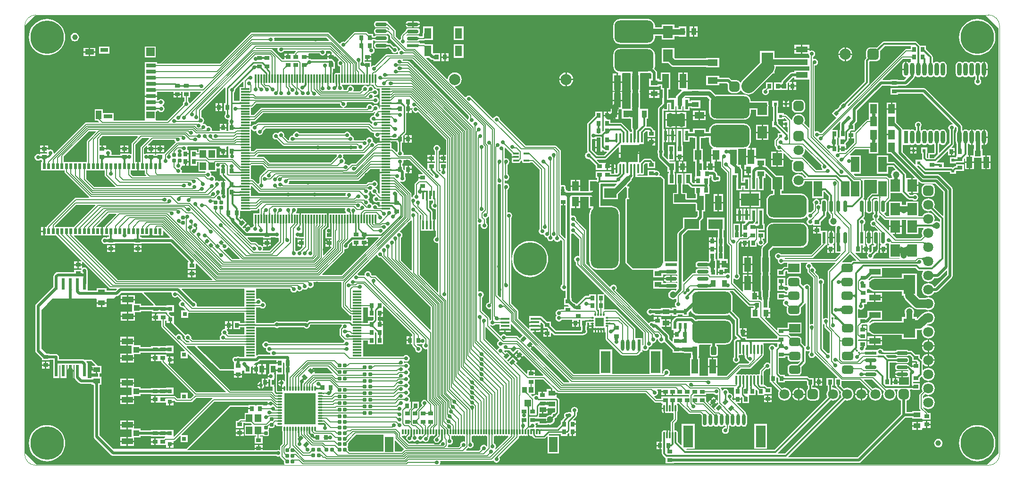
<source format=gtl>
G04 Layer_Physical_Order=1*
G04 Layer_Color=255*
%FSLAX43Y43*%
%MOMM*%
G71*
G01*
G75*
G04:AMPARAMS|DCode=10|XSize=0.3mm|YSize=1.2mm|CornerRadius=0.075mm|HoleSize=0mm|Usage=FLASHONLY|Rotation=0.000|XOffset=0mm|YOffset=0mm|HoleType=Round|Shape=RoundedRectangle|*
%AMROUNDEDRECTD10*
21,1,0.300,1.050,0,0,0.0*
21,1,0.150,1.200,0,0,0.0*
1,1,0.150,0.075,-0.525*
1,1,0.150,-0.075,-0.525*
1,1,0.150,-0.075,0.525*
1,1,0.150,0.075,0.525*
%
%ADD10ROUNDEDRECTD10*%
%ADD11R,0.600X2.000*%
%ADD12O,0.600X2.000*%
%ADD13R,1.800X4.000*%
%ADD14R,0.900X0.700*%
%ADD15R,0.700X0.900*%
G04:AMPARAMS|DCode=16|XSize=0.5mm|YSize=0.5mm|CornerRadius=0.1mm|HoleSize=0mm|Usage=FLASHONLY|Rotation=180.000|XOffset=0mm|YOffset=0mm|HoleType=Round|Shape=RoundedRectangle|*
%AMROUNDEDRECTD16*
21,1,0.500,0.300,0,0,180.0*
21,1,0.300,0.500,0,0,180.0*
1,1,0.200,-0.150,0.150*
1,1,0.200,0.150,0.150*
1,1,0.200,0.150,-0.150*
1,1,0.200,-0.150,-0.150*
%
%ADD16ROUNDEDRECTD16*%
G04:AMPARAMS|DCode=17|XSize=0.5mm|YSize=0.5mm|CornerRadius=0.1mm|HoleSize=0mm|Usage=FLASHONLY|Rotation=90.000|XOffset=0mm|YOffset=0mm|HoleType=Round|Shape=RoundedRectangle|*
%AMROUNDEDRECTD17*
21,1,0.500,0.300,0,0,90.0*
21,1,0.300,0.500,0,0,90.0*
1,1,0.200,0.150,0.150*
1,1,0.200,0.150,-0.150*
1,1,0.200,-0.150,-0.150*
1,1,0.200,-0.150,0.150*
%
%ADD17ROUNDEDRECTD17*%
G04:AMPARAMS|DCode=18|XSize=0.5mm|YSize=0.5mm|CornerRadius=0.1mm|HoleSize=0mm|Usage=FLASHONLY|Rotation=225.000|XOffset=0mm|YOffset=0mm|HoleType=Round|Shape=RoundedRectangle|*
%AMROUNDEDRECTD18*
21,1,0.500,0.300,0,0,225.0*
21,1,0.300,0.500,0,0,225.0*
1,1,0.200,-0.212,0.000*
1,1,0.200,0.000,0.212*
1,1,0.200,0.212,0.000*
1,1,0.200,0.000,-0.212*
%
%ADD18ROUNDEDRECTD18*%
G04:AMPARAMS|DCode=19|XSize=0.5mm|YSize=0.5mm|CornerRadius=0.1mm|HoleSize=0mm|Usage=FLASHONLY|Rotation=315.000|XOffset=0mm|YOffset=0mm|HoleType=Round|Shape=RoundedRectangle|*
%AMROUNDEDRECTD19*
21,1,0.500,0.300,0,0,315.0*
21,1,0.300,0.500,0,0,315.0*
1,1,0.200,0.000,-0.212*
1,1,0.200,-0.212,0.000*
1,1,0.200,0.000,0.212*
1,1,0.200,0.212,0.000*
%
%ADD19ROUNDEDRECTD19*%
%ADD20R,1.500X2.800*%
G04:AMPARAMS|DCode=21|XSize=0.3mm|YSize=0.9mm|CornerRadius=0.075mm|HoleSize=0mm|Usage=FLASHONLY|Rotation=180.000|XOffset=0mm|YOffset=0mm|HoleType=Round|Shape=RoundedRectangle|*
%AMROUNDEDRECTD21*
21,1,0.300,0.750,0,0,180.0*
21,1,0.150,0.900,0,0,180.0*
1,1,0.150,-0.075,0.375*
1,1,0.150,0.075,0.375*
1,1,0.150,0.075,-0.375*
1,1,0.150,-0.075,-0.375*
%
%ADD21ROUNDEDRECTD21*%
G04:AMPARAMS|DCode=22|XSize=0.3mm|YSize=0.9mm|CornerRadius=0mm|HoleSize=0mm|Usage=FLASHONLY|Rotation=180.000|XOffset=0mm|YOffset=0mm|HoleType=Round|Shape=Octagon|*
%AMOCTAGOND22*
4,1,8,0.075,-0.450,-0.075,-0.450,-0.150,-0.375,-0.150,0.375,-0.075,0.450,0.075,0.450,0.150,0.375,0.150,-0.375,0.075,-0.450,0.0*
%
%ADD22OCTAGOND22*%

%ADD23R,0.300X0.900*%
%ADD24C,1.000*%
%ADD25R,2.150X1.100*%
%ADD26R,2.150X1.100*%
%ADD27R,2.150X3.500*%
G04:AMPARAMS|DCode=28|XSize=2mm|YSize=0.6mm|CornerRadius=0.15mm|HoleSize=0mm|Usage=FLASHONLY|Rotation=270.000|XOffset=0mm|YOffset=0mm|HoleType=Round|Shape=RoundedRectangle|*
%AMROUNDEDRECTD28*
21,1,2.000,0.300,0,0,270.0*
21,1,1.700,0.600,0,0,270.0*
1,1,0.300,-0.150,-0.850*
1,1,0.300,-0.150,0.850*
1,1,0.300,0.150,0.850*
1,1,0.300,0.150,-0.850*
%
%ADD28ROUNDEDRECTD28*%
G04:AMPARAMS|DCode=29|XSize=0.7mm|YSize=0.9mm|CornerRadius=0mm|HoleSize=0mm|Usage=FLASHONLY|Rotation=135.000|XOffset=0mm|YOffset=0mm|HoleType=Round|Shape=Rectangle|*
%AMROTATEDRECTD29*
4,1,4,0.566,0.071,-0.071,-0.566,-0.566,-0.071,0.071,0.566,0.566,0.071,0.0*
%
%ADD29ROTATEDRECTD29*%

%ADD30R,0.600X0.600*%
%ADD31R,1.100X2.000*%
%ADD32R,1.100X1.100*%
%ADD33R,1.200X1.800*%
%ADD34R,1.800X1.200*%
%ADD35R,1.750X2.200*%
%ADD36R,2.200X1.750*%
G04:AMPARAMS|DCode=37|XSize=0.3mm|YSize=1.65mm|CornerRadius=0.075mm|HoleSize=0mm|Usage=FLASHONLY|Rotation=180.000|XOffset=0mm|YOffset=0mm|HoleType=Round|Shape=RoundedRectangle|*
%AMROUNDEDRECTD37*
21,1,0.300,1.500,0,0,180.0*
21,1,0.150,1.650,0,0,180.0*
1,1,0.150,-0.075,0.750*
1,1,0.150,0.075,0.750*
1,1,0.150,0.075,-0.750*
1,1,0.150,-0.075,-0.750*
%
%ADD37ROUNDEDRECTD37*%
%ADD38R,0.300X1.650*%
G04:AMPARAMS|DCode=39|XSize=2mm|YSize=1.5mm|CornerRadius=0.375mm|HoleSize=0mm|Usage=FLASHONLY|Rotation=0.000|XOffset=0mm|YOffset=0mm|HoleType=Round|Shape=RoundedRectangle|*
%AMROUNDEDRECTD39*
21,1,2.000,0.750,0,0,0.0*
21,1,1.250,1.500,0,0,0.0*
1,1,0.750,0.625,-0.375*
1,1,0.750,-0.625,-0.375*
1,1,0.750,-0.625,0.375*
1,1,0.750,0.625,0.375*
%
%ADD39ROUNDEDRECTD39*%
%ADD40R,2.000X1.500*%
%ADD41R,0.900X1.300*%
%ADD42R,0.700X0.950*%
%ADD43R,1.200X2.600*%
%ADD44R,1.300X0.900*%
%ADD45R,0.600X1.800*%
%ADD46R,3.200X2.300*%
G04:AMPARAMS|DCode=47|XSize=7mm|YSize=4mm|CornerRadius=1mm|HoleSize=0mm|Usage=FLASHONLY|Rotation=180.000|XOffset=0mm|YOffset=0mm|HoleType=Round|Shape=RoundedRectangle|*
%AMROUNDEDRECTD47*
21,1,7.000,2.000,0,0,180.0*
21,1,5.000,4.000,0,0,180.0*
1,1,2.000,-2.500,1.000*
1,1,2.000,2.500,1.000*
1,1,2.000,2.500,-1.000*
1,1,2.000,-2.500,-1.000*
%
%ADD47ROUNDEDRECTD47*%
%ADD48R,2.000X0.600*%
G04:AMPARAMS|DCode=49|XSize=2mm|YSize=0.6mm|CornerRadius=0.15mm|HoleSize=0mm|Usage=FLASHONLY|Rotation=0.000|XOffset=0mm|YOffset=0mm|HoleType=Round|Shape=RoundedRectangle|*
%AMROUNDEDRECTD49*
21,1,2.000,0.300,0,0,0.0*
21,1,1.700,0.600,0,0,0.0*
1,1,0.300,0.850,-0.150*
1,1,0.300,-0.850,-0.150*
1,1,0.300,-0.850,0.150*
1,1,0.300,0.850,0.150*
%
%ADD49ROUNDEDRECTD49*%
%ADD50R,1.200X1.200*%
%ADD51R,0.850X1.100*%
%ADD52R,2.650X1.750*%
%ADD53O,0.280X0.660*%
%ADD54R,0.280X0.280*%
%ADD55O,0.660X0.280*%
%ADD56R,0.800X1.500*%
G04:AMPARAMS|DCode=57|XSize=0.7mm|YSize=0.9mm|CornerRadius=0mm|HoleSize=0mm|Usage=FLASHONLY|Rotation=45.000|XOffset=0mm|YOffset=0mm|HoleType=Round|Shape=Rectangle|*
%AMROTATEDRECTD57*
4,1,4,0.071,-0.566,-0.566,0.071,-0.071,0.566,0.566,-0.071,0.071,-0.566,0.0*
%
%ADD57ROTATEDRECTD57*%

%ADD58R,0.800X0.800*%
G04:AMPARAMS|DCode=59|XSize=0.6mm|YSize=0.6mm|CornerRadius=0.06mm|HoleSize=0mm|Usage=FLASHONLY|Rotation=0.000|XOffset=0mm|YOffset=0mm|HoleType=Round|Shape=RoundedRectangle|*
%AMROUNDEDRECTD59*
21,1,0.600,0.480,0,0,0.0*
21,1,0.480,0.600,0,0,0.0*
1,1,0.120,0.240,-0.240*
1,1,0.120,-0.240,-0.240*
1,1,0.120,-0.240,0.240*
1,1,0.120,0.240,0.240*
%
%ADD59ROUNDEDRECTD59*%
G04:AMPARAMS|DCode=60|XSize=11mm|YSize=5mm|CornerRadius=1.25mm|HoleSize=0mm|Usage=FLASHONLY|Rotation=90.000|XOffset=0mm|YOffset=0mm|HoleType=Round|Shape=RoundedRectangle|*
%AMROUNDEDRECTD60*
21,1,11.000,2.500,0,0,90.0*
21,1,8.500,5.000,0,0,90.0*
1,1,2.500,1.250,4.250*
1,1,2.500,1.250,-4.250*
1,1,2.500,-1.250,-4.250*
1,1,2.500,-1.250,4.250*
%
%ADD60ROUNDEDRECTD60*%
G04:AMPARAMS|DCode=61|XSize=0.6mm|YSize=0.6mm|CornerRadius=0.06mm|HoleSize=0mm|Usage=FLASHONLY|Rotation=135.000|XOffset=0mm|YOffset=0mm|HoleType=Round|Shape=RoundedRectangle|*
%AMROUNDEDRECTD61*
21,1,0.600,0.480,0,0,135.0*
21,1,0.480,0.600,0,0,135.0*
1,1,0.120,0.000,0.339*
1,1,0.120,0.339,0.000*
1,1,0.120,0.000,-0.339*
1,1,0.120,-0.339,0.000*
%
%ADD61ROUNDEDRECTD61*%
G04:AMPARAMS|DCode=62|XSize=0.6mm|YSize=0.6mm|CornerRadius=0.06mm|HoleSize=0mm|Usage=FLASHONLY|Rotation=225.000|XOffset=0mm|YOffset=0mm|HoleType=Round|Shape=RoundedRectangle|*
%AMROUNDEDRECTD62*
21,1,0.600,0.480,0,0,225.0*
21,1,0.480,0.600,0,0,225.0*
1,1,0.120,-0.339,0.000*
1,1,0.120,0.000,0.339*
1,1,0.120,0.339,0.000*
1,1,0.120,0.000,-0.339*
%
%ADD62ROUNDEDRECTD62*%
G04:AMPARAMS|DCode=63|XSize=0.6mm|YSize=0.6mm|CornerRadius=0.06mm|HoleSize=0mm|Usage=FLASHONLY|Rotation=90.000|XOffset=0mm|YOffset=0mm|HoleType=Round|Shape=RoundedRectangle|*
%AMROUNDEDRECTD63*
21,1,0.600,0.480,0,0,90.0*
21,1,0.480,0.600,0,0,90.0*
1,1,0.120,0.240,0.240*
1,1,0.120,0.240,-0.240*
1,1,0.120,-0.240,-0.240*
1,1,0.120,-0.240,0.240*
%
%ADD63ROUNDEDRECTD63*%
%ADD64R,1.600X0.300*%
G04:AMPARAMS|DCode=65|XSize=3.1mm|YSize=3.1mm|CornerRadius=0.078mm|HoleSize=0mm|Usage=FLASHONLY|Rotation=0.000|XOffset=0mm|YOffset=0mm|HoleType=Round|Shape=RoundedRectangle|*
%AMROUNDEDRECTD65*
21,1,3.100,2.945,0,0,0.0*
21,1,2.945,3.100,0,0,0.0*
1,1,0.155,1.472,-1.472*
1,1,0.155,-1.472,-1.472*
1,1,0.155,-1.472,1.472*
1,1,0.155,1.472,1.472*
%
%ADD65ROUNDEDRECTD65*%
%ADD66R,0.550X1.000*%
%ADD67R,2.000X1.100*%
%ADD68R,1.100X1.100*%
%ADD69R,0.300X1.600*%
%ADD70R,1.150X1.400*%
%ADD71R,1.750X0.700*%
%ADD72R,1.500X1.300*%
%ADD73R,1.500X0.800*%
%ADD74R,1.000X1.500*%
%ADD75R,1.400X0.800*%
%ADD76R,1.500X1.500*%
%ADD77R,1.550X1.000*%
%ADD78R,0.400X1.550*%
%ADD79R,1.300X1.900*%
%ADD80R,0.600X2.150*%
%ADD81R,0.600X2.150*%
%ADD82R,3.500X2.150*%
G04:AMPARAMS|DCode=83|XSize=5.65mm|YSize=5.65mm|CornerRadius=0.141mm|HoleSize=0mm|Usage=FLASHONLY|Rotation=0.000|XOffset=0mm|YOffset=0mm|HoleType=Round|Shape=RoundedRectangle|*
%AMROUNDEDRECTD83*
21,1,5.650,5.367,0,0,0.0*
21,1,5.367,5.650,0,0,0.0*
1,1,0.282,2.684,-2.684*
1,1,0.282,-2.684,-2.684*
1,1,0.282,-2.684,2.684*
1,1,0.282,2.684,2.684*
%
%ADD83ROUNDEDRECTD83*%
%ADD84O,0.300X1.000*%
%ADD85O,1.000X0.300*%
G04:AMPARAMS|DCode=86|XSize=0.3mm|YSize=1mm|CornerRadius=0.075mm|HoleSize=0mm|Usage=FLASHONLY|Rotation=90.000|XOffset=0mm|YOffset=0mm|HoleType=Round|Shape=RoundedRectangle|*
%AMROUNDEDRECTD86*
21,1,0.300,0.850,0,0,90.0*
21,1,0.150,1.000,0,0,90.0*
1,1,0.150,0.425,0.075*
1,1,0.150,0.425,-0.075*
1,1,0.150,-0.425,-0.075*
1,1,0.150,-0.425,0.075*
%
%ADD86ROUNDEDRECTD86*%
%ADD87R,0.600X1.000*%
G04:AMPARAMS|DCode=88|XSize=0.95mm|YSize=1.6mm|CornerRadius=0.237mm|HoleSize=0mm|Usage=FLASHONLY|Rotation=180.000|XOffset=0mm|YOffset=0mm|HoleType=Round|Shape=RoundedRectangle|*
%AMROUNDEDRECTD88*
21,1,0.950,1.125,0,0,180.0*
21,1,0.475,1.600,0,0,180.0*
1,1,0.475,-0.237,0.563*
1,1,0.475,0.237,0.563*
1,1,0.475,0.237,-0.563*
1,1,0.475,-0.237,-0.563*
%
%ADD88ROUNDEDRECTD88*%
%ADD89R,0.950X1.600*%
%ADD90P,0.849X4X360.0*%
%ADD91R,0.800X2.300*%
%ADD92O,0.800X2.300*%
%ADD93R,0.600X0.600*%
%ADD94R,1.550X0.400*%
G04:AMPARAMS|DCode=95|XSize=1.05mm|YSize=0.4mm|CornerRadius=0.1mm|HoleSize=0mm|Usage=FLASHONLY|Rotation=0.000|XOffset=0mm|YOffset=0mm|HoleType=Round|Shape=RoundedRectangle|*
%AMROUNDEDRECTD95*
21,1,1.050,0.200,0,0,0.0*
21,1,0.850,0.400,0,0,0.0*
1,1,0.200,0.425,-0.100*
1,1,0.200,-0.425,-0.100*
1,1,0.200,-0.425,0.100*
1,1,0.200,0.425,0.100*
%
%ADD95ROUNDEDRECTD95*%
%ADD96R,1.050X0.400*%
%ADD97R,0.950X0.700*%
G04:AMPARAMS|DCode=98|XSize=0.33mm|YSize=0.33mm|CornerRadius=0.033mm|HoleSize=0mm|Usage=FLASHONLY|Rotation=315.000|XOffset=0mm|YOffset=0mm|HoleType=Round|Shape=RoundedRectangle|*
%AMROUNDEDRECTD98*
21,1,0.330,0.264,0,0,315.0*
21,1,0.264,0.330,0,0,315.0*
1,1,0.066,0.000,-0.187*
1,1,0.066,-0.187,0.000*
1,1,0.066,0.000,0.187*
1,1,0.066,0.187,0.000*
%
%ADD98ROUNDEDRECTD98*%
G04:AMPARAMS|DCode=99|XSize=0.33mm|YSize=0.33mm|CornerRadius=0.033mm|HoleSize=0mm|Usage=FLASHONLY|Rotation=180.000|XOffset=0mm|YOffset=0mm|HoleType=Round|Shape=RoundedRectangle|*
%AMROUNDEDRECTD99*
21,1,0.330,0.264,0,0,180.0*
21,1,0.264,0.330,0,0,180.0*
1,1,0.066,-0.132,0.132*
1,1,0.066,0.132,0.132*
1,1,0.066,0.132,-0.132*
1,1,0.066,-0.132,-0.132*
%
%ADD99ROUNDEDRECTD99*%
%ADD100C,0.150*%
%ADD101C,0.200*%
%ADD102C,0.500*%
%ADD103C,0.250*%
%ADD104C,0.300*%
%ADD105C,0.254*%
%ADD106C,0.400*%
%ADD107C,1.000*%
%ADD108C,1.500*%
%ADD109C,2.000*%
%ADD110C,0.800*%
%ADD111C,0.600*%
%ADD112C,0.700*%
%ADD113C,0.900*%
%ADD114C,2.500*%
%ADD115C,0.152*%
%ADD116R,6.000X4.200*%
%ADD117R,3.100X1.600*%
%ADD118R,6.125X14.400*%
%ADD119R,4.900X3.700*%
%ADD120R,1.500X1.500*%
%ADD121C,0.100*%
%ADD122C,1.800*%
G04:AMPARAMS|DCode=123|XSize=1.8mm|YSize=1.8mm|CornerRadius=0.45mm|HoleSize=0mm|Usage=FLASHONLY|Rotation=270.000|XOffset=0mm|YOffset=0mm|HoleType=Round|Shape=RoundedRectangle|*
%AMROUNDEDRECTD123*
21,1,1.800,0.900,0,0,270.0*
21,1,0.900,1.800,0,0,270.0*
1,1,0.900,-0.450,-0.450*
1,1,0.900,-0.450,0.450*
1,1,0.900,0.450,0.450*
1,1,0.900,0.450,-0.450*
%
%ADD123ROUNDEDRECTD123*%
G04:AMPARAMS|DCode=124|XSize=1.8mm|YSize=1.8mm|CornerRadius=0.45mm|HoleSize=0mm|Usage=FLASHONLY|Rotation=180.000|XOffset=0mm|YOffset=0mm|HoleType=Round|Shape=RoundedRectangle|*
%AMROUNDEDRECTD124*
21,1,1.800,0.900,0,0,180.0*
21,1,0.900,1.800,0,0,180.0*
1,1,0.900,-0.450,0.450*
1,1,0.900,0.450,0.450*
1,1,0.900,0.450,-0.450*
1,1,0.900,-0.450,-0.450*
%
%ADD124ROUNDEDRECTD124*%
G04:AMPARAMS|DCode=125|XSize=2mm|YSize=2mm|CornerRadius=0.5mm|HoleSize=0mm|Usage=FLASHONLY|Rotation=180.000|XOffset=0mm|YOffset=0mm|HoleType=Round|Shape=RoundedRectangle|*
%AMROUNDEDRECTD125*
21,1,2.000,1.000,0,0,180.0*
21,1,1.000,2.000,0,0,180.0*
1,1,1.000,-0.500,0.500*
1,1,1.000,0.500,0.500*
1,1,1.000,0.500,-0.500*
1,1,1.000,-0.500,-0.500*
%
%ADD125ROUNDEDRECTD125*%
%ADD126C,2.000*%
%ADD127C,6.000*%
%ADD128C,0.700*%
%ADD129C,1.200*%
G36*
X90398Y133795D02*
X90401Y133791D01*
X90406Y133787D01*
X90413Y133784D01*
X90423Y133781D01*
X90434Y133779D01*
X90447Y133777D01*
X90480Y133775D01*
X90500Y133775D01*
Y133625D01*
X90480Y133625D01*
X90434Y133621D01*
X90423Y133619D01*
X90413Y133616D01*
X90406Y133613D01*
X90401Y133609D01*
X90398Y133605D01*
X90397Y133600D01*
Y133800D01*
X90398Y133795D01*
D02*
G37*
G36*
X90398Y132586D02*
X90403Y132573D01*
X90411Y132562D01*
X90421Y132552D01*
X90435Y132544D01*
X90452Y132537D01*
X90472Y132532D01*
X90495Y132528D01*
X90521Y132526D01*
X90550Y132525D01*
Y132375D01*
X90521Y132374D01*
X90495Y132372D01*
X90472Y132368D01*
X90452Y132363D01*
X90435Y132356D01*
X90421Y132348D01*
X90411Y132339D01*
X90403Y132327D01*
X90398Y132315D01*
X90397Y132301D01*
X90397Y132600D01*
X90398Y132586D01*
D02*
G37*
G36*
X94112Y132199D02*
X94109Y132217D01*
X94104Y132230D01*
X94096Y132238D01*
X94086Y132241D01*
X94073Y132240D01*
X94058Y132235D01*
X94040Y132225D01*
X94020Y132210D01*
X93998Y132190D01*
X93973Y132167D01*
X93969Y132375D01*
X93991Y132398D01*
X94028Y132444D01*
X94043Y132465D01*
X94055Y132487D01*
X94065Y132508D01*
X94072Y132528D01*
X94077Y132549D01*
X94079Y132568D01*
X94078Y132587D01*
X94112Y132199D01*
D02*
G37*
G36*
X86939Y131819D02*
X87000Y131765D01*
X87026Y131747D01*
X87049Y131733D01*
X87068Y131725D01*
X87085Y131722D01*
X87098Y131724D01*
X87108Y131731D01*
X87115Y131744D01*
X87006Y131435D01*
X87010Y131451D01*
X87010Y131468D01*
X87008Y131486D01*
X87002Y131505D01*
X86992Y131526D01*
X86980Y131548D01*
X86964Y131571D01*
X86945Y131595D01*
X86923Y131620D01*
X86897Y131647D01*
X86903Y131853D01*
X86939Y131819D01*
D02*
G37*
G36*
X97153Y131153D02*
X97160Y131153D01*
X97166Y131151D01*
X97169Y131148D01*
X97171Y131144D01*
X97171Y131140D01*
X97168Y131134D01*
X97164Y131127D01*
X97158Y131119D01*
X97151Y131109D01*
X97141Y131099D01*
X96999Y131241D01*
X97029Y131271D01*
X97154Y131413D01*
X97156Y131419D01*
X97153Y131153D01*
D02*
G37*
G36*
X96064Y131351D02*
X96070Y131334D01*
X96081Y131319D01*
X96096Y131306D01*
X96115Y131295D01*
X96139Y131286D01*
X96166Y131279D01*
X96198Y131274D01*
X96234Y131271D01*
X96275Y131270D01*
Y131070D01*
X96234Y131069D01*
X96198Y131066D01*
X96166Y131061D01*
X96139Y131054D01*
X96115Y131045D01*
X96096Y131034D01*
X96081Y131021D01*
X96070Y131006D01*
X96064Y130989D01*
X96062Y130971D01*
Y131369D01*
X96064Y131351D01*
D02*
G37*
G36*
X88443Y130927D02*
X88440Y130950D01*
X88431Y130971D01*
X88416Y130990D01*
X88396Y131006D01*
X88369Y131019D01*
X88337Y131030D01*
X88299Y131039D01*
X88255Y131045D01*
X88206Y131049D01*
X88150Y131050D01*
Y131300D01*
X88206Y131301D01*
X88299Y131311D01*
X88337Y131320D01*
X88369Y131331D01*
X88396Y131344D01*
X88416Y131360D01*
X88431Y131379D01*
X88440Y131400D01*
X88443Y131423D01*
Y130927D01*
D02*
G37*
G36*
X87696Y131401D02*
X87704Y131380D01*
X87717Y131361D01*
X87734Y131345D01*
X87757Y131331D01*
X87785Y131320D01*
X87818Y131311D01*
X87856Y131305D01*
X87899Y131301D01*
X87947Y131300D01*
Y131050D01*
X87899Y131049D01*
X87856Y131045D01*
X87818Y131039D01*
X87785Y131030D01*
X87757Y131019D01*
X87734Y131005D01*
X87717Y130989D01*
X87704Y130970D01*
X87696Y130949D01*
X87694Y130925D01*
Y131425D01*
X87696Y131401D01*
D02*
G37*
G36*
X69350Y130755D02*
X69317Y130787D01*
X69253Y130842D01*
X69222Y130864D01*
X69191Y130883D01*
X69161Y130898D01*
X69132Y130910D01*
X69104Y130918D01*
X69076Y130923D01*
X69048Y130925D01*
Y131075D01*
X69076Y131077D01*
X69104Y131082D01*
X69132Y131090D01*
X69161Y131102D01*
X69191Y131117D01*
X69222Y131136D01*
X69253Y131158D01*
X69285Y131184D01*
X69350Y131245D01*
Y130755D01*
D02*
G37*
G36*
X80010Y130849D02*
X79962Y130731D01*
X70283D01*
X70184Y130858D01*
X70212Y131000D01*
X70184Y131139D01*
X70285Y131266D01*
X79593D01*
X80010Y130849D01*
D02*
G37*
G36*
X200200Y133000D02*
Y56600D01*
X198100Y54500D01*
X99974D01*
X99906Y54627D01*
X99965Y54716D01*
X100012Y54950D01*
X99987Y55072D01*
X100092Y55199D01*
X109231D01*
X109358Y55225D01*
X109407Y55258D01*
X109433Y55259D01*
X109552Y55230D01*
X109567Y55218D01*
X109667Y55067D01*
X109866Y54935D01*
X110100Y54888D01*
X110334Y54935D01*
X110533Y55067D01*
X110665Y55266D01*
X110712Y55500D01*
X110665Y55734D01*
X110600Y55832D01*
X114034Y59266D01*
X114106Y59373D01*
X114131Y59500D01*
Y59617D01*
X114225Y59694D01*
X114375D01*
X114502Y59719D01*
X114550Y59751D01*
X114598Y59719D01*
X114725Y59694D01*
X114875D01*
X115002Y59719D01*
X115050Y59751D01*
X115098Y59719D01*
X115225Y59694D01*
X115375D01*
X115502Y59719D01*
X115546Y59749D01*
X115597Y59715D01*
X115673Y59700D01*
Y59886D01*
X115681Y59898D01*
X115706Y60025D01*
Y60400D01*
X115894D01*
Y60025D01*
X115919Y59898D01*
X115927Y59886D01*
Y59700D01*
X116003Y59715D01*
X116054Y59749D01*
X116098Y59719D01*
X116225Y59694D01*
X116375D01*
X116474Y59713D01*
X116530Y59630D01*
X116830Y59330D01*
X116954Y59247D01*
X117100Y59218D01*
X118600D01*
X118746Y59247D01*
X118870Y59330D01*
X119183Y59642D01*
X119300Y59593D01*
Y56500D01*
X121300D01*
Y59800D01*
X119507D01*
X119458Y59917D01*
X119558Y60018D01*
X121650D01*
Y59700D01*
X122850D01*
Y60049D01*
X122970Y60130D01*
X123029Y60188D01*
X123146Y60139D01*
Y59696D01*
X123623D01*
Y60400D01*
X123750D01*
Y60527D01*
X124354D01*
Y61104D01*
X124354D01*
Y61673D01*
X123750D01*
Y61927D01*
X124354D01*
Y62504D01*
X123911D01*
X123862Y62621D01*
X124370Y63130D01*
X124453Y63254D01*
X124482Y63400D01*
Y63834D01*
X124533Y63867D01*
X124665Y64066D01*
X124712Y64300D01*
X124665Y64534D01*
X124533Y64733D01*
X124334Y64865D01*
X124100Y64912D01*
X123866Y64865D01*
X123667Y64733D01*
X123535Y64534D01*
X123488Y64300D01*
X123535Y64066D01*
X123553Y64038D01*
X123462Y63947D01*
X123434Y63965D01*
X123200Y64012D01*
X122966Y63965D01*
X122841Y63882D01*
X122600D01*
X122463Y63855D01*
X122348Y63777D01*
X122270Y63662D01*
X122243Y63525D01*
Y63225D01*
X122270Y63088D01*
X122301Y63042D01*
X121980Y62720D01*
X121980Y62720D01*
X121897Y62596D01*
X121878Y62500D01*
X121650D01*
Y61891D01*
X120944Y61185D01*
X119233D01*
X119221Y61182D01*
X117300D01*
X117256Y61174D01*
X117213Y61217D01*
X117169Y61286D01*
X117212Y61500D01*
X117165Y61734D01*
X117105Y61823D01*
X117173Y61950D01*
X117300D01*
Y62040D01*
X117500D01*
Y61700D01*
X119039D01*
X119048Y61698D01*
X119057Y61700D01*
X119300D01*
Y61792D01*
X119429D01*
X119478Y61772D01*
X119700Y61743D01*
X119922Y61772D01*
X120129Y61858D01*
X120306Y61994D01*
X120442Y62171D01*
X120528Y62378D01*
X120557Y62600D01*
X120530Y62811D01*
X120562Y62858D01*
X120622Y62921D01*
X120628D01*
X120765Y62948D01*
X120880Y63026D01*
X120958Y63142D01*
X120985Y63278D01*
Y63344D01*
X121270Y63630D01*
X121353Y63754D01*
X121382Y63900D01*
Y66100D01*
X121353Y66246D01*
X121270Y66370D01*
X121070Y66570D01*
X120999Y66618D01*
X120904Y66696D01*
Y67171D01*
X120889Y67171D01*
X120838Y67167D01*
X120792Y67159D01*
X120753Y67149D01*
X120720Y67135D01*
X120692Y67119D01*
X120671Y67099D01*
X120656Y67077D01*
X120647Y67051D01*
X120644Y67023D01*
Y67623D01*
X120647Y67594D01*
X120656Y67569D01*
X120671Y67546D01*
X120692Y67527D01*
X120720Y67510D01*
X120753Y67497D01*
X120792Y67486D01*
X120838Y67479D01*
X120889Y67474D01*
X120947Y67473D01*
Y67338D01*
X121031Y67387D01*
X121122Y67369D01*
X136863D01*
X138466Y65766D01*
X138573Y65694D01*
X138700Y65669D01*
X139700D01*
Y65550D01*
X139865D01*
X139904Y65423D01*
X139888Y65412D01*
X139815Y65303D01*
X139790Y65175D01*
Y64777D01*
X140200D01*
Y64650D01*
X140292D01*
X140294Y64643D01*
Y64125D01*
X140319Y63998D01*
X140327Y63986D01*
Y63800D01*
X140403Y63815D01*
X140454Y63849D01*
X140498Y63819D01*
X140625Y63794D01*
X140775D01*
X140902Y63819D01*
X140950Y63851D01*
X140998Y63819D01*
X141125Y63794D01*
X141275D01*
X141402Y63819D01*
X141450Y63851D01*
X141498Y63819D01*
X141625Y63794D01*
X141775D01*
X141869Y63717D01*
Y62737D01*
X141466Y62334D01*
X141394Y62227D01*
X141369Y62100D01*
Y60787D01*
X141327Y60753D01*
Y60514D01*
X141319Y60502D01*
X141294Y60375D01*
Y59857D01*
X141292Y59850D01*
X141073D01*
Y60700D01*
X140997Y60685D01*
X140950Y60654D01*
X140903Y60685D01*
X140827Y60700D01*
Y59850D01*
X140608D01*
X140606Y59857D01*
Y60375D01*
X140581Y60502D01*
X140573Y60514D01*
Y60700D01*
X140497Y60685D01*
X140446Y60651D01*
X140402Y60681D01*
X140275Y60706D01*
X140125D01*
X139998Y60681D01*
X139891Y60609D01*
X139819Y60502D01*
X139794Y60375D01*
Y59857D01*
X139792Y59850D01*
Y58679D01*
X139577D01*
Y57975D01*
Y57271D01*
X139792D01*
Y56500D01*
X139792Y56500D01*
X139823Y56344D01*
X139912Y56212D01*
X140312Y55812D01*
X140444Y55723D01*
X140475Y55717D01*
Y54750D01*
X141925D01*
Y54840D01*
X175125D01*
X175320Y54879D01*
X175485Y54990D01*
X183486Y62990D01*
X184700D01*
Y62800D01*
X186500D01*
X186600Y62735D01*
Y62650D01*
X188000D01*
Y63850D01*
X187591D01*
X187534Y63934D01*
X186703Y64766D01*
X186705Y64777D01*
X186848Y64828D01*
X187020Y64695D01*
X187300Y64580D01*
X187600Y64540D01*
X187900Y64580D01*
X188180Y64695D01*
X188420Y64880D01*
X188605Y65120D01*
X188720Y65400D01*
X188760Y65700D01*
X188720Y66000D01*
X188605Y66280D01*
X188420Y66520D01*
X188180Y66705D01*
X187900Y66820D01*
X187600Y66860D01*
X187300Y66820D01*
X187020Y66705D01*
X186780Y66520D01*
X186752Y66483D01*
X186631Y66524D01*
Y66863D01*
X187011Y67242D01*
X187020Y67235D01*
X187300Y67120D01*
X187600Y67080D01*
X187900Y67120D01*
X188180Y67235D01*
X188420Y67420D01*
X188605Y67660D01*
X188720Y67940D01*
X188760Y68240D01*
X188720Y68540D01*
X188605Y68820D01*
X188420Y69060D01*
X188180Y69245D01*
X187900Y69360D01*
X187600Y69400D01*
X187300Y69360D01*
X187020Y69245D01*
X186780Y69060D01*
X186595Y68820D01*
X186480Y68540D01*
X186440Y68240D01*
X186480Y67940D01*
X186565Y67734D01*
X186066Y67234D01*
X185994Y67127D01*
X185969Y67000D01*
Y64700D01*
X185994Y64573D01*
X186066Y64466D01*
X186214Y64317D01*
X186165Y64200D01*
X184700D01*
Y64010D01*
X183710D01*
Y66052D01*
X183833Y66068D01*
X184003Y66139D01*
X184149Y66251D01*
X184261Y66397D01*
X184332Y66567D01*
X184356Y66750D01*
Y67650D01*
X184332Y67833D01*
X184277Y67965D01*
X184338Y68092D01*
X184700D01*
Y67950D01*
X184944D01*
X184953Y67948D01*
X184962Y67950D01*
X184976D01*
X184980Y67950D01*
X184982Y67950D01*
X186100D01*
Y69150D01*
X184908D01*
Y69450D01*
X186100D01*
Y70123D01*
X186376Y70399D01*
X186525Y70369D01*
X186595Y70200D01*
X186780Y69960D01*
X187020Y69775D01*
X187300Y69660D01*
X187600Y69620D01*
X187900Y69660D01*
X188180Y69775D01*
X188420Y69960D01*
X188605Y70200D01*
X188720Y70480D01*
X188760Y70780D01*
X188720Y71080D01*
X188605Y71360D01*
X188420Y71600D01*
X188180Y71785D01*
X187900Y71900D01*
X187600Y71940D01*
X187300Y71900D01*
X187020Y71785D01*
X186780Y71600D01*
X186728Y71533D01*
X186608Y71574D01*
Y72520D01*
X186728Y72561D01*
X186777Y72497D01*
X187018Y72312D01*
X187299Y72196D01*
X187473Y72173D01*
Y73320D01*
Y74467D01*
X187299Y74444D01*
X187018Y74328D01*
X186777Y74143D01*
X186592Y73902D01*
X186476Y73621D01*
X186459Y73498D01*
X186339Y73457D01*
X186100Y73696D01*
Y74350D01*
X185277D01*
X184738Y74888D01*
X184606Y74977D01*
X184450Y75008D01*
X184450Y75008D01*
X184059D01*
X184038Y75038D01*
X183906Y75127D01*
X183750Y75158D01*
X182050D01*
X181894Y75127D01*
X181762Y75038D01*
X181727Y74987D01*
X181702Y74984D01*
X179575D01*
X179565Y75034D01*
X179433Y75233D01*
X179234Y75365D01*
X179000Y75412D01*
X178766Y75365D01*
X178567Y75233D01*
X178564Y75228D01*
X178475Y75150D01*
Y75150D01*
X178475Y75150D01*
X176392D01*
X176287Y75277D01*
X176312Y75400D01*
X176307Y75423D01*
X176397Y75550D01*
X176500D01*
Y76750D01*
X175100D01*
X175008Y76834D01*
Y76966D01*
X175100Y77050D01*
X176500D01*
Y78246D01*
X176504D01*
Y78723D01*
X175800D01*
Y78850D01*
X175673D01*
Y79454D01*
X175625D01*
X175576Y79571D01*
X175755Y79750D01*
X176500D01*
Y79750D01*
X176551Y79772D01*
X176675Y79687D01*
Y78300D01*
X177038D01*
X177108Y78208D01*
X177370Y78008D01*
X177674Y77882D01*
X178000Y77839D01*
X182875D01*
Y77100D01*
X185525D01*
Y78691D01*
X186000D01*
X186261Y78726D01*
X186372Y78772D01*
X186428Y78734D01*
X186477Y78678D01*
X186440Y78400D01*
X186480Y78100D01*
X186595Y77820D01*
X186780Y77580D01*
X187020Y77395D01*
X187300Y77280D01*
X187600Y77240D01*
X187900Y77280D01*
X188180Y77395D01*
X188420Y77580D01*
X188605Y77820D01*
X188720Y78100D01*
X188760Y78400D01*
X188720Y78700D01*
X188605Y78980D01*
X188420Y79220D01*
X188180Y79405D01*
X187900Y79520D01*
X187600Y79560D01*
X187446Y79540D01*
X187386Y79660D01*
X187517Y79791D01*
X187600Y79780D01*
X187900Y79820D01*
X188180Y79935D01*
X188420Y80120D01*
X188605Y80360D01*
X188720Y80640D01*
X188760Y80940D01*
X188720Y81240D01*
X188605Y81520D01*
X188420Y81760D01*
X188180Y81945D01*
X187900Y82060D01*
X187600Y82100D01*
X187300Y82060D01*
X187020Y81945D01*
X186981Y81915D01*
X186979Y81914D01*
X186736Y81813D01*
X186527Y81653D01*
X185652Y80778D01*
X185525Y80831D01*
Y81100D01*
X184956D01*
Y81605D01*
X185028Y81778D01*
X185057Y82000D01*
X185028Y82222D01*
X184942Y82429D01*
X184806Y82606D01*
X184629Y82742D01*
X184422Y82828D01*
X184200Y82857D01*
X183978Y82828D01*
X183771Y82742D01*
X183594Y82606D01*
X183458Y82429D01*
X183372Y82222D01*
X183343Y82000D01*
X183372Y81778D01*
X183444Y81605D01*
Y81100D01*
X182875D01*
Y80361D01*
X178000D01*
X177674Y80318D01*
X177370Y80192D01*
X177108Y79992D01*
X177103Y79984D01*
X177087Y79987D01*
X177042Y80121D01*
X177521Y80600D01*
X179325D01*
Y82200D01*
X176675D01*
Y81196D01*
X176429Y80950D01*
X175100D01*
X175008Y81034D01*
Y82454D01*
X175135Y82522D01*
X175266Y82435D01*
X175500Y82388D01*
X175734Y82435D01*
X175933Y82567D01*
X176065Y82766D01*
X176112Y83000D01*
X176067Y83223D01*
X176072Y83255D01*
X176122Y83350D01*
X176600D01*
Y83698D01*
X176671Y83796D01*
X176727Y83796D01*
X177873D01*
Y84600D01*
Y85404D01*
X176727D01*
X176671Y85404D01*
X176600Y85502D01*
Y86004D01*
X176675Y86100D01*
X177038D01*
X177108Y86008D01*
X177370Y85808D01*
X177674Y85682D01*
X178000Y85639D01*
X182875D01*
Y84900D01*
X183191D01*
X183226Y84639D01*
X183327Y84396D01*
X183487Y84187D01*
X184907Y82767D01*
X185116Y82606D01*
X185359Y82506D01*
X185620Y82471D01*
X187030D01*
X187300Y82360D01*
X187600Y82320D01*
X187900Y82360D01*
X188180Y82475D01*
X188420Y82660D01*
X188605Y82900D01*
X188720Y83180D01*
X188760Y83480D01*
X188720Y83780D01*
X188605Y84060D01*
X188420Y84300D01*
X188180Y84485D01*
X187900Y84600D01*
X187600Y84640D01*
X187300Y84600D01*
X187030Y84489D01*
X186038D01*
X185525Y85001D01*
Y88900D01*
X182875D01*
Y88161D01*
X178000D01*
X177674Y88118D01*
X177370Y87992D01*
X177108Y87792D01*
X177038Y87700D01*
X176901D01*
X176848Y87827D01*
X177421Y88400D01*
X179325D01*
Y89892D01*
X185331D01*
X185712Y89512D01*
X185712Y89512D01*
X185844Y89423D01*
X186000Y89392D01*
X186629D01*
X186692Y89265D01*
X186595Y89140D01*
X186480Y88860D01*
X186440Y88560D01*
X186480Y88260D01*
X186595Y87980D01*
X186780Y87740D01*
X187020Y87555D01*
X187300Y87440D01*
X187600Y87400D01*
X187900Y87440D01*
X188180Y87555D01*
X188420Y87740D01*
X188605Y87980D01*
X188634Y88050D01*
X189260D01*
X189455Y88089D01*
X189620Y88200D01*
X190825Y89404D01*
X190943Y89356D01*
Y88664D01*
X188809Y86530D01*
X188634D01*
X188605Y86600D01*
X188420Y86840D01*
X188180Y87025D01*
X187900Y87140D01*
X187600Y87180D01*
X187300Y87140D01*
X187020Y87025D01*
X186780Y86840D01*
X186595Y86600D01*
X186480Y86320D01*
X186440Y86020D01*
X186480Y85720D01*
X186595Y85440D01*
X186780Y85200D01*
X187020Y85016D01*
X187300Y84900D01*
X187600Y84860D01*
X187900Y84900D01*
X188180Y85016D01*
X188420Y85200D01*
X188605Y85440D01*
X188634Y85510D01*
X189020D01*
X189215Y85549D01*
X189381Y85660D01*
X191813Y88092D01*
X191923Y88257D01*
X191962Y88452D01*
Y104070D01*
X191923Y104265D01*
X191813Y104431D01*
X189631Y106613D01*
X189465Y106723D01*
X189270Y106762D01*
X186981D01*
X185611Y108133D01*
X185660Y108250D01*
X185873D01*
X186812Y107312D01*
X186812Y107312D01*
X186944Y107223D01*
X187100Y107192D01*
X191450D01*
Y106800D01*
X192550D01*
Y107323D01*
X192569Y107342D01*
X193300D01*
X193339Y107350D01*
X194000D01*
Y108550D01*
X192600D01*
Y108158D01*
X192400D01*
X192400Y108158D01*
X192244Y108127D01*
X192112Y108038D01*
X192112Y108038D01*
X191992Y107919D01*
X191906Y107977D01*
X191750Y108008D01*
X191750Y108008D01*
X190350D01*
Y108850D01*
X189689D01*
X189650Y108858D01*
X189650Y108858D01*
X189210D01*
X189185Y108894D01*
X189162Y108985D01*
X191029Y110852D01*
X191146Y110803D01*
Y110096D01*
X191623D01*
Y110800D01*
X191750D01*
Y110927D01*
X192354D01*
Y111504D01*
X191847D01*
X191798Y111621D01*
X192088Y111912D01*
X192088Y111912D01*
X192177Y112044D01*
X192208Y112200D01*
X192208Y112200D01*
Y114651D01*
X192233Y114667D01*
X192365Y114866D01*
X192412Y115100D01*
X192390Y115209D01*
X192507Y115272D01*
X192690Y115089D01*
Y114553D01*
X192632Y114478D01*
X192567Y114320D01*
X192544Y114150D01*
Y112650D01*
X192567Y112480D01*
X192632Y112322D01*
X192690Y112247D01*
Y111514D01*
X192690Y111500D01*
X192650D01*
Y111256D01*
X192648Y111247D01*
X192650Y111238D01*
Y111218D01*
X192650Y111217D01*
X192650Y111217D01*
Y110100D01*
X192600Y110050D01*
X192600D01*
Y109906D01*
X192550Y109800D01*
X192306D01*
X192297Y109802D01*
X192288Y109800D01*
X192274D01*
X192270Y109800D01*
X192268Y109800D01*
X191450D01*
Y108700D01*
X192268D01*
X192270Y108700D01*
X192274Y108700D01*
X192288D01*
X192297Y108698D01*
X192306Y108700D01*
X192550D01*
Y108842D01*
X193300D01*
X193339Y108850D01*
X194000D01*
Y109507D01*
X194096Y109584D01*
X194196Y109512D01*
Y109027D01*
X194873D01*
Y110154D01*
X194758D01*
X194684Y110281D01*
X194708Y110400D01*
Y112144D01*
X194764Y112186D01*
X194784Y112213D01*
X194911D01*
X194934Y112184D01*
X195070Y112079D01*
X195229Y112013D01*
X195273Y112007D01*
Y113400D01*
Y114793D01*
X195229Y114787D01*
X195070Y114721D01*
X194934Y114616D01*
X194911Y114587D01*
X194784D01*
X194764Y114614D01*
X194628Y114718D01*
X194470Y114783D01*
X194300Y114806D01*
X194130Y114783D01*
X193972Y114718D01*
X193836Y114614D01*
X193710Y114657D01*
Y115300D01*
X193671Y115495D01*
X193560Y115660D01*
X187160Y122060D01*
X186995Y122171D01*
X186800Y122210D01*
X182200D01*
Y122250D01*
X180800D01*
Y121050D01*
X182200D01*
Y121190D01*
X186589D01*
X191972Y115807D01*
X191909Y115690D01*
X191800Y115712D01*
X191566Y115665D01*
X191367Y115533D01*
X191235Y115334D01*
X191188Y115100D01*
X191235Y114866D01*
X191367Y114667D01*
X191392Y114651D01*
Y112369D01*
X189625Y110602D01*
X189508Y110651D01*
Y112144D01*
X189564Y112186D01*
X189587Y112216D01*
X189714D01*
X189736Y112186D01*
X189872Y112082D01*
X190030Y112017D01*
X190200Y111994D01*
X190370Y112017D01*
X190528Y112082D01*
X190664Y112186D01*
X190768Y112322D01*
X190833Y112480D01*
X190856Y112650D01*
Y114150D01*
X190833Y114320D01*
X190768Y114478D01*
X190664Y114614D01*
X190528Y114718D01*
X190370Y114783D01*
X190200Y114806D01*
X190030Y114783D01*
X189872Y114718D01*
X189736Y114614D01*
X189714Y114584D01*
X189587D01*
X189564Y114614D01*
X189428Y114718D01*
X189270Y114783D01*
X189100Y114806D01*
X188930Y114783D01*
X188772Y114718D01*
X188636Y114614D01*
X188613Y114584D01*
X188486D01*
X188464Y114614D01*
X188328Y114718D01*
X188170Y114783D01*
X188000Y114806D01*
X187830Y114783D01*
X187672Y114718D01*
X187536Y114614D01*
X187514Y114584D01*
X187387D01*
X187364Y114614D01*
X187228Y114718D01*
X187070Y114783D01*
X186900Y114806D01*
X186730Y114783D01*
X186572Y114718D01*
X186436Y114614D01*
X186413Y114584D01*
X186286D01*
X186264Y114614D01*
X186208Y114656D01*
Y115151D01*
X186233Y115167D01*
X186365Y115366D01*
X186412Y115600D01*
X186365Y115834D01*
X186233Y116033D01*
X186034Y116165D01*
X185800Y116212D01*
X185566Y116165D01*
X185367Y116033D01*
X185235Y115834D01*
X185188Y115600D01*
X185235Y115366D01*
X185367Y115167D01*
X185392Y115151D01*
Y114656D01*
X185336Y114614D01*
X185314Y114584D01*
X185186D01*
X185164Y114614D01*
X185028Y114718D01*
X184870Y114783D01*
X184700Y114806D01*
X184530Y114783D01*
X184372Y114718D01*
X184364Y114711D01*
X184250Y114768D01*
Y114800D01*
X182990D01*
X182971Y114895D01*
X182860Y115060D01*
X181850Y116071D01*
Y117346D01*
X181854D01*
Y118373D01*
X180146D01*
Y117346D01*
X180150D01*
Y115054D01*
X180146D01*
Y114027D01*
X181000D01*
Y113773D01*
X180146D01*
Y112746D01*
X180150D01*
Y110450D01*
X180929D01*
X185158Y106221D01*
X185109Y106104D01*
X184827D01*
Y104877D01*
X185829D01*
Y105384D01*
X185946Y105433D01*
X186140Y105240D01*
X186305Y105129D01*
X186500Y105090D01*
X188789D01*
X190290Y103589D01*
Y99313D01*
X190173Y99264D01*
X188649Y100788D01*
X188720Y100960D01*
X188760Y101260D01*
X188720Y101560D01*
X188605Y101840D01*
X188420Y102080D01*
X188180Y102265D01*
X187900Y102380D01*
X187600Y102420D01*
X187300Y102380D01*
X187020Y102265D01*
X186780Y102080D01*
X186595Y101840D01*
X186480Y101560D01*
X186440Y101260D01*
X186480Y100960D01*
X186595Y100680D01*
X186780Y100440D01*
X187020Y100256D01*
X187300Y100140D01*
X187600Y100100D01*
X187900Y100140D01*
X188072Y100211D01*
X189692Y98591D01*
Y98261D01*
X189578Y98204D01*
X189529Y98242D01*
X189322Y98328D01*
X189100Y98357D01*
X188878Y98328D01*
X188808Y98299D01*
X188711Y98396D01*
X188720Y98420D01*
X188760Y98720D01*
X188720Y99020D01*
X188605Y99300D01*
X188420Y99540D01*
X188180Y99725D01*
X187900Y99840D01*
X187600Y99880D01*
X187300Y99840D01*
X187020Y99725D01*
X186780Y99540D01*
X186595Y99300D01*
X186558Y99209D01*
X185825D01*
Y101800D01*
X183575D01*
Y101206D01*
X182825D01*
Y101800D01*
X180575D01*
Y99209D01*
X180095D01*
X179685Y99620D01*
X179727Y99757D01*
X179806Y99773D01*
X179938Y99862D01*
X180027Y99994D01*
X180058Y100150D01*
Y101587D01*
X180067Y101599D01*
X180734Y102266D01*
X180806Y102373D01*
X180831Y102500D01*
Y103400D01*
X182825D01*
X182911Y103313D01*
X182912Y103312D01*
X182912Y103312D01*
X183912Y102312D01*
X183912Y102312D01*
X184044Y102223D01*
X184200Y102192D01*
X184751D01*
X184767Y102167D01*
X184966Y102035D01*
X185200Y101988D01*
X185434Y102035D01*
X185633Y102167D01*
X185765Y102366D01*
X185812Y102600D01*
X185765Y102834D01*
X185633Y103033D01*
X185434Y103165D01*
X185200Y103212D01*
X184966Y103165D01*
X184767Y103033D01*
X184751Y103008D01*
X184369D01*
X184098Y103279D01*
X184147Y103396D01*
X184573D01*
Y104750D01*
Y106104D01*
X183608D01*
Y106700D01*
X183577Y106856D01*
X183488Y106988D01*
X183488Y106988D01*
X181688Y108788D01*
X181556Y108877D01*
X181400Y108908D01*
X181400Y108908D01*
X180400D01*
Y110150D01*
X178400D01*
Y106850D01*
X180400D01*
Y108092D01*
X181231D01*
X181668Y107655D01*
X181628Y107535D01*
X181578Y107528D01*
X181371Y107442D01*
X181194Y107306D01*
X181058Y107129D01*
X180972Y106922D01*
X180943Y106700D01*
X180972Y106478D01*
X181058Y106271D01*
X181102Y106214D01*
X181045Y106100D01*
X180575D01*
X180575Y106100D01*
Y106100D01*
X180487Y106181D01*
X180334Y106334D01*
X180227Y106406D01*
X180100Y106431D01*
X174537D01*
X174236Y106733D01*
X174285Y106850D01*
X175500D01*
Y110150D01*
X173598D01*
X173545Y110277D01*
X174537Y111269D01*
X176950D01*
Y110450D01*
X178650D01*
Y112623D01*
X178650Y112750D01*
X178650Y112750D01*
X178650Y112750D01*
Y115050D01*
X178650D01*
X178650Y115050D01*
Y117223D01*
X178650Y117350D01*
X178650Y117350D01*
X178650Y117350D01*
Y119650D01*
X176950D01*
Y117477D01*
X176950Y117350D01*
X176950Y117350D01*
X176950Y117350D01*
Y116531D01*
X176700D01*
X176573Y116506D01*
X176466Y116434D01*
X174385Y114354D01*
X173827D01*
Y113750D01*
Y113146D01*
X174269D01*
Y112437D01*
X172971Y111140D01*
X172892Y111173D01*
X171646D01*
Y110821D01*
X171573Y110806D01*
X171477Y110742D01*
X171398Y110761D01*
X171388Y110769D01*
X171370Y110787D01*
X171350Y110817D01*
Y112000D01*
X171250D01*
Y113300D01*
X171350D01*
Y114700D01*
X170939D01*
X170900Y114708D01*
X170861Y114700D01*
X170462D01*
X170414Y114817D01*
X171708Y116112D01*
X171807Y116031D01*
X171779Y115989D01*
X171740Y115794D01*
Y114777D01*
X171737Y114711D01*
X171736Y114700D01*
X171650D01*
Y114456D01*
X171648Y114447D01*
X171650Y114438D01*
Y113325D01*
X171550D01*
Y111875D01*
X171646D01*
Y111427D01*
X172854D01*
Y112004D01*
X172750D01*
Y112286D01*
X172788Y112312D01*
X173191Y112714D01*
X173191Y112714D01*
X173279Y112846D01*
X173310Y113002D01*
X173310Y113002D01*
Y113146D01*
X173573D01*
Y113750D01*
Y114411D01*
X173548Y114471D01*
X173727Y114650D01*
X174400D01*
Y115779D01*
X174660Y116040D01*
X174771Y116205D01*
X174810Y116400D01*
Y118189D01*
X179311Y122690D01*
X180800D01*
Y122550D01*
X182200D01*
Y122690D01*
X183500D01*
X183695Y122729D01*
X183860Y122840D01*
X185060Y124040D01*
X185171Y124205D01*
X185201Y124355D01*
X185323Y124392D01*
X185333Y124391D01*
X185336Y124386D01*
X185472Y124282D01*
X185630Y124217D01*
X185800Y124194D01*
X185970Y124217D01*
X186128Y124282D01*
X186264Y124386D01*
X186286Y124416D01*
X186413D01*
X186436Y124386D01*
X186572Y124282D01*
X186730Y124217D01*
X186900Y124194D01*
X187070Y124217D01*
X187228Y124282D01*
X187364Y124386D01*
X187387Y124416D01*
X187514D01*
X187536Y124386D01*
X187672Y124282D01*
X187830Y124217D01*
X188000Y124194D01*
X188170Y124217D01*
X188328Y124282D01*
X188464Y124386D01*
X188486Y124416D01*
X188613D01*
X188636Y124386D01*
X188772Y124282D01*
X188930Y124217D01*
X189100Y124194D01*
X189270Y124217D01*
X189428Y124282D01*
X189564Y124386D01*
X189587Y124416D01*
X189714D01*
X189736Y124386D01*
X189872Y124282D01*
X190030Y124217D01*
X190200Y124194D01*
X190370Y124217D01*
X190528Y124282D01*
X190664Y124386D01*
X190768Y124522D01*
X190833Y124680D01*
X190856Y124850D01*
Y126350D01*
X190833Y126520D01*
X190768Y126678D01*
X190664Y126814D01*
X190528Y126918D01*
X190370Y126983D01*
X190200Y127006D01*
X190030Y126983D01*
X189872Y126918D01*
X189736Y126814D01*
X189714Y126784D01*
X189587D01*
X189564Y126814D01*
X189428Y126918D01*
X189270Y126983D01*
X189100Y127006D01*
X188930Y126983D01*
X188772Y126918D01*
X188636Y126814D01*
X188613Y126784D01*
X188486D01*
X188464Y126814D01*
X188408Y126856D01*
Y127800D01*
X188408Y127800D01*
X188377Y127956D01*
X188288Y128088D01*
X187150Y129227D01*
Y129900D01*
X186147D01*
X186088Y129988D01*
X185588Y130488D01*
X185456Y130577D01*
X185300Y130608D01*
X185300Y130608D01*
X179600D01*
X179600Y130608D01*
X179444Y130577D01*
X179312Y130488D01*
X178359Y129536D01*
X178200Y129556D01*
X177200D01*
X177004Y129531D01*
X176822Y129455D01*
X176665Y129335D01*
X176545Y129178D01*
X176469Y128996D01*
X176444Y128800D01*
Y127800D01*
X176464Y127641D01*
X176312Y127488D01*
X176223Y127356D01*
X176192Y127200D01*
X176192Y127200D01*
Y123425D01*
X172494Y119727D01*
X172394Y119827D01*
X172222Y119655D01*
X172214Y119650D01*
X172208Y119642D01*
X172199Y119632D01*
X172195Y119629D01*
X172195Y119628D01*
X171815Y119249D01*
X171814Y119248D01*
X171811Y119245D01*
X171802Y119235D01*
X171794Y119230D01*
X171788Y119222D01*
X171616Y119050D01*
X171717Y118949D01*
X171151Y118383D01*
X171050Y118484D01*
X170878Y118312D01*
X170870Y118306D01*
X170865Y118298D01*
X170855Y118289D01*
X170852Y118286D01*
X170851Y118285D01*
X170273Y117706D01*
X171050Y116928D01*
X171038Y116806D01*
X168463Y114231D01*
X168100D01*
X168033Y114333D01*
X167834Y114465D01*
X167600Y114512D01*
X167366Y114465D01*
X167343Y114450D01*
X167231Y114510D01*
Y126294D01*
X167434Y126335D01*
X167633Y126467D01*
X167765Y126666D01*
X167812Y126900D01*
X167765Y127134D01*
X167633Y127333D01*
X167434Y127465D01*
X167200Y127512D01*
X167056Y127483D01*
X166929Y127582D01*
Y127834D01*
X166934Y127835D01*
X167133Y127967D01*
X167265Y128166D01*
X167312Y128400D01*
X167265Y128634D01*
X167133Y128833D01*
X166934Y128965D01*
X166700Y129012D01*
X166466Y128965D01*
X166356Y128892D01*
X166229Y128960D01*
Y129073D01*
X165027D01*
Y128396D01*
X166089D01*
X166135Y128166D01*
X166266Y127969D01*
Y127810D01*
X166225Y127700D01*
X166139Y127700D01*
X163575D01*
Y127656D01*
X160025D01*
Y128900D01*
X157375D01*
Y126807D01*
X154234Y123666D01*
X154047Y123437D01*
X153966Y123286D01*
X153826Y123293D01*
X153821Y123303D01*
X153709Y123449D01*
X153563Y123561D01*
X153393Y123632D01*
X153210Y123656D01*
X152325D01*
X152021Y123960D01*
X151855Y124071D01*
X151660Y124110D01*
X150050D01*
Y124450D01*
X147750D01*
Y122750D01*
X150050D01*
Y123090D01*
X151449D01*
X151604Y122935D01*
Y122050D01*
X151628Y121867D01*
X151699Y121697D01*
X151811Y121551D01*
X151957Y121439D01*
X152127Y121368D01*
X152310Y121344D01*
X153210D01*
X153393Y121368D01*
X153563Y121439D01*
X153709Y121551D01*
X153821Y121697D01*
X153872Y121820D01*
X154009Y121833D01*
X154047Y121763D01*
X154234Y121534D01*
X154463Y121347D01*
X154723Y121207D01*
X155006Y121122D01*
X155300Y121093D01*
X155594Y121122D01*
X155877Y121207D01*
X156137Y121347D01*
X156366Y121534D01*
X159732Y124900D01*
X160025D01*
Y125297D01*
X160093Y125423D01*
X160178Y125706D01*
X160207Y126000D01*
X160202Y126049D01*
X160288Y126144D01*
X163575D01*
Y126100D01*
X166139D01*
X166225Y126100D01*
X166266Y125990D01*
Y125510D01*
X166225Y125400D01*
X166139Y125400D01*
X163575D01*
Y125110D01*
X163100D01*
X162905Y125071D01*
X162740Y124960D01*
X161390Y123610D01*
X161279Y123445D01*
X161250Y123300D01*
X160906D01*
X160897Y123302D01*
X160888Y123300D01*
X159950D01*
Y121900D01*
X160888D01*
X160897Y121898D01*
X160906Y121900D01*
X161394D01*
X161403Y121898D01*
X161412Y121900D01*
X162350D01*
Y123129D01*
X162519Y123298D01*
X162646Y123245D01*
X162646Y123201D01*
Y122727D01*
X163123D01*
Y123304D01*
X162753D01*
X162705Y123304D01*
X162652Y123431D01*
X163311Y124090D01*
X163575D01*
Y123800D01*
X166139D01*
X166225Y123800D01*
X166266Y123690D01*
Y115142D01*
X166139Y115089D01*
X165317Y115911D01*
X165420Y116160D01*
X165460Y116460D01*
X165420Y116760D01*
X165305Y117040D01*
X165120Y117280D01*
X164880Y117465D01*
X164600Y117580D01*
X164300Y117620D01*
X164000Y117580D01*
X163720Y117465D01*
X163480Y117280D01*
X163295Y117040D01*
X163180Y116760D01*
X163144Y116487D01*
X163015Y116483D01*
X163006Y116527D01*
X162934Y116634D01*
X162134Y117434D01*
X162027Y117506D01*
X161900Y117531D01*
X161650D01*
Y117750D01*
X160558D01*
Y118850D01*
X160700D01*
Y119094D01*
X160702Y119103D01*
X160700Y119112D01*
Y119126D01*
X160700Y119130D01*
X160700Y119132D01*
Y119950D01*
X159600D01*
Y119132D01*
X159600Y119130D01*
X159600Y119126D01*
Y119112D01*
X159598Y119103D01*
X159600Y119094D01*
Y118850D01*
X159742D01*
Y116350D01*
X159600D01*
Y116106D01*
X159598Y116097D01*
X159600Y116088D01*
Y116074D01*
X159600Y116070D01*
X159600Y116068D01*
Y115250D01*
X160123D01*
X161106Y114267D01*
X161057Y114150D01*
X160550D01*
Y113524D01*
X160549Y113518D01*
X160545Y113513D01*
X160066Y113034D01*
X159994Y112927D01*
X159969Y112800D01*
Y112000D01*
X159994Y111873D01*
X160066Y111766D01*
X160195Y111636D01*
X160188Y111600D01*
X160235Y111366D01*
X160367Y111167D01*
X160566Y111035D01*
X160800Y110988D01*
X161034Y111035D01*
X161133Y111101D01*
X161312Y110921D01*
X161264Y110804D01*
X160627D01*
Y109577D01*
X161629D01*
Y110439D01*
X161746Y110487D01*
X162868Y109366D01*
X162976Y109294D01*
X163102Y109269D01*
X163298D01*
X163339Y109176D01*
X163345Y109142D01*
X163239Y109003D01*
X163168Y108833D01*
X163144Y108650D01*
Y107750D01*
X163168Y107567D01*
X163239Y107397D01*
X163351Y107251D01*
X163497Y107139D01*
X163667Y107068D01*
X163850Y107044D01*
X164750D01*
X164864Y107059D01*
X165675Y106249D01*
X165626Y106131D01*
X165350D01*
X165305Y106240D01*
X165120Y106480D01*
X164880Y106665D01*
X164600Y106780D01*
X164300Y106820D01*
X164000Y106780D01*
X163720Y106665D01*
X163480Y106480D01*
X163295Y106240D01*
X163180Y105960D01*
X163140Y105660D01*
X163180Y105360D01*
X163295Y105080D01*
X163480Y104840D01*
X163720Y104655D01*
X164000Y104540D01*
X164300Y104500D01*
X164600Y104540D01*
X164880Y104655D01*
X165120Y104840D01*
X165305Y105080D01*
X165420Y105360D01*
X165435Y105469D01*
X166800D01*
Y102450D01*
X168800D01*
Y103592D01*
X168931D01*
X169767Y102756D01*
Y102159D01*
X169737Y102138D01*
X169648Y102006D01*
X169617Y101850D01*
Y100150D01*
X169648Y99994D01*
X169737Y99862D01*
X169822Y99804D01*
X169845Y99688D01*
X169923Y99573D01*
X170043Y99452D01*
Y98944D01*
X169994Y98906D01*
X169858Y98729D01*
X169772Y98522D01*
X169743Y98300D01*
X169772Y98078D01*
X169858Y97871D01*
X169994Y97694D01*
X170171Y97558D01*
X170378Y97472D01*
X170600Y97443D01*
X170822Y97472D01*
X170894Y97502D01*
X170978Y97399D01*
X170935Y97334D01*
X170888Y97100D01*
X170930Y96889D01*
Y96357D01*
X170913Y96331D01*
X170882Y96175D01*
Y94475D01*
X170913Y94319D01*
X170930Y94293D01*
Y93610D01*
X170950Y93510D01*
Y92600D01*
X171765D01*
X171814Y92483D01*
X170863Y91531D01*
X161832D01*
X161825Y91542D01*
X161897Y91669D01*
X166700D01*
X166827Y91694D01*
X166934Y91766D01*
X169134Y93966D01*
X169206Y94073D01*
X169206Y94075D01*
X169323D01*
X169348Y94075D01*
X169446Y94004D01*
X169446Y93921D01*
Y93427D01*
X170050D01*
X170654D01*
Y94004D01*
X170571D01*
X170532Y94131D01*
X170611Y94184D01*
X170701Y94317D01*
X170732Y94475D01*
Y95198D01*
X170170D01*
X169608D01*
Y94475D01*
X169639Y94317D01*
X169729Y94184D01*
X169808Y94131D01*
X169769Y94004D01*
X169573D01*
X169548Y94004D01*
X169450Y94075D01*
X169450Y94158D01*
Y96575D01*
X168350Y96575D01*
X168304Y96683D01*
Y97254D01*
X167727D01*
Y96650D01*
Y96046D01*
X168223D01*
X168304Y96046D01*
X168350Y95938D01*
Y94119D01*
X166563Y92331D01*
X161200D01*
X161133Y92433D01*
X160934Y92565D01*
X160700Y92612D01*
X160466Y92565D01*
X160267Y92433D01*
X160135Y92234D01*
X160088Y92000D01*
X160135Y91766D01*
X160267Y91567D01*
X160466Y91435D01*
X160628Y91403D01*
X160588Y91200D01*
X160635Y90966D01*
X160767Y90768D01*
X160966Y90635D01*
X161200Y90588D01*
X161434Y90635D01*
X161632Y90768D01*
X161700Y90869D01*
X162250D01*
Y90108D01*
X161850D01*
X161694Y90077D01*
X161562Y89988D01*
X161562Y89988D01*
X161223Y89650D01*
X160500D01*
Y88450D01*
X161900D01*
Y89173D01*
X162019Y89292D01*
X162250D01*
Y88900D01*
X164750D01*
Y90869D01*
X165892D01*
X165931Y90742D01*
X165767Y90633D01*
X165635Y90434D01*
X165588Y90200D01*
X165635Y89966D01*
X165767Y89767D01*
X165891Y89685D01*
Y89261D01*
X165916Y89134D01*
X165988Y89027D01*
X166969Y88046D01*
Y79883D01*
X166842Y79784D01*
X166700Y79812D01*
X166511Y79774D01*
X166384Y79852D01*
Y86200D01*
X166384Y86200D01*
X166378Y86231D01*
X166412Y86400D01*
X166365Y86634D01*
X166233Y86833D01*
X166034Y86965D01*
X165800Y87012D01*
X165566Y86965D01*
X165367Y86833D01*
X165270Y86687D01*
X165120Y86657D01*
X164761Y87016D01*
X164762Y87025D01*
Y87775D01*
X164714Y88019D01*
X164576Y88226D01*
X164369Y88364D01*
X164125Y88412D01*
X162875D01*
X162631Y88364D01*
X162424Y88226D01*
X162286Y88019D01*
X162238Y87775D01*
Y87025D01*
X162261Y86909D01*
X162153Y86801D01*
X162100Y86812D01*
X161998Y86791D01*
X161940Y86839D01*
X161900Y86950D01*
Y86950D01*
X161900D01*
Y88150D01*
X160500D01*
Y87077D01*
X160500Y86950D01*
X160500D01*
Y86950D01*
X160500D01*
Y85750D01*
X161693D01*
X161866Y85635D01*
X162100Y85588D01*
X162192Y85607D01*
X162232Y85569D01*
X162281Y85495D01*
X162238Y85275D01*
Y85258D01*
X161900D01*
Y85450D01*
X160500D01*
Y84250D01*
X161764D01*
X161803Y84123D01*
X161667Y84033D01*
X161535Y83834D01*
X161488Y83600D01*
X161535Y83366D01*
X161667Y83167D01*
X161866Y83035D01*
X162100Y82988D01*
X162136Y82995D01*
X162257Y82874D01*
X162238Y82775D01*
Y82025D01*
X162286Y81781D01*
X162424Y81574D01*
X162631Y81436D01*
X162875Y81388D01*
X164125D01*
X164369Y81436D01*
X164576Y81574D01*
X164714Y81781D01*
X164762Y82025D01*
Y82775D01*
X164761Y82784D01*
X165388Y83412D01*
X165388Y83412D01*
X165477Y83544D01*
X165489Y83603D01*
X165616Y83591D01*
Y75965D01*
X165567Y75933D01*
X165534Y75882D01*
X165407Y75870D01*
X164862Y76415D01*
Y76975D01*
X164814Y77219D01*
X164676Y77426D01*
X164469Y77564D01*
X164225Y77612D01*
X162975D01*
X162959Y77609D01*
X162634Y77934D01*
X162576Y77973D01*
X162615Y78100D01*
X164850D01*
Y80100D01*
X162350D01*
Y79158D01*
X161200D01*
X161161Y79150D01*
X160500D01*
Y78735D01*
X160383Y78686D01*
X158290Y80779D01*
X158339Y80896D01*
X158373D01*
Y81800D01*
X158500D01*
Y81927D01*
X159204D01*
Y82704D01*
X158950D01*
Y83296D01*
X158961Y83350D01*
Y83795D01*
X158963Y83900D01*
X159100D01*
Y84530D01*
X159131Y84604D01*
X159156Y84800D01*
Y85650D01*
X159250D01*
Y88750D01*
X159156D01*
Y88950D01*
X159250D01*
Y92050D01*
X159156D01*
Y92987D01*
X159720Y93550D01*
X159800Y93539D01*
X164800D01*
X165126Y93582D01*
X165430Y93708D01*
X165692Y93908D01*
X165892Y94170D01*
X166018Y94474D01*
X166061Y94800D01*
Y96800D01*
X166018Y97126D01*
X165892Y97430D01*
X165692Y97692D01*
X165430Y97892D01*
X165126Y98018D01*
X164800Y98061D01*
X159800D01*
X159474Y98018D01*
X159170Y97892D01*
X158908Y97692D01*
X158708Y97430D01*
X158582Y97126D01*
X158539Y96800D01*
Y94800D01*
X158573Y94543D01*
X158061Y94030D01*
X157962Y94111D01*
X158065Y94266D01*
X158112Y94500D01*
X158065Y94734D01*
X157933Y94933D01*
X157857Y94983D01*
Y95150D01*
X158200D01*
Y96350D01*
X157131D01*
Y96650D01*
X158200D01*
Y97850D01*
X158015D01*
Y98250D01*
X158055D01*
Y100550D01*
X156955D01*
Y98250D01*
X156995D01*
Y97850D01*
X156800D01*
Y97850D01*
X156800Y97850D01*
X156578D01*
X156537Y97910D01*
X156525Y97976D01*
X156559Y98011D01*
X156659Y98159D01*
X156677Y98250D01*
X156785D01*
Y100550D01*
X155685D01*
Y98559D01*
X155519D01*
Y99273D01*
X154965D01*
X154411D01*
Y98246D01*
X154731D01*
X154780Y98129D01*
X154551Y97900D01*
X154150D01*
Y96504D01*
X154146D01*
Y95927D01*
X154750D01*
Y95673D01*
X154146D01*
Y95454D01*
X153850D01*
Y96238D01*
X153852Y96247D01*
X153850Y96256D01*
Y96500D01*
X153850D01*
Y96744D01*
X153852Y96753D01*
X153850Y96762D01*
Y97900D01*
X152650D01*
Y96762D01*
X152648Y96753D01*
X152650Y96744D01*
Y96500D01*
X152650D01*
Y96256D01*
X152648Y96247D01*
X152650Y96238D01*
Y95338D01*
X152611Y95321D01*
X152484Y95404D01*
Y106573D01*
X152600Y106600D01*
Y106600D01*
X153185D01*
Y106150D01*
X153145D01*
Y103850D01*
X154245D01*
Y104490D01*
X154415D01*
Y103850D01*
X155515D01*
Y106150D01*
X154415D01*
Y105510D01*
X154245D01*
Y106150D01*
X154205D01*
Y107075D01*
X154210Y107100D01*
Y107500D01*
X154171Y107695D01*
X154060Y107860D01*
X154000Y107921D01*
Y108400D01*
X153521D01*
X153450Y108471D01*
Y108594D01*
X153452Y108603D01*
X153450Y108612D01*
Y108615D01*
X153451Y108624D01*
X153450Y108627D01*
Y111339D01*
X154500D01*
X154819Y111381D01*
X154853Y111380D01*
X154946Y111317D01*
Y110027D01*
X155673D01*
Y111454D01*
X155268D01*
X155225Y111581D01*
X155392Y111708D01*
X155592Y111970D01*
X155718Y112274D01*
X155761Y112600D01*
Y114600D01*
X155718Y114926D01*
X155592Y115230D01*
X155392Y115492D01*
X155130Y115692D01*
X154826Y115818D01*
X154500Y115861D01*
X149500D01*
X149174Y115818D01*
X148870Y115692D01*
X148608Y115492D01*
X148408Y115230D01*
X148282Y114926D01*
X148239Y114600D01*
Y114410D01*
X147650D01*
Y114950D01*
X145350D01*
Y114410D01*
X144755D01*
Y114850D01*
X143655D01*
Y112550D01*
X144755D01*
Y113390D01*
X145350D01*
Y113250D01*
X145790D01*
Y111350D01*
X145450D01*
Y109050D01*
X145790D01*
Y109000D01*
X145790Y109000D01*
Y107539D01*
X145790Y107525D01*
X145750D01*
Y107281D01*
X145748Y107272D01*
X145750Y107263D01*
Y107243D01*
X145750Y107242D01*
X145750Y107242D01*
Y106304D01*
X145646D01*
Y105727D01*
X146250D01*
Y105473D01*
X145646D01*
Y105108D01*
X145469D01*
X145150Y105427D01*
Y106900D01*
X143850D01*
Y104900D01*
X144523D01*
X145012Y104412D01*
X145012Y104412D01*
X145144Y104323D01*
X145300Y104292D01*
X145300Y104292D01*
X145650D01*
Y103200D01*
X145744D01*
X145850Y103150D01*
Y102410D01*
X144250D01*
Y103400D01*
X143510D01*
Y104900D01*
X143650D01*
Y106900D01*
X142350D01*
Y104900D01*
X142490D01*
Y103400D01*
X141750D01*
Y101400D01*
X143451D01*
X143500Y101390D01*
X145850D01*
Y100050D01*
X146190D01*
Y99236D01*
X145879Y98925D01*
X143575D01*
Y97196D01*
X142740Y96360D01*
X142629Y96195D01*
X142590Y96000D01*
Y91050D01*
X140280D01*
Y105200D01*
X140260Y105298D01*
X140255Y105306D01*
Y105800D01*
X140235Y105898D01*
X140180Y105980D01*
X139780Y106380D01*
X139698Y106435D01*
X139600Y106455D01*
X139425D01*
X139385Y106528D01*
X139368Y106582D01*
X139412Y106800D01*
X139365Y107034D01*
X139233Y107233D01*
X139034Y107365D01*
X138800Y107412D01*
X138698Y107392D01*
X138600Y107472D01*
Y107550D01*
X137200D01*
Y106455D01*
X135361D01*
X135323Y106569D01*
X135414Y106651D01*
X135450Y106644D01*
X135600D01*
X135727Y106669D01*
X135834Y106741D01*
X135866D01*
X135973Y106669D01*
X136100Y106644D01*
X136250D01*
X136377Y106669D01*
X136484Y106741D01*
X136556Y106848D01*
X136581Y106975D01*
Y107718D01*
X136583Y107725D01*
Y108406D01*
X136869Y108692D01*
X137200Y108692D01*
Y107850D01*
X138600D01*
Y109050D01*
X138278D01*
X138277Y109056D01*
X138188Y109188D01*
X138188Y109188D01*
X137988Y109388D01*
X137856Y109477D01*
X137700Y109508D01*
X137700Y109508D01*
X136700Y109508D01*
X136700Y109508D01*
X136544Y109477D01*
X136412Y109388D01*
X135887Y108863D01*
X135861Y108825D01*
X135790Y108828D01*
X135771Y108841D01*
X135695Y108950D01*
X135710Y109027D01*
Y110373D01*
X133326D01*
Y110350D01*
X133290Y110349D01*
X133257Y110346D01*
X133224Y110341D01*
X133194Y110335D01*
X133166Y110326D01*
X133139Y110316D01*
X133114Y110303D01*
X133091Y110289D01*
X133069Y110273D01*
X133050Y110255D01*
Y110373D01*
X132089D01*
Y109027D01*
X132115Y108898D01*
X132119Y108892D01*
X132115Y108881D01*
X132051Y108767D01*
X131937Y108712D01*
X131828Y108785D01*
X131752Y108800D01*
Y108578D01*
X131873D01*
X131854Y108552D01*
X131837Y108516D01*
X131823Y108467D01*
X131810Y108408D01*
X131799Y108337D01*
X131784Y108160D01*
X131776Y107937D01*
X131775Y107809D01*
X131752D01*
Y107725D01*
X131625D01*
Y107598D01*
X131215D01*
Y106975D01*
X131218Y106958D01*
X131137Y106860D01*
X130700D01*
Y107250D01*
X129427D01*
X129300Y107250D01*
Y107250D01*
X129300D01*
Y107250D01*
X127900D01*
Y106050D01*
X128192D01*
Y105750D01*
X126650D01*
Y103710D01*
X125154D01*
Y104473D01*
X123446D01*
Y103710D01*
X122800D01*
Y103850D01*
X122653D01*
X122612Y103900D01*
X122565Y104134D01*
X122507Y104221D01*
Y104450D01*
X122480Y104587D01*
X122402Y104702D01*
X122287Y104780D01*
X122150Y104807D01*
X121850D01*
X121761Y104789D01*
X121634Y104868D01*
Y110898D01*
X121609Y111024D01*
X121537Y111132D01*
X120832Y111837D01*
X120724Y111909D01*
X120598Y111934D01*
X115335D01*
X110705Y116564D01*
X110712Y116600D01*
X110665Y116834D01*
X110533Y117033D01*
X110334Y117165D01*
X110100Y117212D01*
X109866Y117165D01*
X109667Y117033D01*
X109567Y116882D01*
X109418Y116850D01*
X105734Y120534D01*
X105627Y120606D01*
X105616Y120608D01*
X105533Y120733D01*
X105334Y120865D01*
X105100Y120912D01*
X104866Y120865D01*
X104667Y120733D01*
X104600Y120631D01*
X104436Y120615D01*
X102636Y122416D01*
X102681Y122550D01*
X102926Y122582D01*
X103230Y122708D01*
X103492Y122908D01*
X103692Y123170D01*
X103818Y123474D01*
X103861Y123800D01*
X103818Y124126D01*
X103692Y124430D01*
X103492Y124692D01*
X103230Y124892D01*
X102926Y125018D01*
X102600Y125061D01*
X102274Y125018D01*
X101970Y124892D01*
X101708Y124692D01*
X101508Y124430D01*
X101382Y124126D01*
X101350Y123881D01*
X101216Y123836D01*
X97469Y127583D01*
X97518Y127700D01*
X97979D01*
X98240Y127440D01*
X98405Y127329D01*
X98600Y127290D01*
X98719D01*
X98722Y127290D01*
X98750Y127286D01*
Y127100D01*
X99950D01*
Y128500D01*
X98750D01*
X98700Y128606D01*
Y130100D01*
X97405D01*
X97352Y130152D01*
X97237Y130230D01*
X97100Y130257D01*
X96325D01*
Y130450D01*
X94066D01*
X93970Y130565D01*
X93997Y130587D01*
X94099Y130637D01*
X94225Y130612D01*
X95925D01*
X96081Y130643D01*
X96213Y130732D01*
X96268Y130813D01*
X97070D01*
X97207Y130840D01*
X97296Y130900D01*
X98700D01*
Y133300D01*
X96900D01*
Y132236D01*
X96894Y132227D01*
X96869Y132100D01*
Y131527D01*
X96268D01*
X96213Y131608D01*
X96081Y131697D01*
X95925Y131728D01*
X94225D01*
X94069Y131697D01*
X93997Y131649D01*
X93916Y131747D01*
X94080Y131911D01*
X94225Y131882D01*
X95925D01*
X96081Y131913D01*
X96213Y132002D01*
X96302Y132134D01*
X96333Y132290D01*
Y132590D01*
X96302Y132746D01*
X96213Y132878D01*
X96081Y132967D01*
X95925Y132998D01*
X94225D01*
X94069Y132967D01*
X93937Y132878D01*
X93848Y132746D01*
X93817Y132590D01*
Y132588D01*
X93807Y132575D01*
X93066Y131834D01*
X92994Y131727D01*
X92969Y131600D01*
Y131100D01*
X92867Y131033D01*
X92800Y130932D01*
X92636Y130916D01*
X92031Y131521D01*
Y132500D01*
X92006Y132627D01*
X91934Y132734D01*
X90734Y133934D01*
X90627Y134006D01*
X90627Y134006D01*
X90538Y134138D01*
X90406Y134227D01*
X90250Y134258D01*
X88550D01*
X88394Y134227D01*
X88262Y134138D01*
X88173Y134006D01*
X88142Y133850D01*
Y133550D01*
X88173Y133394D01*
X88262Y133262D01*
X88394Y133173D01*
X88550Y133142D01*
X90250D01*
X90406Y133173D01*
X90497Y133234D01*
X90914Y132817D01*
X90834Y132718D01*
X90777Y132756D01*
X90650Y132781D01*
X90610D01*
X90538Y132888D01*
X90406Y132977D01*
X90250Y133008D01*
X88550D01*
X88394Y132977D01*
X88262Y132888D01*
X88173Y132756D01*
X88142Y132600D01*
Y132300D01*
X88173Y132144D01*
X88262Y132012D01*
X88394Y131923D01*
X88550Y131892D01*
X90250D01*
X90406Y131923D01*
X90538Y132012D01*
X90612Y132019D01*
X90969Y131663D01*
Y131300D01*
X90994Y131173D01*
X91066Y131066D01*
X92838Y129294D01*
X92801Y129172D01*
X92766Y129165D01*
X92567Y129033D01*
X92511Y128948D01*
X92391Y128998D01*
X92412Y129100D01*
X92365Y129334D01*
X92233Y129533D01*
X92034Y129665D01*
X91800Y129712D01*
X91687Y129689D01*
X91188Y130188D01*
X91056Y130277D01*
X90900Y130308D01*
X90900Y130308D01*
X90559D01*
X90538Y130338D01*
X90406Y130427D01*
X90250Y130458D01*
X88550D01*
X88394Y130427D01*
X88262Y130338D01*
X88173Y130206D01*
X88142Y130050D01*
Y129750D01*
X88173Y129594D01*
X88262Y129462D01*
X88394Y129373D01*
X88550Y129342D01*
X90250D01*
X90406Y129373D01*
X90538Y129462D01*
X90559Y129492D01*
X90731D01*
X91204Y129019D01*
X91235Y128866D01*
X91367Y128667D01*
X91566Y128535D01*
X91800Y128488D01*
X92034Y128535D01*
X92233Y128667D01*
X92289Y128752D01*
X92409Y128702D01*
X92388Y128600D01*
X92416Y128458D01*
X92317Y128331D01*
X90400D01*
X90273Y128306D01*
X90166Y128234D01*
X88219Y126288D01*
X88100Y126312D01*
X87866Y126265D01*
X87727Y126172D01*
X87600Y126240D01*
Y126950D01*
X86488D01*
X86433Y127033D01*
X86384Y127065D01*
Y127246D01*
X86773D01*
Y127850D01*
X86900D01*
Y127977D01*
X87604D01*
Y128389D01*
X87834Y128435D01*
X88033Y128567D01*
X88165Y128766D01*
X88212Y129000D01*
X88165Y129234D01*
X88033Y129433D01*
X87950Y129488D01*
Y130600D01*
X87950D01*
Y130600D01*
X87950D01*
Y130793D01*
X88213D01*
X88225Y130792D01*
X88262Y130737D01*
X88394Y130648D01*
X88550Y130617D01*
X90250D01*
X90406Y130648D01*
X90538Y130737D01*
X90627Y130869D01*
X90658Y131025D01*
Y131325D01*
X90627Y131481D01*
X90538Y131613D01*
X90406Y131702D01*
X90250Y131733D01*
X88550D01*
X88394Y131702D01*
X88262Y131613D01*
X88226Y131560D01*
X88204Y131557D01*
X87950D01*
Y132000D01*
X87119D01*
X86907Y132212D01*
X86799Y132284D01*
X86673Y132309D01*
X84677D01*
X84551Y132284D01*
X84443Y132212D01*
X82803Y130571D01*
X82600Y130612D01*
X82366Y130565D01*
X82167Y130433D01*
X82089Y130315D01*
X81928Y130296D01*
X80090Y132134D01*
X79982Y132206D01*
X79855Y132231D01*
X66200D01*
X66073Y132206D01*
X65966Y132134D01*
X60438Y126606D01*
X49200D01*
Y126875D01*
X46950D01*
Y125675D01*
Y124575D01*
Y123475D01*
Y122375D01*
Y121379D01*
X46946D01*
Y120902D01*
X48075D01*
X49204D01*
Y121379D01*
X49200D01*
Y121544D01*
X52096D01*
Y121252D01*
X52800D01*
X53504D01*
Y121544D01*
X53700D01*
Y120550D01*
X54069D01*
Y119900D01*
X53967Y119833D01*
X53835Y119634D01*
X53788Y119400D01*
X53812Y119281D01*
X50963Y116431D01*
X49059D01*
X48950Y116475D01*
Y117975D01*
X49200D01*
Y118191D01*
X49385D01*
X49467Y118067D01*
X49666Y117935D01*
X49900Y117888D01*
X50134Y117935D01*
X50333Y118067D01*
X50465Y118266D01*
X50512Y118500D01*
X50465Y118734D01*
X50333Y118933D01*
X50203Y119019D01*
X50201Y119171D01*
X50308Y119242D01*
X50440Y119441D01*
X50487Y119675D01*
X50440Y119909D01*
X50308Y120108D01*
X50109Y120240D01*
X49875Y120287D01*
X49641Y120240D01*
X49442Y120108D01*
X49375Y120006D01*
X49200D01*
Y120171D01*
X49204D01*
Y120648D01*
X48075D01*
X46946D01*
Y120171D01*
X46950D01*
Y119075D01*
Y117975D01*
Y116475D01*
X46841Y116431D01*
X41459D01*
X41350Y116475D01*
Y117775D01*
X39450D01*
Y118425D01*
X37950D01*
Y116425D01*
X38528D01*
X38785Y116168D01*
X38736Y116051D01*
X36436D01*
X36309Y116025D01*
X36202Y115953D01*
X30715Y110466D01*
X30598Y110529D01*
X30612Y110600D01*
X30565Y110834D01*
X30433Y111033D01*
X30234Y111165D01*
X30000Y111212D01*
X29766Y111165D01*
X29716Y111132D01*
X29604Y111192D01*
Y111223D01*
X29027D01*
Y110746D01*
X29317D01*
X29398Y110648D01*
X29388Y110600D01*
X29399Y110548D01*
X29318Y110450D01*
X28200D01*
Y110389D01*
X28088Y110329D01*
X28034Y110365D01*
X27800Y110412D01*
X27566Y110365D01*
X27367Y110233D01*
X27235Y110034D01*
X27188Y109800D01*
X27235Y109566D01*
X27367Y109367D01*
X27566Y109235D01*
X27800Y109188D01*
X28034Y109235D01*
X28120Y109293D01*
X28200Y109250D01*
Y109250D01*
X28444D01*
X28453Y109248D01*
X28492Y109129D01*
Y108950D01*
X28375D01*
Y108706D01*
X28373Y108697D01*
X28375Y108688D01*
Y107450D01*
X32569D01*
Y107172D01*
X32594Y107046D01*
X32666Y106938D01*
X36848Y102756D01*
X36848Y102756D01*
X36945Y102658D01*
X36893Y102531D01*
X34600D01*
X34473Y102506D01*
X34366Y102434D01*
X29466Y97534D01*
X29394Y97427D01*
X29369Y97300D01*
Y97254D01*
X29027D01*
Y96500D01*
Y95746D01*
X29429D01*
Y95750D01*
X31081D01*
X35650Y91181D01*
X35598Y91054D01*
X35127D01*
Y90577D01*
X35704D01*
Y90948D01*
X35831Y91000D01*
X40566Y86266D01*
X40673Y86194D01*
X40800Y86169D01*
X41882D01*
X41930Y86051D01*
X41689Y85810D01*
X40100D01*
Y86300D01*
X38300D01*
Y85810D01*
X36690D01*
Y87000D01*
X36710Y87100D01*
Y88600D01*
Y89390D01*
X36712Y89400D01*
X36665Y89634D01*
X36533Y89833D01*
X36334Y89965D01*
X36100Y90012D01*
X35866Y89965D01*
X35816Y89932D01*
X35704Y89992D01*
Y90323D01*
X35127D01*
Y89846D01*
X35524D01*
X35592Y89719D01*
X35535Y89634D01*
X35518Y89550D01*
X34300D01*
Y89170D01*
X31360D01*
X31165Y89131D01*
X31000Y89020D01*
X30700Y88720D01*
X30589Y88555D01*
X30551Y88365D01*
X30510D01*
Y86431D01*
X27440Y83360D01*
X27329Y83195D01*
X27290Y83000D01*
Y75000D01*
X27329Y74805D01*
X27440Y74640D01*
X28475Y73604D01*
Y73325D01*
X29875D01*
Y73390D01*
X30550D01*
Y72765D01*
X30510D01*
Y72521D01*
X30508Y72512D01*
X30510Y72503D01*
Y72489D01*
X30510Y72485D01*
X30510Y72483D01*
Y70115D01*
X31610D01*
Y72357D01*
X31737Y72417D01*
X31780Y72382D01*
Y70115D01*
X32880D01*
Y72490D01*
X33046D01*
Y71567D01*
X33600D01*
X34154D01*
Y72490D01*
X34320D01*
Y70115D01*
X34383D01*
X34399Y70035D01*
X34510Y69870D01*
X35140Y69240D01*
X35305Y69129D01*
X35500Y69090D01*
X37400D01*
Y68900D01*
X37716D01*
X37790Y68800D01*
Y59600D01*
X37829Y59405D01*
X37940Y59240D01*
X40940Y56240D01*
X41105Y56129D01*
X41300Y56090D01*
X70583D01*
X70666Y56035D01*
X70900Y55988D01*
X71134Y56035D01*
X71159Y56052D01*
X71274Y55975D01*
X71294Y55873D01*
X71366Y55766D01*
X71944Y55187D01*
Y54860D01*
X71968Y54739D01*
X72036Y54637D01*
X72051Y54627D01*
X72012Y54500D01*
X27600D01*
X25500Y56600D01*
X25500Y56800D01*
Y133500D01*
X27300Y135300D01*
X197900D01*
X200200Y133000D01*
D02*
G37*
G36*
X86080Y130854D02*
X86058Y130846D01*
X86039Y130833D01*
X86023Y130815D01*
X86009Y130792D01*
X85997Y130764D01*
X85988Y130730D01*
X85982Y130692D01*
X85978Y130648D01*
X85977Y130600D01*
X85978Y130553D01*
X85982Y130510D01*
X85988Y130471D01*
X85997Y130438D01*
X86009Y130410D01*
X86023Y130388D01*
X86039Y130370D01*
X86058Y130357D01*
X86080Y130349D01*
X86104Y130347D01*
X85596D01*
X85620Y130349D01*
X85642Y130357D01*
X85661Y130370D01*
X85677Y130388D01*
X85691Y130410D01*
X85703Y130438D01*
X85712Y130471D01*
X85718Y130510D01*
X85722Y130553D01*
X85723Y130600D01*
X85722Y130648D01*
X85718Y130692D01*
X85712Y130730D01*
X85703Y130764D01*
X85691Y130792D01*
X85677Y130815D01*
X85661Y130833D01*
X85642Y130846D01*
X85620Y130854D01*
X85596Y130856D01*
X86104D01*
X86080Y130854D01*
D02*
G37*
G36*
X96071Y130081D02*
X96077Y130064D01*
X96087Y130049D01*
X96101Y130036D01*
X96120Y130025D01*
X96142Y130016D01*
X96168Y130009D01*
X96199Y130004D01*
X96233Y130001D01*
X96272Y130000D01*
Y129800D01*
X96233Y129799D01*
X96199Y129796D01*
X96168Y129791D01*
X96142Y129784D01*
X96120Y129775D01*
X96101Y129764D01*
X96087Y129751D01*
X96077Y129736D01*
X96071Y129719D01*
X96069Y129700D01*
Y130100D01*
X96071Y130081D01*
D02*
G37*
G36*
X87448Y129455D02*
X87443Y129452D01*
X87439Y129447D01*
X87435Y129439D01*
X87432Y129430D01*
X87429Y129418D01*
X87428Y129404D01*
X87426Y129388D01*
X87426Y129381D01*
X87463Y129348D01*
X87472Y129342D01*
X87479Y129338D01*
X87485Y129335D01*
X87490Y129333D01*
X87494Y129334D01*
X87335Y129229D01*
X87338Y129233D01*
X87338Y129237D01*
X87338Y129242D01*
X87336Y129248D01*
X87333Y129254D01*
X87328Y129261D01*
X87322Y129269D01*
X87315Y129278D01*
X87297Y129297D01*
X87350Y129350D01*
X87275D01*
X87275Y129370D01*
X87271Y129418D01*
X87268Y129430D01*
X87265Y129439D01*
X87261Y129447D01*
X87257Y129452D01*
X87252Y129455D01*
X87247Y129456D01*
X87453D01*
X87448Y129455D01*
D02*
G37*
G36*
X86197Y129453D02*
X86184Y129451D01*
X86172Y129443D01*
X86161Y129430D01*
X86152Y129412D01*
X86144Y129390D01*
X86138Y129362D01*
X86133Y129329D01*
X86130Y129290D01*
X86127Y129199D01*
X85873D01*
X85872Y129248D01*
X85868Y129291D01*
X85862Y129330D01*
X85853Y129363D01*
X85841Y129391D01*
X85827Y129415D01*
X85811Y129433D01*
X85792Y129446D01*
X85770Y129453D01*
X85746Y129456D01*
X86197Y129453D01*
D02*
G37*
G36*
X71616Y129481D02*
X71774Y129408D01*
X71807Y129396D01*
X71865Y129380D01*
X71890Y129376D01*
X71913Y129375D01*
X71959Y129225D01*
X71930Y129223D01*
X71901Y129217D01*
X71874Y129208D01*
X71847Y129195D01*
X71822Y129178D01*
X71797Y129157D01*
X71774Y129133D01*
X71751Y129104D01*
X71730Y129072D01*
X71710Y129037D01*
X71570Y129506D01*
X71616Y129481D01*
D02*
G37*
G36*
X184703Y128753D02*
X184702Y128767D01*
X184697Y128779D01*
X184690Y128790D01*
X184679Y128799D01*
X184666Y128807D01*
X184649Y128813D01*
X184630Y128819D01*
X184607Y128822D01*
X184582Y128824D01*
X184553Y128825D01*
Y128975D01*
X184582Y128976D01*
X184608Y128978D01*
X184631Y128982D01*
X184651Y128987D01*
X184667Y128994D01*
X184681Y129002D01*
X184692Y129012D01*
X184700Y129023D01*
X184704Y129036D01*
X184706Y129050D01*
X184703Y128753D01*
D02*
G37*
G36*
X78590Y128537D02*
X78570Y128572D01*
X78549Y128604D01*
X78526Y128633D01*
X78503Y128657D01*
X78478Y128678D01*
X78453Y128695D01*
X78426Y128708D01*
X78399Y128717D01*
X78370Y128723D01*
X78341Y128725D01*
X78387Y128875D01*
X78410Y128876D01*
X78435Y128880D01*
X78463Y128887D01*
X78493Y128896D01*
X78562Y128922D01*
X78600Y128939D01*
X78730Y129006D01*
X78590Y128537D01*
D02*
G37*
G36*
X70815Y129337D02*
X70788Y129200D01*
X70835Y128966D01*
X70967Y128767D01*
X71166Y128635D01*
X71400Y128588D01*
X71634Y128635D01*
X71833Y128767D01*
X71919Y128896D01*
X71931Y128910D01*
X71947Y128938D01*
X71957Y128954D01*
X71966Y128965D01*
X71970Y128969D01*
X74034D01*
X74083Y128851D01*
X73866Y128634D01*
X73794Y128527D01*
X73779Y128450D01*
X73404D01*
Y128454D01*
X72827D01*
Y127850D01*
X72700D01*
Y127723D01*
X71996D01*
Y127431D01*
X71637D01*
X69909Y129159D01*
X69802Y129231D01*
X69675Y129256D01*
X66919D01*
X66870Y129374D01*
X66960Y129464D01*
X70714D01*
X70815Y129337D01*
D02*
G37*
G36*
X93283Y128813D02*
X93347Y128758D01*
X93378Y128736D01*
X93409Y128717D01*
X93439Y128702D01*
X93468Y128690D01*
X93496Y128682D01*
X93524Y128677D01*
X93552Y128675D01*
Y128525D01*
X93524Y128523D01*
X93496Y128518D01*
X93468Y128510D01*
X93439Y128498D01*
X93409Y128482D01*
X93378Y128464D01*
X93347Y128442D01*
X93315Y128416D01*
X93250Y128355D01*
Y128845D01*
X93283Y128813D01*
D02*
G37*
G36*
X74176Y128318D02*
X74178Y128292D01*
X74182Y128269D01*
X74187Y128249D01*
X74194Y128232D01*
X74202Y128218D01*
X74212Y128208D01*
X74223Y128200D01*
X74236Y128195D01*
X74250Y128194D01*
X73950D01*
X73964Y128195D01*
X73977Y128200D01*
X73988Y128208D01*
X73998Y128218D01*
X74006Y128232D01*
X74013Y128249D01*
X74018Y128269D01*
X74022Y128292D01*
X74024Y128318D01*
X74025Y128347D01*
X74175D01*
X74176Y128318D01*
D02*
G37*
G36*
X80577Y128571D02*
X80528Y128454D01*
X80527D01*
Y127850D01*
X80400D01*
Y127723D01*
X79696D01*
Y127384D01*
X76855D01*
X76734Y127465D01*
X76500Y127512D01*
X76402Y127492D01*
X76304Y127573D01*
Y127723D01*
X75600D01*
Y127977D01*
X76304D01*
Y128454D01*
X76425Y128469D01*
X78330D01*
X78334Y128465D01*
X78343Y128454D01*
X78353Y128438D01*
X78369Y128410D01*
X78382Y128396D01*
X78467Y128267D01*
X78666Y128135D01*
X78900Y128088D01*
X79134Y128135D01*
X79333Y128267D01*
X79465Y128466D01*
X79512Y128700D01*
X79484Y128842D01*
X79583Y128969D01*
X80179D01*
X80577Y128571D01*
D02*
G37*
G36*
X68456Y127350D02*
X68453Y127379D01*
X68444Y127404D01*
X68429Y127426D01*
X68408Y127446D01*
X68380Y127463D01*
X68347Y127476D01*
X68308Y127487D01*
X68262Y127494D01*
X68211Y127498D01*
X68200Y127499D01*
X68189Y127498D01*
X68138Y127494D01*
X68092Y127487D01*
X68053Y127476D01*
X68020Y127463D01*
X67992Y127446D01*
X67971Y127426D01*
X67956Y127404D01*
X67947Y127379D01*
X67944Y127350D01*
Y127950D01*
X67947Y127922D01*
X67956Y127896D01*
X67971Y127873D01*
X67992Y127854D01*
X68020Y127838D01*
X68053Y127824D01*
X68092Y127813D01*
X68138Y127806D01*
X68189Y127801D01*
X68200Y127801D01*
X68211Y127801D01*
X68262Y127806D01*
X68308Y127813D01*
X68347Y127824D01*
X68380Y127838D01*
X68408Y127854D01*
X68429Y127873D01*
X68444Y127896D01*
X68453Y127922D01*
X68456Y127950D01*
Y127350D01*
D02*
G37*
G36*
X184706Y127650D02*
X184705Y127664D01*
X184700Y127677D01*
X184692Y127688D01*
X184682Y127698D01*
X184668Y127706D01*
X184651Y127713D01*
X184631Y127718D01*
X184608Y127722D01*
X184582Y127724D01*
X184553Y127725D01*
Y127875D01*
X184582Y127876D01*
X184608Y127878D01*
X184631Y127882D01*
X184651Y127887D01*
X184668Y127894D01*
X184682Y127902D01*
X184692Y127912D01*
X184700Y127923D01*
X184705Y127936D01*
X184706Y127950D01*
Y127650D01*
D02*
G37*
G36*
X99006Y127397D02*
X99002Y127426D01*
X98990Y127452D01*
X98970Y127475D01*
X98941Y127495D01*
X98905Y127512D01*
X98860Y127526D01*
X98807Y127536D01*
X98746Y127544D01*
X98677Y127548D01*
X98600Y127550D01*
Y128050D01*
X98677Y128052D01*
X98807Y128064D01*
X98860Y128074D01*
X98905Y128088D01*
X98941Y128105D01*
X98970Y128125D01*
X98990Y128148D01*
X99002Y128174D01*
X99006Y128203D01*
Y127397D01*
D02*
G37*
G36*
X184450Y129231D02*
X183600D01*
X183473Y129206D01*
X183366Y129134D01*
X173297Y119066D01*
X173176Y119086D01*
X173124Y119203D01*
X176888Y122967D01*
X176977Y123100D01*
X177008Y123256D01*
X177008Y123256D01*
Y126948D01*
X177126Y127053D01*
X177200Y127044D01*
X178200D01*
X178396Y127069D01*
X178578Y127145D01*
X178735Y127265D01*
X178855Y127422D01*
X178931Y127604D01*
X178956Y127800D01*
Y128800D01*
X178936Y128959D01*
X179769Y129792D01*
X184450D01*
Y129231D01*
D02*
G37*
G36*
Y127100D02*
X184480D01*
X184506Y126973D01*
X184372Y126918D01*
X184236Y126814D01*
X184216Y126787D01*
X184089D01*
X184066Y126816D01*
X183930Y126921D01*
X183771Y126987D01*
X183727Y126993D01*
Y125600D01*
X183600D01*
Y125473D01*
X182940D01*
Y124850D01*
X182963Y124679D01*
X183029Y124520D01*
X183134Y124384D01*
X183270Y124279D01*
X183429Y124213D01*
X183591Y124192D01*
X183610Y124165D01*
X183648Y124069D01*
X183289Y123710D01*
X182200D01*
Y123750D01*
X180800D01*
Y123710D01*
X179472D01*
X179423Y123827D01*
X183065Y127469D01*
X184450D01*
Y127100D01*
D02*
G37*
G36*
X85581Y127084D02*
X85508Y126926D01*
X85496Y126893D01*
X85480Y126835D01*
X85476Y126810D01*
X85475Y126787D01*
X85325Y126741D01*
X85323Y126770D01*
X85317Y126799D01*
X85308Y126826D01*
X85295Y126853D01*
X85278Y126878D01*
X85257Y126903D01*
X85233Y126926D01*
X85204Y126949D01*
X85172Y126970D01*
X85137Y126990D01*
X85606Y127130D01*
X85581Y127084D01*
D02*
G37*
G36*
X80144Y126951D02*
X80327D01*
X80328Y126902D01*
X80332Y126859D01*
X80338Y126820D01*
X80347Y126787D01*
X80359Y126759D01*
X80373Y126735D01*
X80389Y126717D01*
X80408Y126704D01*
X80430Y126697D01*
X80454Y126694D01*
X79953Y126697D01*
X79976Y126699D01*
X79996Y126707D01*
X80014Y126720D01*
X80030Y126738D01*
X80038Y126751D01*
X80033Y126762D01*
X80020Y126785D01*
X80004Y126806D01*
X79985Y126824D01*
X79963Y126839D01*
X79939Y126851D01*
X79912Y126861D01*
X79883Y126868D01*
X79851Y126872D01*
X79816Y126873D01*
X79951Y127127D01*
X79984Y127128D01*
X80080Y127135D01*
X80110Y127139D01*
X80168Y127151D01*
X80196Y127159D01*
X80249Y127177D01*
X80144Y126951D01*
D02*
G37*
G36*
X93053Y127023D02*
X93063Y126992D01*
X93075Y126965D01*
X93091Y126941D01*
X93109Y126921D01*
X93129Y126904D01*
X93152Y126891D01*
X93178Y126882D01*
X93206Y126877D01*
X93237Y126875D01*
X93127Y126725D01*
X93105Y126724D01*
X93053Y126719D01*
X92992Y126709D01*
X92879Y126685D01*
X92791Y126662D01*
X93045Y127058D01*
X93053Y127023D01*
D02*
G37*
G36*
X76426Y126558D02*
X76395Y126563D01*
X76365Y126565D01*
X76336Y126564D01*
X76307Y126560D01*
X76279Y126552D01*
X76251Y126541D01*
X76224Y126528D01*
X76198Y126511D01*
X76177Y126494D01*
X76112Y126416D01*
X76085Y126377D01*
X76064Y126340D01*
X76049Y126305D01*
X76039Y126273D01*
X76035Y126242D01*
X76037Y126214D01*
X76044Y126188D01*
X75838Y126694D01*
X75851Y126673D01*
X75868Y126661D01*
X75892Y126658D01*
X75920Y126663D01*
X75953Y126677D01*
X75992Y126699D01*
X76035Y126731D01*
X76066Y126756D01*
X76070Y126761D01*
X76088Y126788D01*
X76103Y126816D01*
X76117Y126844D01*
X76130Y126874D01*
X76140Y126904D01*
X76149Y126935D01*
X76157Y126967D01*
X76426Y126558D01*
D02*
G37*
G36*
X187051Y126940D02*
X187063Y126809D01*
X187074Y126756D01*
X187087Y126711D01*
X187103Y126675D01*
X187122Y126646D01*
X187144Y126626D01*
X187170Y126613D01*
X187198Y126609D01*
X186602D01*
X186630Y126613D01*
X186656Y126626D01*
X186678Y126646D01*
X186697Y126675D01*
X186713Y126711D01*
X186726Y126756D01*
X186737Y126809D01*
X186744Y126871D01*
X186749Y126940D01*
X186750Y127018D01*
X187050D01*
X187051Y126940D01*
D02*
G37*
G36*
X185951D02*
X185963Y126809D01*
X185974Y126756D01*
X185987Y126711D01*
X186003Y126675D01*
X186022Y126646D01*
X186044Y126626D01*
X186070Y126613D01*
X186098Y126609D01*
X185502D01*
X185530Y126613D01*
X185556Y126626D01*
X185578Y126646D01*
X185597Y126675D01*
X185613Y126711D01*
X185626Y126756D01*
X185637Y126809D01*
X185644Y126871D01*
X185649Y126940D01*
X185650Y127018D01*
X185950D01*
X185951Y126940D01*
D02*
G37*
G36*
X167021Y126599D02*
X167019Y126600D01*
X167015Y126599D01*
X167011Y126597D01*
X167006Y126594D01*
X166999Y126589D01*
X166984Y126576D01*
X166964Y126558D01*
X166953Y126547D01*
X166847Y126653D01*
X166858Y126664D01*
X166894Y126706D01*
X166897Y126711D01*
X166899Y126715D01*
X166900Y126719D01*
X166899Y126721D01*
X167021Y126599D01*
D02*
G37*
G36*
X80371Y126500D02*
X80363Y126499D01*
X80355Y126496D01*
X80348Y126491D01*
X80343Y126484D01*
X80338Y126475D01*
X80334Y126464D01*
X80331Y126451D01*
X80329Y126436D01*
X80327Y126419D01*
X80327Y126400D01*
X80073Y126463D01*
X80074Y126671D01*
X80371Y126500D01*
D02*
G37*
G36*
X82362Y126467D02*
X82362Y126463D01*
X82362Y126458D01*
X82364Y126452D01*
X82367Y126446D01*
X82372Y126439D01*
X82378Y126431D01*
X82385Y126422D01*
X82403Y126403D01*
X82297Y126297D01*
X82283Y126311D01*
X82237Y126352D01*
X82228Y126358D01*
X82221Y126362D01*
X82215Y126365D01*
X82210Y126367D01*
X82206Y126366D01*
X82365Y126471D01*
X82362Y126467D01*
D02*
G37*
G36*
X67053Y126228D02*
X67076Y126227D01*
X67159Y125973D01*
X67125Y125972D01*
X67092Y125968D01*
X67062Y125961D01*
X67053Y125958D01*
Y125846D01*
X67050Y125870D01*
X67043Y125892D01*
X67030Y125911D01*
X67012Y125927D01*
X67001Y125934D01*
X66984Y125924D01*
X66962Y125906D01*
X66943Y125886D01*
X66925Y125863D01*
X66910Y125837D01*
X66870Y125970D01*
X66847Y125972D01*
X66799Y125973D01*
Y126207D01*
X66770Y126306D01*
X66798Y126291D01*
X66857Y126266D01*
X66887Y126256D01*
X66941Y126242D01*
X66962Y126247D01*
X66990Y126259D01*
X67012Y126273D01*
X67030Y126289D01*
X67043Y126308D01*
X67050Y126330D01*
X67053Y126354D01*
Y126228D01*
D02*
G37*
G36*
X92283Y126613D02*
X92347Y126558D01*
X92378Y126536D01*
X92409Y126518D01*
X92439Y126502D01*
X92468Y126490D01*
X92496Y126482D01*
X92524Y126477D01*
X92552Y126475D01*
Y126325D01*
X92524Y126323D01*
X92496Y126318D01*
X92468Y126310D01*
X92439Y126298D01*
X92409Y126283D01*
X92378Y126264D01*
X92347Y126242D01*
X92315Y126216D01*
X92250Y126155D01*
X92250Y126645D01*
X92283Y126613D01*
D02*
G37*
G36*
X86351Y126633D02*
X86360Y126611D01*
X86373Y126591D01*
X86389Y126574D01*
X86401Y126565D01*
X86412Y126573D01*
X86430Y126589D01*
X86443Y126608D01*
X86451Y126630D01*
X86453Y126654D01*
Y126540D01*
X86456Y126539D01*
X86485Y126532D01*
X86517Y126528D01*
X86552Y126527D01*
X86453Y126411D01*
Y126146D01*
X86451Y126170D01*
X86443Y126192D01*
X86430Y126211D01*
X86412Y126227D01*
X86390Y126241D01*
X86362Y126253D01*
X86329Y126262D01*
X86290Y126268D01*
X86267Y126270D01*
X86091Y126262D01*
X86199Y126430D01*
Y126527D01*
X86247Y126528D01*
X86263Y126530D01*
X86345Y126658D01*
X86351Y126633D01*
D02*
G37*
G36*
X48945Y126411D02*
X48950Y126398D01*
X48958Y126387D01*
X48968Y126377D01*
X48982Y126369D01*
X48999Y126362D01*
X49019Y126357D01*
X49042Y126353D01*
X49068Y126351D01*
X49097Y126350D01*
Y126200D01*
X49068Y126199D01*
X49042Y126197D01*
X49019Y126193D01*
X48999Y126188D01*
X48982Y126181D01*
X48968Y126173D01*
X48958Y126163D01*
X48950Y126152D01*
X48945Y126139D01*
X48944Y126125D01*
Y126425D01*
X48945Y126411D01*
D02*
G37*
G36*
X68458Y126624D02*
X68554Y126541D01*
X68597Y126511D01*
X68635Y126489D01*
X68668Y126475D01*
X68698Y126468D01*
X68724Y126469D01*
X68745Y126478D01*
X68762Y126494D01*
X68456Y126088D01*
X68468Y126109D01*
X68473Y126134D01*
X68472Y126162D01*
X68463Y126194D01*
X68448Y126228D01*
X68427Y126265D01*
X68398Y126306D01*
X68363Y126350D01*
X68273Y126447D01*
X68403Y126677D01*
X68458Y126624D01*
D02*
G37*
G36*
X72415Y126006D02*
X72406Y126017D01*
X72394Y126022D01*
X72380Y126023D01*
X72362Y126019D01*
X72343Y126011D01*
X72320Y125997D01*
X72295Y125979D01*
X72267Y125957D01*
X72203Y125897D01*
X72147Y126053D01*
X72175Y126082D01*
X72219Y126134D01*
X72236Y126158D01*
X72248Y126180D01*
X72257Y126201D01*
X72263Y126219D01*
X72264Y126236D01*
X72262Y126252D01*
X72256Y126265D01*
X72415Y126006D01*
D02*
G37*
G36*
X73986Y126005D02*
X73973Y126000D01*
X73962Y125992D01*
X73952Y125982D01*
X73944Y125968D01*
X73937Y125951D01*
X73932Y125931D01*
X73928Y125908D01*
X73926Y125882D01*
X73925Y125853D01*
X73775D01*
X73774Y125882D01*
X73772Y125908D01*
X73768Y125931D01*
X73763Y125951D01*
X73756Y125968D01*
X73748Y125982D01*
X73738Y125992D01*
X73727Y126000D01*
X73714Y126005D01*
X73700Y126006D01*
X74000D01*
X73986Y126005D01*
D02*
G37*
G36*
X75580Y126003D02*
X75558Y125996D01*
X75539Y125983D01*
X75523Y125965D01*
X75509Y125941D01*
X75497Y125913D01*
X75488Y125880D01*
X75482Y125841D01*
X75478Y125798D01*
X75477Y125749D01*
X75223D01*
X75222Y125797D01*
X75217Y125879D01*
X75212Y125912D01*
X75206Y125940D01*
X75198Y125962D01*
X75189Y125980D01*
X75178Y125993D01*
X75166Y126001D01*
X75153Y126003D01*
X75604Y126006D01*
X75580Y126003D01*
D02*
G37*
G36*
X87080Y126004D02*
X87058Y125996D01*
X87039Y125983D01*
X87023Y125965D01*
X87009Y125942D01*
X86997Y125914D01*
X86988Y125880D01*
X86982Y125842D01*
X86978Y125798D01*
X86977Y125749D01*
X86723D01*
X86722Y125798D01*
X86718Y125842D01*
X86712Y125880D01*
X86703Y125914D01*
X86691Y125942D01*
X86677Y125965D01*
X86661Y125983D01*
X86642Y125996D01*
X86620Y126004D01*
X86596Y126006D01*
X87104D01*
X87080Y126004D01*
D02*
G37*
G36*
X80580D02*
X80558Y125996D01*
X80539Y125983D01*
X80523Y125965D01*
X80509Y125942D01*
X80497Y125914D01*
X80488Y125880D01*
X80482Y125842D01*
X80478Y125798D01*
X80477Y125749D01*
X80223D01*
X80222Y125798D01*
X80218Y125842D01*
X80212Y125880D01*
X80203Y125914D01*
X80191Y125942D01*
X80177Y125965D01*
X80161Y125983D01*
X80142Y125996D01*
X80120Y126004D01*
X80096Y126006D01*
X80604D01*
X80580Y126004D01*
D02*
G37*
G36*
X69048Y125805D02*
X69044Y125800D01*
X69040Y125792D01*
X69036Y125781D01*
X69034Y125767D01*
X69031Y125750D01*
X69028Y125706D01*
X69027Y125650D01*
X68773D01*
X68773Y125680D01*
X68766Y125767D01*
X68764Y125781D01*
X68760Y125792D01*
X68756Y125800D01*
X68752Y125805D01*
X68747Y125806D01*
X69053D01*
X69048Y125805D01*
D02*
G37*
G36*
X67928Y126095D02*
X67919Y126074D01*
X67918Y126048D01*
X67925Y126018D01*
X67939Y125985D01*
X67961Y125947D01*
X67991Y125904D01*
X68029Y125858D01*
X68127Y125753D01*
X67897Y125623D01*
X67847Y125672D01*
X67756Y125748D01*
X67715Y125777D01*
X67678Y125798D01*
X67644Y125813D01*
X67612Y125822D01*
X67584Y125823D01*
X67559Y125818D01*
X67538Y125806D01*
X67944Y126112D01*
X67928Y126095D01*
D02*
G37*
G36*
X92983Y126013D02*
X93047Y125958D01*
X93078Y125936D01*
X93109Y125918D01*
X93139Y125902D01*
X93168Y125890D01*
X93197Y125882D01*
X93225Y125877D01*
X93252Y125875D01*
Y125725D01*
X93225Y125723D01*
X93197Y125718D01*
X93168Y125710D01*
X93139Y125698D01*
X93109Y125683D01*
X93078Y125664D01*
X93047Y125642D01*
X93015Y125616D01*
X92950Y125555D01*
Y126045D01*
X92983Y126013D01*
D02*
G37*
G36*
X66596Y125650D02*
X66564Y125649D01*
X66532Y125646D01*
X66501Y125640D01*
X66471Y125632D01*
X66442Y125621D01*
X66414Y125608D01*
X66387Y125592D01*
X66361Y125574D01*
X66335Y125554D01*
X66311Y125531D01*
X66131Y125711D01*
X66154Y125735D01*
X66174Y125761D01*
X66192Y125787D01*
X66208Y125814D01*
X66221Y125842D01*
X66232Y125871D01*
X66240Y125901D01*
X66246Y125932D01*
X66249Y125964D01*
X66250Y125996D01*
X66596Y125650D01*
D02*
G37*
G36*
X48945Y125311D02*
X48950Y125298D01*
X48958Y125287D01*
X48968Y125277D01*
X48982Y125269D01*
X48999Y125262D01*
X49019Y125257D01*
X49042Y125253D01*
X49068Y125251D01*
X49097Y125250D01*
Y125100D01*
X49068Y125099D01*
X49042Y125097D01*
X49019Y125093D01*
X48999Y125088D01*
X48982Y125081D01*
X48968Y125073D01*
X48958Y125063D01*
X48950Y125052D01*
X48945Y125039D01*
X48944Y125025D01*
Y125325D01*
X48945Y125311D01*
D02*
G37*
G36*
X92283Y125413D02*
X92347Y125358D01*
X92378Y125336D01*
X92409Y125317D01*
X92439Y125302D01*
X92468Y125290D01*
X92496Y125282D01*
X92524Y125277D01*
X92552Y125275D01*
Y125125D01*
X92524Y125123D01*
X92496Y125118D01*
X92468Y125110D01*
X92439Y125098D01*
X92409Y125082D01*
X92378Y125064D01*
X92347Y125042D01*
X92315Y125016D01*
X92250Y124955D01*
Y125445D01*
X92283Y125413D01*
D02*
G37*
G36*
X80850Y128152D02*
X80861Y128105D01*
X80879Y128055D01*
X80904Y128003D01*
X80935Y127947D01*
X80974Y127889D01*
X81020Y127828D01*
X81104Y127731D01*
Y127878D01*
X81221Y127927D01*
X81784Y127364D01*
X81768Y127200D01*
X81667Y127133D01*
X81535Y126934D01*
X81488Y126700D01*
X81535Y126466D01*
X81667Y126267D01*
X81866Y126135D01*
X82019Y126104D01*
Y124950D01*
X81254D01*
Y124954D01*
X80734D01*
Y125750D01*
X81100D01*
Y126950D01*
X80967D01*
X80940Y127084D01*
X80907Y127134D01*
X80935Y127186D01*
X80866Y127251D01*
X80679Y127411D01*
X80596Y127469D01*
X80522Y127512D01*
X80455Y127540D01*
X80396Y127554D01*
X80344Y127553D01*
X80301Y127537D01*
X80265Y127506D01*
X80847Y128197D01*
X80850Y128152D01*
D02*
G37*
G36*
X87926Y124818D02*
X87928Y124793D01*
X87931Y124770D01*
X87937Y124751D01*
X87943Y124734D01*
X87951Y124721D01*
X87960Y124710D01*
X87971Y124703D01*
X87983Y124698D01*
X87997Y124697D01*
X87703D01*
X87717Y124698D01*
X87729Y124703D01*
X87740Y124710D01*
X87749Y124721D01*
X87757Y124734D01*
X87763Y124751D01*
X87769Y124770D01*
X87772Y124793D01*
X87774Y124818D01*
X87775Y124847D01*
X87925D01*
X87926Y124818D01*
D02*
G37*
G36*
X86977Y124903D02*
X86990Y124707D01*
X86993Y124699D01*
X86997Y124697D01*
X86703D01*
X86707Y124699D01*
X86710Y124707D01*
X86713Y124720D01*
X86716Y124738D01*
X86720Y124788D01*
X86723Y124951D01*
X86977D01*
X86977Y124903D01*
D02*
G37*
G36*
X86426Y124818D02*
X86428Y124793D01*
X86431Y124770D01*
X86437Y124751D01*
X86443Y124734D01*
X86451Y124721D01*
X86460Y124710D01*
X86471Y124703D01*
X86483Y124698D01*
X86497Y124697D01*
X86203D01*
X86217Y124698D01*
X86229Y124703D01*
X86240Y124710D01*
X86249Y124721D01*
X86257Y124734D01*
X86263Y124751D01*
X86269Y124770D01*
X86272Y124793D01*
X86274Y124818D01*
X86275Y124847D01*
X86425D01*
X86426Y124818D01*
D02*
G37*
G36*
X85426D02*
X85428Y124793D01*
X85431Y124770D01*
X85437Y124751D01*
X85443Y124734D01*
X85451Y124721D01*
X85460Y124710D01*
X85471Y124703D01*
X85483Y124698D01*
X85497Y124697D01*
X85203D01*
X85217Y124698D01*
X85229Y124703D01*
X85240Y124710D01*
X85249Y124721D01*
X85257Y124734D01*
X85263Y124751D01*
X85269Y124770D01*
X85272Y124793D01*
X85274Y124818D01*
X85275Y124847D01*
X85425D01*
X85426Y124818D01*
D02*
G37*
G36*
X84926D02*
X84928Y124793D01*
X84931Y124770D01*
X84937Y124751D01*
X84943Y124734D01*
X84951Y124721D01*
X84960Y124710D01*
X84971Y124703D01*
X84983Y124698D01*
X84997Y124697D01*
X84703D01*
X84717Y124698D01*
X84729Y124703D01*
X84740Y124710D01*
X84749Y124721D01*
X84757Y124734D01*
X84763Y124751D01*
X84769Y124770D01*
X84772Y124793D01*
X84774Y124818D01*
X84775Y124847D01*
X84925D01*
X84926Y124818D01*
D02*
G37*
G36*
X84426D02*
X84428Y124793D01*
X84431Y124770D01*
X84437Y124751D01*
X84443Y124734D01*
X84451Y124721D01*
X84460Y124710D01*
X84471Y124703D01*
X84483Y124698D01*
X84497Y124697D01*
X84203D01*
X84217Y124698D01*
X84229Y124703D01*
X84240Y124710D01*
X84249Y124721D01*
X84257Y124734D01*
X84263Y124751D01*
X84269Y124770D01*
X84272Y124793D01*
X84274Y124818D01*
X84275Y124847D01*
X84425D01*
X84426Y124818D01*
D02*
G37*
G36*
X83926D02*
X83928Y124793D01*
X83931Y124770D01*
X83937Y124751D01*
X83943Y124734D01*
X83951Y124721D01*
X83960Y124710D01*
X83971Y124703D01*
X83983Y124698D01*
X83997Y124697D01*
X83703D01*
X83717Y124698D01*
X83729Y124703D01*
X83740Y124710D01*
X83749Y124721D01*
X83757Y124734D01*
X83763Y124751D01*
X83769Y124770D01*
X83772Y124793D01*
X83774Y124818D01*
X83775Y124847D01*
X83925D01*
X83926Y124818D01*
D02*
G37*
G36*
X83428D02*
X83430Y124793D01*
X83434Y124770D01*
X83439Y124751D01*
X83445Y124734D01*
X83452Y124721D01*
X83461Y124710D01*
X83472Y124703D01*
X83484Y124698D01*
X83497Y124697D01*
X83203D01*
X83217Y124698D01*
X83230Y124703D01*
X83241Y124710D01*
X83251Y124721D01*
X83259Y124734D01*
X83266Y124751D01*
X83271Y124770D01*
X83274Y124793D01*
X83277Y124818D01*
X83277Y124847D01*
X83427D01*
X83428Y124818D01*
D02*
G37*
G36*
X82926D02*
X82928Y124793D01*
X82931Y124770D01*
X82937Y124751D01*
X82943Y124734D01*
X82951Y124721D01*
X82960Y124710D01*
X82971Y124703D01*
X82983Y124698D01*
X82997Y124697D01*
X82703D01*
X82717Y124698D01*
X82729Y124703D01*
X82740Y124710D01*
X82749Y124721D01*
X82757Y124734D01*
X82763Y124751D01*
X82769Y124770D01*
X82772Y124793D01*
X82774Y124818D01*
X82775Y124847D01*
X82925D01*
X82926Y124818D01*
D02*
G37*
G36*
X82426D02*
X82428Y124793D01*
X82431Y124770D01*
X82437Y124751D01*
X82443Y124734D01*
X82451Y124721D01*
X82460Y124710D01*
X82471Y124703D01*
X82483Y124698D01*
X82497Y124697D01*
X82203D01*
X82217Y124698D01*
X82229Y124703D01*
X82240Y124710D01*
X82249Y124721D01*
X82257Y124734D01*
X82263Y124751D01*
X82269Y124770D01*
X82272Y124793D01*
X82274Y124818D01*
X82275Y124847D01*
X82425D01*
X82426Y124818D01*
D02*
G37*
G36*
X80477Y124903D02*
X80490Y124707D01*
X80493Y124699D01*
X80497Y124697D01*
X80203D01*
X80207Y124699D01*
X80210Y124707D01*
X80213Y124720D01*
X80216Y124738D01*
X80220Y124788D01*
X80223Y124951D01*
X80477D01*
X80477Y124903D01*
D02*
G37*
G36*
X79426Y124818D02*
X79428Y124793D01*
X79431Y124770D01*
X79437Y124751D01*
X79443Y124734D01*
X79451Y124721D01*
X79460Y124710D01*
X79471Y124703D01*
X79483Y124698D01*
X79497Y124697D01*
X79203D01*
X79217Y124698D01*
X79229Y124703D01*
X79240Y124710D01*
X79249Y124721D01*
X79257Y124734D01*
X79263Y124751D01*
X79269Y124770D01*
X79272Y124793D01*
X79274Y124818D01*
X79275Y124847D01*
X79425D01*
X79426Y124818D01*
D02*
G37*
G36*
X75477Y124903D02*
X75490Y124707D01*
X75493Y124699D01*
X75497Y124697D01*
X75203D01*
X75207Y124699D01*
X75210Y124707D01*
X75213Y124720D01*
X75216Y124738D01*
X75220Y124788D01*
X75223Y124951D01*
X75477D01*
X75477Y124903D01*
D02*
G37*
G36*
X74926Y124818D02*
X74928Y124793D01*
X74931Y124770D01*
X74937Y124751D01*
X74943Y124734D01*
X74951Y124721D01*
X74960Y124710D01*
X74971Y124703D01*
X74983Y124698D01*
X74997Y124697D01*
X74703D01*
X74717Y124698D01*
X74729Y124703D01*
X74740Y124710D01*
X74749Y124721D01*
X74757Y124734D01*
X74763Y124751D01*
X74769Y124770D01*
X74772Y124793D01*
X74774Y124818D01*
X74775Y124847D01*
X74925D01*
X74926Y124818D01*
D02*
G37*
G36*
X73926D02*
X73928Y124793D01*
X73931Y124770D01*
X73937Y124751D01*
X73943Y124734D01*
X73951Y124721D01*
X73960Y124710D01*
X73971Y124703D01*
X73983Y124698D01*
X73997Y124697D01*
X73703D01*
X73717Y124698D01*
X73729Y124703D01*
X73740Y124710D01*
X73749Y124721D01*
X73757Y124734D01*
X73763Y124751D01*
X73769Y124770D01*
X73772Y124793D01*
X73774Y124818D01*
X73775Y124847D01*
X73925D01*
X73926Y124818D01*
D02*
G37*
G36*
X71926D02*
X71928Y124793D01*
X71931Y124770D01*
X71937Y124751D01*
X71943Y124734D01*
X71951Y124721D01*
X71960Y124710D01*
X71971Y124703D01*
X71983Y124698D01*
X71997Y124697D01*
X71703D01*
X71717Y124698D01*
X71729Y124703D01*
X71740Y124710D01*
X71749Y124721D01*
X71757Y124734D01*
X71763Y124751D01*
X71769Y124770D01*
X71772Y124793D01*
X71774Y124818D01*
X71775Y124847D01*
X71925D01*
X71926Y124818D01*
D02*
G37*
G36*
X70426D02*
X70428Y124793D01*
X70431Y124770D01*
X70437Y124751D01*
X70443Y124734D01*
X70451Y124721D01*
X70460Y124710D01*
X70471Y124703D01*
X70483Y124698D01*
X70497Y124697D01*
X70203D01*
X70217Y124698D01*
X70229Y124703D01*
X70240Y124710D01*
X70249Y124721D01*
X70257Y124734D01*
X70263Y124751D01*
X70269Y124770D01*
X70272Y124793D01*
X70274Y124818D01*
X70275Y124847D01*
X70425D01*
X70426Y124818D01*
D02*
G37*
G36*
X69926D02*
X69928Y124793D01*
X69931Y124770D01*
X69937Y124751D01*
X69943Y124734D01*
X69951Y124721D01*
X69960Y124710D01*
X69971Y124703D01*
X69983Y124698D01*
X69997Y124697D01*
X69703D01*
X69717Y124698D01*
X69729Y124703D01*
X69740Y124710D01*
X69749Y124721D01*
X69757Y124734D01*
X69763Y124751D01*
X69769Y124770D01*
X69772Y124793D01*
X69774Y124818D01*
X69775Y124847D01*
X69925D01*
X69926Y124818D01*
D02*
G37*
G36*
X69477Y124903D02*
X69490Y124707D01*
X69493Y124699D01*
X69497Y124697D01*
X69203D01*
X69207Y124699D01*
X69210Y124707D01*
X69213Y124720D01*
X69216Y124738D01*
X69220Y124788D01*
X69223Y124951D01*
X69477D01*
X69477Y124903D01*
D02*
G37*
G36*
X68977Y124821D02*
X68984Y124721D01*
X68987Y124711D01*
X68990Y124703D01*
X68993Y124698D01*
X68997Y124697D01*
X68703D01*
X68707Y124698D01*
X68710Y124703D01*
X68713Y124711D01*
X68716Y124721D01*
X68718Y124735D01*
X68721Y124772D01*
X68723Y124821D01*
X68723Y124850D01*
X68977D01*
X68977Y124821D01*
D02*
G37*
G36*
X90383Y124813D02*
X90447Y124758D01*
X90478Y124736D01*
X90509Y124717D01*
X90539Y124702D01*
X90568Y124690D01*
X90596Y124682D01*
X90624Y124677D01*
X90652Y124675D01*
Y124525D01*
X90624Y124523D01*
X90596Y124518D01*
X90568Y124510D01*
X90539Y124498D01*
X90509Y124482D01*
X90478Y124464D01*
X90447Y124442D01*
X90415Y124416D01*
X90350Y124355D01*
Y124845D01*
X90383Y124813D01*
D02*
G37*
G36*
X48945Y124211D02*
X48950Y124198D01*
X48958Y124187D01*
X48968Y124177D01*
X48982Y124169D01*
X48999Y124162D01*
X49019Y124157D01*
X49042Y124153D01*
X49068Y124151D01*
X49097Y124150D01*
Y124000D01*
X49068Y123999D01*
X49042Y123997D01*
X49019Y123993D01*
X48999Y123988D01*
X48982Y123981D01*
X48968Y123973D01*
X48958Y123963D01*
X48950Y123952D01*
X48945Y123939D01*
X48944Y123925D01*
Y124225D01*
X48945Y124211D01*
D02*
G37*
G36*
X65685Y123824D02*
X65660Y123841D01*
X65636Y123853D01*
X65611Y123862D01*
X65586Y123866D01*
X65561Y123865D01*
X65537Y123860D01*
X65512Y123851D01*
X65487Y123837D01*
X65463Y123819D01*
X65438Y123796D01*
X65334Y123975D01*
X65374Y124015D01*
X65571Y124238D01*
X65587Y124261D01*
X65601Y124283D01*
X65685Y123824D01*
D02*
G37*
G36*
X89530Y124228D02*
X89551Y124196D01*
X89574Y124167D01*
X89597Y124143D01*
X89622Y124122D01*
X89647Y124105D01*
X89674Y124092D01*
X89701Y124083D01*
X89730Y124077D01*
X89759Y124075D01*
X89713Y123925D01*
X89690Y123924D01*
X89665Y123920D01*
X89637Y123913D01*
X89607Y123904D01*
X89538Y123878D01*
X89500Y123861D01*
X89370Y123794D01*
X89510Y124263D01*
X89530Y124228D01*
D02*
G37*
G36*
X90343Y123437D02*
X90325Y123417D01*
X90309Y123393D01*
X90295Y123367D01*
X90282Y123338D01*
X90272Y123306D01*
X90264Y123271D01*
X90257Y123234D01*
X90253Y123193D01*
X90250Y123104D01*
X89904Y123450D01*
X89950Y123450D01*
X90034Y123457D01*
X90071Y123464D01*
X90106Y123472D01*
X90138Y123482D01*
X90167Y123495D01*
X90193Y123509D01*
X90217Y123525D01*
X90237Y123543D01*
X90343Y123437D01*
D02*
G37*
G36*
X67930Y123105D02*
X67929Y123103D01*
X67928Y123099D01*
X67927Y123093D01*
X67926Y123076D01*
X67925Y123022D01*
X67775D01*
X67775Y123038D01*
X67770Y123105D01*
X67769Y123106D01*
X67931D01*
X67930Y123105D01*
D02*
G37*
G36*
X88483Y123102D02*
X88471Y123097D01*
X88460Y123090D01*
X88451Y123079D01*
X88443Y123066D01*
X88437Y123049D01*
X88431Y123030D01*
X88428Y123007D01*
X88426Y122982D01*
X88425Y122953D01*
X88275D01*
X88274Y122982D01*
X88272Y123007D01*
X88269Y123030D01*
X88263Y123049D01*
X88257Y123066D01*
X88249Y123079D01*
X88240Y123090D01*
X88229Y123097D01*
X88217Y123102D01*
X88203Y123103D01*
X88497D01*
X88483Y123102D01*
D02*
G37*
G36*
X78483D02*
X78470Y123097D01*
X78459Y123090D01*
X78449Y123079D01*
X78441Y123066D01*
X78434Y123049D01*
X78429Y123030D01*
X78426Y123007D01*
X78423Y122982D01*
X78423Y122953D01*
X78273D01*
X78272Y122982D01*
X78270Y123007D01*
X78266Y123030D01*
X78261Y123049D01*
X78255Y123066D01*
X78248Y123079D01*
X78239Y123090D01*
X78228Y123097D01*
X78216Y123102D01*
X78203Y123103D01*
X78497D01*
X78483Y123102D01*
D02*
G37*
G36*
X77983D02*
X77971Y123097D01*
X77960Y123090D01*
X77951Y123079D01*
X77943Y123066D01*
X77937Y123049D01*
X77931Y123030D01*
X77928Y123007D01*
X77926Y122982D01*
X77925Y122953D01*
X77775D01*
X77774Y122982D01*
X77772Y123007D01*
X77769Y123030D01*
X77763Y123049D01*
X77757Y123066D01*
X77749Y123079D01*
X77740Y123090D01*
X77729Y123097D01*
X77717Y123102D01*
X77703Y123103D01*
X77997D01*
X77983Y123102D01*
D02*
G37*
G36*
X77483D02*
X77471Y123097D01*
X77460Y123090D01*
X77451Y123079D01*
X77443Y123066D01*
X77437Y123049D01*
X77431Y123030D01*
X77428Y123007D01*
X77426Y122982D01*
X77425Y122953D01*
X77275D01*
X77274Y122982D01*
X77272Y123007D01*
X77269Y123030D01*
X77263Y123049D01*
X77257Y123066D01*
X77249Y123079D01*
X77240Y123090D01*
X77229Y123097D01*
X77217Y123102D01*
X77203Y123103D01*
X77497D01*
X77483Y123102D01*
D02*
G37*
G36*
X76983D02*
X76971Y123097D01*
X76960Y123090D01*
X76951Y123079D01*
X76943Y123066D01*
X76937Y123049D01*
X76931Y123030D01*
X76928Y123007D01*
X76926Y122982D01*
X76925Y122953D01*
X76775D01*
X76774Y122982D01*
X76772Y123007D01*
X76769Y123030D01*
X76763Y123049D01*
X76757Y123066D01*
X76749Y123079D01*
X76740Y123090D01*
X76729Y123097D01*
X76717Y123102D01*
X76703Y123103D01*
X76997D01*
X76983Y123102D01*
D02*
G37*
G36*
X76483D02*
X76471Y123097D01*
X76460Y123090D01*
X76451Y123079D01*
X76443Y123066D01*
X76437Y123049D01*
X76431Y123030D01*
X76428Y123007D01*
X76426Y122982D01*
X76425Y122953D01*
X76275D01*
X76274Y122982D01*
X76272Y123007D01*
X76269Y123030D01*
X76263Y123049D01*
X76257Y123066D01*
X76249Y123079D01*
X76240Y123090D01*
X76229Y123097D01*
X76217Y123102D01*
X76203Y123103D01*
X76497D01*
X76483Y123102D01*
D02*
G37*
G36*
X74483D02*
X74471Y123097D01*
X74460Y123090D01*
X74451Y123079D01*
X74443Y123066D01*
X74437Y123049D01*
X74431Y123030D01*
X74428Y123007D01*
X74426Y122982D01*
X74425Y122953D01*
X74275D01*
X74274Y122982D01*
X74272Y123007D01*
X74269Y123030D01*
X74263Y123049D01*
X74257Y123066D01*
X74249Y123079D01*
X74240Y123090D01*
X74229Y123097D01*
X74217Y123102D01*
X74203Y123103D01*
X74497D01*
X74483Y123102D01*
D02*
G37*
G36*
X73483D02*
X73471Y123097D01*
X73460Y123090D01*
X73451Y123079D01*
X73443Y123066D01*
X73437Y123049D01*
X73431Y123030D01*
X73428Y123007D01*
X73426Y122982D01*
X73425Y122953D01*
X73275D01*
X73274Y122982D01*
X73272Y123007D01*
X73269Y123030D01*
X73263Y123049D01*
X73257Y123066D01*
X73249Y123079D01*
X73240Y123090D01*
X73229Y123097D01*
X73217Y123102D01*
X73203Y123103D01*
X73497D01*
X73483Y123102D01*
D02*
G37*
G36*
X72983D02*
X72971Y123097D01*
X72960Y123090D01*
X72951Y123079D01*
X72943Y123066D01*
X72937Y123049D01*
X72931Y123030D01*
X72928Y123007D01*
X72926Y122982D01*
X72925Y122953D01*
X72775D01*
X72774Y122982D01*
X72772Y123007D01*
X72769Y123030D01*
X72763Y123049D01*
X72757Y123066D01*
X72749Y123079D01*
X72740Y123090D01*
X72729Y123097D01*
X72717Y123102D01*
X72703Y123103D01*
X72997D01*
X72983Y123102D01*
D02*
G37*
G36*
X72483D02*
X72471Y123097D01*
X72460Y123090D01*
X72451Y123079D01*
X72443Y123066D01*
X72437Y123049D01*
X72431Y123030D01*
X72428Y123007D01*
X72426Y122982D01*
X72425Y122953D01*
X72275D01*
X72274Y122982D01*
X72272Y123007D01*
X72269Y123030D01*
X72263Y123049D01*
X72257Y123066D01*
X72249Y123079D01*
X72240Y123090D01*
X72229Y123097D01*
X72217Y123102D01*
X72203Y123103D01*
X72497D01*
X72483Y123102D01*
D02*
G37*
G36*
X71483D02*
X71471Y123097D01*
X71460Y123090D01*
X71451Y123079D01*
X71443Y123066D01*
X71437Y123049D01*
X71431Y123030D01*
X71428Y123007D01*
X71426Y122982D01*
X71425Y122953D01*
X71275D01*
X71274Y122982D01*
X71272Y123007D01*
X71269Y123030D01*
X71263Y123049D01*
X71257Y123066D01*
X71249Y123079D01*
X71240Y123090D01*
X71229Y123097D01*
X71217Y123102D01*
X71203Y123103D01*
X71497D01*
X71483Y123102D01*
D02*
G37*
G36*
X70983D02*
X70971Y123097D01*
X70960Y123090D01*
X70951Y123079D01*
X70943Y123066D01*
X70937Y123049D01*
X70931Y123030D01*
X70928Y123007D01*
X70926Y122982D01*
X70925Y122953D01*
X70775D01*
X70774Y122982D01*
X70772Y123007D01*
X70769Y123030D01*
X70763Y123049D01*
X70757Y123066D01*
X70749Y123079D01*
X70740Y123090D01*
X70729Y123097D01*
X70717Y123102D01*
X70703Y123103D01*
X70997D01*
X70983Y123102D01*
D02*
G37*
G36*
X68483D02*
X68471Y123097D01*
X68460Y123090D01*
X68451Y123079D01*
X68443Y123066D01*
X68437Y123049D01*
X68431Y123030D01*
X68428Y123007D01*
X68426Y122982D01*
X68425Y122953D01*
X68275D01*
X68274Y122982D01*
X68272Y123007D01*
X68269Y123030D01*
X68263Y123049D01*
X68257Y123066D01*
X68249Y123079D01*
X68240Y123090D01*
X68229Y123097D01*
X68217Y123102D01*
X68203Y123103D01*
X68497D01*
X68483Y123102D01*
D02*
G37*
G36*
X67483D02*
X67471Y123097D01*
X67460Y123090D01*
X67451Y123079D01*
X67443Y123066D01*
X67437Y123049D01*
X67431Y123030D01*
X67428Y123007D01*
X67426Y122982D01*
X67425Y122953D01*
X67275D01*
X67274Y122982D01*
X67272Y123007D01*
X67269Y123030D01*
X67263Y123049D01*
X67257Y123066D01*
X67249Y123079D01*
X67240Y123090D01*
X67229Y123097D01*
X67217Y123102D01*
X67203Y123103D01*
X67497D01*
X67483Y123102D01*
D02*
G37*
G36*
X66983D02*
X66971Y123097D01*
X66960Y123090D01*
X66951Y123079D01*
X66943Y123066D01*
X66937Y123049D01*
X66931Y123030D01*
X66928Y123007D01*
X66926Y122982D01*
X66925Y122953D01*
X66775D01*
X66774Y122982D01*
X66772Y123007D01*
X66769Y123030D01*
X66763Y123049D01*
X66757Y123066D01*
X66749Y123079D01*
X66740Y123090D01*
X66729Y123097D01*
X66717Y123102D01*
X66703Y123103D01*
X66997D01*
X66983Y123102D01*
D02*
G37*
G36*
X79988Y123101D02*
X79980Y123095D01*
X79973Y123085D01*
X79967Y123071D01*
X79962Y123053D01*
X79958Y123031D01*
X79954Y123005D01*
X79950Y122941D01*
X79950Y122903D01*
X79750D01*
X79750Y122941D01*
X79742Y123031D01*
X79738Y123053D01*
X79733Y123071D01*
X79727Y123085D01*
X79720Y123095D01*
X79712Y123101D01*
X79703Y123103D01*
X79997D01*
X79988Y123101D01*
D02*
G37*
G36*
X78988D02*
X78980Y123095D01*
X78973Y123085D01*
X78967Y123071D01*
X78962Y123053D01*
X78958Y123031D01*
X78954Y123005D01*
X78950Y122941D01*
X78950Y122903D01*
X78750D01*
X78750Y122941D01*
X78742Y123031D01*
X78738Y123053D01*
X78733Y123071D01*
X78727Y123085D01*
X78720Y123095D01*
X78712Y123101D01*
X78703Y123103D01*
X78997D01*
X78988Y123101D01*
D02*
G37*
G36*
X161403Y122153D02*
X161398Y122190D01*
X161383Y122224D01*
X161358Y122253D01*
X161323Y122279D01*
X161278Y122301D01*
X161223Y122318D01*
X161158Y122332D01*
X161151Y122333D01*
X161142Y122332D01*
X161077Y122318D01*
X161022Y122301D01*
X160977Y122279D01*
X160942Y122253D01*
X160917Y122224D01*
X160902Y122190D01*
X160897Y122153D01*
Y123047D01*
X160902Y123010D01*
X160917Y122976D01*
X160942Y122947D01*
X160977Y122921D01*
X161022Y122899D01*
X161077Y122882D01*
X161142Y122868D01*
X161149Y122867D01*
X161158Y122868D01*
X161223Y122882D01*
X161278Y122899D01*
X161323Y122921D01*
X161358Y122947D01*
X161383Y122976D01*
X161398Y123010D01*
X161403Y123047D01*
Y122153D01*
D02*
G37*
G36*
X91383Y123313D02*
X91447Y123258D01*
X91478Y123236D01*
X91509Y123217D01*
X91539Y123202D01*
X91568Y123190D01*
X91596Y123182D01*
X91624Y123177D01*
X91652Y123175D01*
Y123025D01*
X91624Y123023D01*
X91596Y123018D01*
X91568Y123010D01*
X91539Y122998D01*
X91509Y122982D01*
X91478Y122964D01*
X91447Y122942D01*
X91415Y122916D01*
X91350Y122855D01*
Y123345D01*
X91383Y123313D01*
D02*
G37*
G36*
X81993Y123101D02*
X81990Y123093D01*
X81987Y123080D01*
X81984Y123062D01*
X81980Y123012D01*
X81977Y122849D01*
X81723D01*
X81723Y122897D01*
X81710Y123093D01*
X81707Y123101D01*
X81703Y123103D01*
X81997D01*
X81993Y123101D01*
D02*
G37*
G36*
X81493D02*
X81490Y123093D01*
X81487Y123080D01*
X81484Y123062D01*
X81480Y123012D01*
X81477Y122849D01*
X81223D01*
X81223Y122897D01*
X81210Y123093D01*
X81207Y123101D01*
X81203Y123103D01*
X81497D01*
X81493Y123101D01*
D02*
G37*
G36*
X87450Y122850D02*
X87477D01*
Y122846D01*
X87754D01*
Y122850D01*
X88019D01*
X88044Y122723D01*
X88116Y122616D01*
X88466Y122266D01*
X88573Y122194D01*
X88700Y122169D01*
X89150D01*
Y121650D01*
Y120650D01*
Y119454D01*
X89146D01*
Y119177D01*
X89150D01*
Y119150D01*
X90200D01*
Y118950D01*
X89150D01*
Y118923D01*
X89146D01*
Y118646D01*
X89150D01*
Y118482D01*
X89115Y118470D01*
X89005Y118565D01*
X89012Y118600D01*
X88965Y118834D01*
X88833Y119033D01*
X88634Y119165D01*
X88400Y119212D01*
X88166Y119165D01*
X87967Y119033D01*
X87873Y119110D01*
X87808Y119208D01*
X87609Y119340D01*
X87375Y119387D01*
X87141Y119340D01*
X86942Y119208D01*
X86810Y119009D01*
X86763Y118775D01*
X86671Y118681D01*
X82714D01*
X82701Y118808D01*
X82834Y118835D01*
X83033Y118967D01*
X83165Y119166D01*
X83212Y119400D01*
X83174Y119592D01*
X83250Y119719D01*
X87900D01*
X87967Y119617D01*
X88166Y119485D01*
X88400Y119438D01*
X88634Y119485D01*
X88833Y119617D01*
X88965Y119816D01*
X89012Y120050D01*
X88965Y120284D01*
X88833Y120483D01*
X88634Y120615D01*
X88400Y120662D01*
X88237Y120629D01*
X88127Y120702D01*
X88106Y120814D01*
X88200Y120908D01*
X88300Y120888D01*
X88534Y120935D01*
X88733Y121067D01*
X88865Y121266D01*
X88912Y121500D01*
X88865Y121734D01*
X88733Y121933D01*
X88534Y122065D01*
X88300Y122112D01*
X88231Y122098D01*
X88092Y122200D01*
X88065Y122334D01*
X87933Y122533D01*
X87734Y122665D01*
X87500Y122712D01*
X87266Y122665D01*
X87080Y122541D01*
X87036Y122527D01*
X86964D01*
X86920Y122541D01*
X86734Y122665D01*
X86500Y122712D01*
X86266Y122665D01*
X86067Y122533D01*
X85935Y122334D01*
X85888Y122100D01*
X85912Y121981D01*
X85558Y121627D01*
X84458D01*
X84390Y121754D01*
X84465Y121866D01*
X84512Y122100D01*
X84465Y122334D01*
X84333Y122533D01*
X84134Y122665D01*
X83900Y122712D01*
X83666Y122665D01*
X83467Y122533D01*
X83335Y122334D01*
X83288Y122100D01*
X83300Y122039D01*
X83205Y121929D01*
X82682D01*
X82583Y122056D01*
X82612Y122200D01*
X82565Y122434D01*
X82433Y122633D01*
X82297Y122723D01*
X82336Y122850D01*
X86946D01*
Y122846D01*
X87223D01*
Y122850D01*
X87250D01*
Y123900D01*
X87450D01*
Y122850D01*
D02*
G37*
G36*
X48946Y123205D02*
X48954Y123183D01*
X48967Y123164D01*
X48985Y123148D01*
X49008Y123134D01*
X49036Y123122D01*
X49070Y123113D01*
X49108Y123107D01*
X49152Y123103D01*
X49201Y123102D01*
Y122848D01*
X49152Y122847D01*
X49108Y122843D01*
X49070Y122837D01*
X49036Y122828D01*
X49008Y122816D01*
X48985Y122802D01*
X48967Y122786D01*
X48954Y122767D01*
X48946Y122745D01*
X48944Y122721D01*
Y123229D01*
X48946Y123205D01*
D02*
G37*
G36*
X66019Y122952D02*
X66017Y122940D01*
X66018Y122928D01*
X66020Y122915D01*
X66025Y122901D01*
X66032Y122887D01*
X66041Y122872D01*
X66052Y122857D01*
X66065Y122842D01*
X66080Y122826D01*
X65974Y122720D01*
X65958Y122735D01*
X65943Y122748D01*
X65928Y122759D01*
X65913Y122768D01*
X65899Y122775D01*
X65885Y122780D01*
X65872Y122782D01*
X65860Y122783D01*
X65848Y122781D01*
X65836Y122778D01*
X66022Y122964D01*
X66019Y122952D01*
D02*
G37*
G36*
X75723Y122486D02*
X75698Y122460D01*
X75634Y122385D01*
X75617Y122361D01*
X75588Y122314D01*
X75577Y122292D01*
X75567Y122269D01*
X75560Y122247D01*
X75334Y122682D01*
X75359Y122676D01*
X75383Y122673D01*
X75408Y122674D01*
X75433Y122678D01*
X75458Y122686D01*
X75484Y122697D01*
X75509Y122711D01*
X75535Y122729D01*
X75562Y122750D01*
X75588Y122775D01*
X75723Y122486D01*
D02*
G37*
G36*
X81440Y122460D02*
X81418Y122438D01*
X81367Y122378D01*
X81355Y122361D01*
X81346Y122345D01*
X81340Y122331D01*
X81336Y122318D01*
X81335Y122307D01*
X81336Y122297D01*
X81097Y122536D01*
X81107Y122535D01*
X81118Y122536D01*
X81131Y122540D01*
X81145Y122546D01*
X81161Y122555D01*
X81178Y122567D01*
X81196Y122581D01*
X81238Y122618D01*
X81260Y122640D01*
X81440Y122460D01*
D02*
G37*
G36*
X54846Y122880D02*
X54854Y122858D01*
X54867Y122839D01*
X54885Y122823D01*
X54908Y122809D01*
X54936Y122797D01*
X54970Y122788D01*
X55008Y122782D01*
X55052Y122778D01*
X55101Y122777D01*
Y122523D01*
X55052Y122522D01*
X55008Y122518D01*
X54970Y122512D01*
X54936Y122503D01*
X54908Y122491D01*
X54885Y122477D01*
X54867Y122461D01*
X54854Y122442D01*
X54846Y122420D01*
X54844Y122396D01*
Y122904D01*
X54846Y122880D01*
D02*
G37*
G36*
X56818Y122393D02*
X56798Y122418D01*
X56776Y122440D01*
X56753Y122459D01*
X56729Y122476D01*
X56703Y122491D01*
X56675Y122502D01*
X56646Y122511D01*
X56615Y122518D01*
X56583Y122522D01*
X56549Y122523D01*
X56588Y122777D01*
X56621Y122778D01*
X56653Y122781D01*
X56685Y122786D01*
X56716Y122793D01*
X56746Y122802D01*
X56776Y122813D01*
X56805Y122827D01*
X56833Y122842D01*
X56861Y122859D01*
X56888Y122878D01*
X56818Y122393D01*
D02*
G37*
G36*
X53953Y122371D02*
X53951Y122395D01*
X53943Y122417D01*
X53930Y122436D01*
X53912Y122452D01*
X53890Y122466D01*
X53862Y122478D01*
X53829Y122487D01*
X53790Y122493D01*
X53747Y122497D01*
X53699Y122498D01*
Y122752D01*
X53747Y122753D01*
X53790Y122757D01*
X53829Y122763D01*
X53862Y122772D01*
X53890Y122784D01*
X53912Y122798D01*
X53930Y122814D01*
X53943Y122833D01*
X53951Y122855D01*
X53953Y122879D01*
Y122371D01*
D02*
G37*
G36*
X53246Y122855D02*
X53254Y122833D01*
X53267Y122814D01*
X53285Y122798D01*
X53308Y122784D01*
X53336Y122772D01*
X53370Y122763D01*
X53408Y122757D01*
X53452Y122753D01*
X53501Y122752D01*
Y122498D01*
X53452Y122497D01*
X53408Y122493D01*
X53370Y122487D01*
X53336Y122478D01*
X53308Y122466D01*
X53285Y122452D01*
X53267Y122436D01*
X53254Y122417D01*
X53246Y122395D01*
X53244Y122371D01*
Y122879D01*
X53246Y122855D01*
D02*
G37*
G36*
X78952Y122702D02*
X78956Y122672D01*
X78964Y122643D01*
X78976Y122614D01*
X78990Y122588D01*
X79008Y122562D01*
X79029Y122538D01*
X79053Y122514D01*
X79080Y122492D01*
X79111Y122472D01*
X78632Y122367D01*
X78655Y122402D01*
X78692Y122471D01*
X78708Y122505D01*
X78731Y122569D01*
X78739Y122600D01*
X78745Y122630D01*
X78749Y122659D01*
X78750Y122688D01*
X78950Y122734D01*
X78952Y122702D01*
D02*
G37*
G36*
X81978Y122724D02*
X81982Y122692D01*
X81989Y122663D01*
X81999Y122636D01*
X82011Y122612D01*
X82026Y122590D01*
X82044Y122571D01*
X82065Y122555D01*
X82088Y122542D01*
X82114Y122531D01*
X81673Y122326D01*
X81683Y122352D01*
X81699Y122407D01*
X81705Y122435D01*
X81715Y122495D01*
X81719Y122526D01*
X81723Y122624D01*
X81977Y122759D01*
X81978Y122724D01*
D02*
G37*
G36*
X79952Y122724D02*
X79957Y122693D01*
X79965Y122665D01*
X79976Y122639D01*
X79991Y122616D01*
X80009Y122594D01*
X80030Y122575D01*
X80055Y122558D01*
X80083Y122543D01*
X80114Y122531D01*
X79673Y122326D01*
X79688Y122365D01*
X79731Y122508D01*
X79738Y122540D01*
X79747Y122600D01*
X79749Y122628D01*
X79750Y122655D01*
X79950Y122756D01*
X79952Y122724D01*
D02*
G37*
G36*
X66927Y122530D02*
X66932Y122502D01*
X66941Y122474D01*
X66954Y122446D01*
X66970Y122418D01*
X66990Y122391D01*
X67014Y122363D01*
X67041Y122336D01*
X67072Y122309D01*
X67107Y122282D01*
X66622Y122212D01*
X66651Y122252D01*
X66700Y122326D01*
X66720Y122361D01*
X66750Y122426D01*
X66761Y122456D01*
X66769Y122484D01*
X66773Y122511D01*
X66775Y122537D01*
X66925Y122559D01*
X66927Y122530D01*
D02*
G37*
G36*
X65101Y122358D02*
X65104Y122324D01*
X65109Y122293D01*
X65116Y122267D01*
X65125Y122245D01*
X65136Y122226D01*
X65149Y122212D01*
X65164Y122202D01*
X65181Y122196D01*
X65200Y122194D01*
X64800D01*
X64819Y122196D01*
X64836Y122202D01*
X64851Y122212D01*
X64864Y122226D01*
X64875Y122245D01*
X64884Y122267D01*
X64891Y122293D01*
X64896Y122324D01*
X64899Y122358D01*
X64900Y122397D01*
X65100D01*
X65101Y122358D01*
D02*
G37*
G36*
X79950Y122360D02*
X79954Y122356D01*
X79966Y122342D01*
X80053Y122253D01*
X79947Y122147D01*
X79838Y122251D01*
X79949Y122362D01*
X79950Y122360D01*
D02*
G37*
G36*
X69583Y122425D02*
X69607Y122409D01*
X69633Y122395D01*
X69662Y122382D01*
X69694Y122372D01*
X69729Y122364D01*
X69766Y122357D01*
X69807Y122353D01*
X69896Y122350D01*
X69550Y122004D01*
X69550Y122050D01*
X69543Y122134D01*
X69536Y122171D01*
X69528Y122206D01*
X69518Y122238D01*
X69505Y122267D01*
X69491Y122293D01*
X69475Y122317D01*
X69457Y122337D01*
X69563Y122443D01*
X69583Y122425D01*
D02*
G37*
G36*
X68567Y122414D02*
X68591Y122397D01*
X68617Y122383D01*
X68646Y122372D01*
X68678Y122362D01*
X68712Y122355D01*
X68750Y122350D01*
X68789Y122348D01*
X68832Y122347D01*
X68877Y122349D01*
X68550Y121984D01*
X68547Y122031D01*
X68536Y122116D01*
X68528Y122154D01*
X68519Y122189D01*
X68508Y122222D01*
X68495Y122251D01*
X68480Y122277D01*
X68464Y122300D01*
X68446Y122320D01*
X68546Y122432D01*
X68567Y122414D01*
D02*
G37*
G36*
X67529Y122380D02*
X67553Y122364D01*
X67579Y122350D01*
X67608Y122340D01*
X67639Y122333D01*
X67672Y122329D01*
X67707Y122328D01*
X67744Y122329D01*
X67784Y122334D01*
X67826Y122342D01*
X67557Y121933D01*
X67546Y121982D01*
X67511Y122109D01*
X67498Y122144D01*
X67470Y122205D01*
X67455Y122230D01*
X67440Y122252D01*
X67423Y122270D01*
X67507Y122399D01*
X67529Y122380D01*
D02*
G37*
G36*
X73183Y122325D02*
X73207Y122309D01*
X73233Y122295D01*
X73262Y122282D01*
X73294Y122272D01*
X73329Y122264D01*
X73366Y122257D01*
X73407Y122253D01*
X73496Y122250D01*
X73150Y121904D01*
X73150Y121950D01*
X73143Y122034D01*
X73136Y122071D01*
X73128Y122106D01*
X73118Y122138D01*
X73105Y122167D01*
X73091Y122193D01*
X73075Y122217D01*
X73057Y122237D01*
X73163Y122343D01*
X73183Y122325D01*
D02*
G37*
G36*
X90998Y122183D02*
X91003Y122171D01*
X91010Y122160D01*
X91021Y122151D01*
X91034Y122143D01*
X91051Y122137D01*
X91070Y122131D01*
X91093Y122128D01*
X91118Y122126D01*
X91147Y122125D01*
Y121975D01*
X91118Y121974D01*
X91093Y121972D01*
X91070Y121969D01*
X91051Y121963D01*
X91034Y121957D01*
X91021Y121949D01*
X91010Y121940D01*
X91003Y121929D01*
X90998Y121917D01*
X90997Y121903D01*
Y122197D01*
X90998Y122183D01*
D02*
G37*
G36*
X48945Y122011D02*
X48950Y121998D01*
X48958Y121987D01*
X48968Y121977D01*
X48982Y121969D01*
X48999Y121962D01*
X49019Y121957D01*
X49042Y121953D01*
X49068Y121951D01*
X49097Y121950D01*
Y121800D01*
X49068Y121799D01*
X49042Y121797D01*
X49019Y121793D01*
X48999Y121788D01*
X48982Y121781D01*
X48968Y121773D01*
X48958Y121763D01*
X48950Y121752D01*
X48945Y121739D01*
X48944Y121725D01*
Y122025D01*
X48945Y122011D01*
D02*
G37*
G36*
X87496Y121750D02*
X87450Y121750D01*
X87366Y121743D01*
X87329Y121736D01*
X87294Y121728D01*
X87262Y121718D01*
X87233Y121705D01*
X87207Y121691D01*
X87183Y121675D01*
X87163Y121657D01*
X87057Y121763D01*
X87075Y121783D01*
X87091Y121807D01*
X87105Y121833D01*
X87118Y121862D01*
X87128Y121894D01*
X87136Y121929D01*
X87143Y121966D01*
X87147Y122007D01*
X87150Y122096D01*
X87496Y121750D01*
D02*
G37*
G36*
X74277Y121825D02*
X74282Y121797D01*
X74290Y121768D01*
X74302Y121739D01*
X74317Y121709D01*
X74336Y121678D01*
X74358Y121647D01*
X74384Y121615D01*
X74445Y121550D01*
X73955D01*
X73987Y121583D01*
X74042Y121647D01*
X74064Y121678D01*
X74082Y121709D01*
X74098Y121739D01*
X74110Y121768D01*
X74118Y121797D01*
X74123Y121825D01*
X74125Y121852D01*
X74275D01*
X74277Y121825D01*
D02*
G37*
G36*
X72875Y121852D02*
X72877Y121825D01*
X72882Y121797D01*
X72890Y121768D01*
X72902Y121739D01*
X72917Y121709D01*
X72936Y121678D01*
X72958Y121647D01*
X72984Y121615D01*
X73045Y121550D01*
X72555Y121550D01*
X72587Y121583D01*
X72642Y121647D01*
X72664Y121678D01*
X72682Y121709D01*
X72698Y121739D01*
X72710Y121768D01*
X72718Y121797D01*
X72723Y121825D01*
X72725Y121852D01*
X72875Y121852D01*
D02*
G37*
G36*
X71427Y121831D02*
X71432Y121802D01*
X71441Y121774D01*
X71454Y121746D01*
X71470Y121718D01*
X71490Y121691D01*
X71514Y121663D01*
X71541Y121636D01*
X71572Y121609D01*
X71607Y121582D01*
X71122Y121512D01*
X71151Y121552D01*
X71200Y121626D01*
X71220Y121661D01*
X71250Y121726D01*
X71261Y121756D01*
X71269Y121784D01*
X71273Y121811D01*
X71275Y121837D01*
X71425Y121859D01*
X71427Y121831D01*
D02*
G37*
G36*
X76425Y121837D02*
X76427Y121811D01*
X76431Y121784D01*
X76439Y121756D01*
X76450Y121726D01*
X76463Y121694D01*
X76480Y121661D01*
X76523Y121590D01*
X76549Y121552D01*
X76578Y121512D01*
X76093Y121582D01*
X76128Y121609D01*
X76159Y121636D01*
X76186Y121663D01*
X76210Y121691D01*
X76230Y121718D01*
X76246Y121746D01*
X76259Y121774D01*
X76268Y121802D01*
X76273Y121830D01*
X76275Y121859D01*
X76425Y121837D01*
D02*
G37*
G36*
X90998Y121683D02*
X91003Y121671D01*
X91010Y121660D01*
X91021Y121651D01*
X91034Y121643D01*
X91051Y121637D01*
X91070Y121631D01*
X91093Y121628D01*
X91118Y121626D01*
X91147Y121625D01*
Y121475D01*
X91118Y121474D01*
X91093Y121472D01*
X91070Y121469D01*
X91051Y121463D01*
X91034Y121457D01*
X91021Y121449D01*
X91010Y121440D01*
X91003Y121429D01*
X90998Y121417D01*
X90997Y121403D01*
Y121697D01*
X90998Y121683D01*
D02*
G37*
G36*
X65798D02*
X65803Y121671D01*
X65810Y121660D01*
X65821Y121651D01*
X65834Y121643D01*
X65851Y121637D01*
X65870Y121631D01*
X65893Y121628D01*
X65918Y121626D01*
X65947Y121625D01*
Y121475D01*
X65918Y121474D01*
X65893Y121472D01*
X65870Y121469D01*
X65851Y121463D01*
X65834Y121457D01*
X65821Y121449D01*
X65810Y121440D01*
X65803Y121429D01*
X65798Y121417D01*
X65797Y121403D01*
Y121697D01*
X65798Y121683D01*
D02*
G37*
G36*
X70899Y121693D02*
X70880Y121671D01*
X70864Y121647D01*
X70850Y121621D01*
X70840Y121592D01*
X70833Y121561D01*
X70829Y121528D01*
X70828Y121493D01*
X70829Y121456D01*
X70834Y121416D01*
X70842Y121374D01*
X70433Y121644D01*
X70482Y121654D01*
X70609Y121689D01*
X70644Y121702D01*
X70705Y121730D01*
X70730Y121745D01*
X70752Y121760D01*
X70770Y121777D01*
X70899Y121693D01*
D02*
G37*
G36*
X75031Y121752D02*
X75053Y121737D01*
X75079Y121722D01*
X75108Y121708D01*
X75140Y121695D01*
X75175Y121683D01*
X75256Y121663D01*
X75301Y121654D01*
X75350Y121646D01*
X74955Y121356D01*
X74960Y121400D01*
X74964Y121440D01*
X74964Y121479D01*
X74961Y121515D01*
X74956Y121548D01*
X74948Y121579D01*
X74938Y121608D01*
X74924Y121634D01*
X74908Y121658D01*
X74889Y121680D01*
X75012Y121769D01*
X75031Y121752D01*
D02*
G37*
G36*
X88050Y121255D02*
X88017Y121287D01*
X87953Y121342D01*
X87922Y121364D01*
X87891Y121382D01*
X87861Y121398D01*
X87832Y121410D01*
X87803Y121418D01*
X87775Y121423D01*
X87748Y121425D01*
Y121575D01*
X87775Y121577D01*
X87803Y121582D01*
X87832Y121590D01*
X87861Y121602D01*
X87891Y121618D01*
X87922Y121636D01*
X87953Y121658D01*
X87985Y121684D01*
X88050Y121745D01*
Y121255D01*
D02*
G37*
G36*
X77033Y121675D02*
X77057Y121659D01*
X77083Y121645D01*
X77112Y121632D01*
X77144Y121622D01*
X77179Y121614D01*
X77216Y121607D01*
X77257Y121603D01*
X77346Y121600D01*
X77000Y121254D01*
X77000Y121300D01*
X76993Y121384D01*
X76986Y121421D01*
X76978Y121456D01*
X76968Y121488D01*
X76955Y121517D01*
X76941Y121543D01*
X76925Y121567D01*
X76907Y121587D01*
X77013Y121693D01*
X77033Y121675D01*
D02*
G37*
G36*
X90998Y121183D02*
X91003Y121171D01*
X91010Y121160D01*
X91021Y121151D01*
X91034Y121143D01*
X91051Y121137D01*
X91070Y121131D01*
X91093Y121128D01*
X91118Y121126D01*
X91147Y121125D01*
Y120975D01*
X91118Y120974D01*
X91093Y120972D01*
X91070Y120969D01*
X91051Y120963D01*
X91034Y120957D01*
X91021Y120949D01*
X91010Y120940D01*
X91003Y120929D01*
X90998Y120917D01*
X90997Y120903D01*
Y121197D01*
X90998Y121183D01*
D02*
G37*
G36*
X65798D02*
X65803Y121171D01*
X65810Y121160D01*
X65821Y121151D01*
X65834Y121143D01*
X65851Y121137D01*
X65870Y121131D01*
X65893Y121128D01*
X65918Y121126D01*
X65947Y121125D01*
Y120975D01*
X65918Y120974D01*
X65893Y120972D01*
X65870Y120969D01*
X65851Y120963D01*
X65834Y120957D01*
X65821Y120949D01*
X65810Y120940D01*
X65803Y120929D01*
X65798Y120917D01*
X65797Y120903D01*
Y121197D01*
X65798Y121183D01*
D02*
G37*
G36*
X54536Y120805D02*
X54523Y120800D01*
X54512Y120792D01*
X54502Y120782D01*
X54494Y120768D01*
X54487Y120751D01*
X54482Y120731D01*
X54478Y120708D01*
X54476Y120682D01*
X54475Y120653D01*
X54325D01*
X54324Y120682D01*
X54322Y120708D01*
X54318Y120731D01*
X54313Y120751D01*
X54306Y120768D01*
X54298Y120782D01*
X54288Y120792D01*
X54277Y120800D01*
X54264Y120805D01*
X54250Y120806D01*
X54550D01*
X54536Y120805D01*
D02*
G37*
G36*
X90998Y120683D02*
X91003Y120671D01*
X91010Y120660D01*
X91021Y120651D01*
X91034Y120643D01*
X91051Y120637D01*
X91070Y120631D01*
X91093Y120628D01*
X91118Y120626D01*
X91147Y120625D01*
Y120475D01*
X91118Y120474D01*
X91093Y120472D01*
X91070Y120469D01*
X91051Y120463D01*
X91034Y120457D01*
X91021Y120449D01*
X91010Y120440D01*
X91003Y120429D01*
X90998Y120417D01*
X90997Y120403D01*
Y120697D01*
X90998Y120683D01*
D02*
G37*
G36*
X65798D02*
X65803Y120671D01*
X65810Y120660D01*
X65821Y120651D01*
X65834Y120643D01*
X65851Y120637D01*
X65870Y120631D01*
X65893Y120628D01*
X65918Y120626D01*
X65947Y120625D01*
Y120475D01*
X65918Y120474D01*
X65893Y120472D01*
X65870Y120469D01*
X65851Y120463D01*
X65834Y120457D01*
X65821Y120449D01*
X65810Y120440D01*
X65803Y120429D01*
X65798Y120417D01*
X65797Y120403D01*
Y120697D01*
X65798Y120683D01*
D02*
G37*
G36*
X87390Y120368D02*
X87387Y120368D01*
X87383Y120366D01*
X87377Y120363D01*
X87371Y120359D01*
X87363Y120353D01*
X87343Y120336D01*
X87305Y120299D01*
X87199Y120405D01*
X87209Y120415D01*
X87229Y120439D01*
X87234Y120446D01*
X87237Y120452D01*
X87239Y120457D01*
X87240Y120461D01*
X87240Y120465D01*
X87238Y120468D01*
X87390Y120368D01*
D02*
G37*
G36*
X90998Y120130D02*
X91000Y120129D01*
X91004Y120128D01*
X91010Y120127D01*
X91026Y120126D01*
X91078Y120125D01*
Y119975D01*
X91062Y119975D01*
X91000Y119971D01*
X90998Y119970D01*
X90997Y119969D01*
Y120131D01*
X90998Y120130D01*
D02*
G37*
G36*
X64643Y123334D02*
Y122450D01*
X63950D01*
Y121150D01*
Y119934D01*
X62934D01*
Y121402D01*
X63033Y121467D01*
X63165Y121666D01*
X63212Y121900D01*
X63184Y122040D01*
X64526Y123382D01*
X64643Y123334D01*
D02*
G37*
G36*
X65798Y120183D02*
X65803Y120171D01*
X65810Y120160D01*
X65821Y120151D01*
X65834Y120143D01*
X65851Y120137D01*
X65870Y120131D01*
X65893Y120128D01*
X65918Y120126D01*
X65947Y120125D01*
Y119975D01*
X65918Y119974D01*
X65893Y119972D01*
X65870Y119969D01*
X65851Y119963D01*
X65834Y119957D01*
X65821Y119949D01*
X65810Y119940D01*
X65803Y119929D01*
X65798Y119917D01*
X65797Y119903D01*
Y120197D01*
X65798Y120183D01*
D02*
G37*
G36*
X48945Y119811D02*
X48950Y119798D01*
X48958Y119787D01*
X48968Y119777D01*
X48982Y119769D01*
X48999Y119762D01*
X49019Y119757D01*
X49042Y119753D01*
X49068Y119751D01*
X49097Y119750D01*
Y119600D01*
X49068Y119599D01*
X49042Y119597D01*
X49019Y119593D01*
X48999Y119588D01*
X48982Y119581D01*
X48968Y119573D01*
X48958Y119563D01*
X48950Y119552D01*
X48945Y119539D01*
X48944Y119525D01*
Y119825D01*
X48945Y119811D01*
D02*
G37*
G36*
X82325Y119783D02*
X82344Y119768D01*
X82363Y119755D01*
X82382Y119744D01*
X82401Y119737D01*
X82421Y119731D01*
X82440Y119728D01*
X82460Y119728D01*
X82479Y119730D01*
X82499Y119735D01*
X82265Y119501D01*
X82270Y119521D01*
X82272Y119540D01*
X82272Y119560D01*
X82269Y119579D01*
X82263Y119599D01*
X82256Y119618D01*
X82245Y119637D01*
X82232Y119656D01*
X82217Y119675D01*
X82199Y119695D01*
X82305Y119801D01*
X82325Y119783D01*
D02*
G37*
G36*
X57058Y121426D02*
X55123Y119492D01*
X54985Y119533D01*
X54965Y119634D01*
X54833Y119833D01*
X54731Y119900D01*
Y120550D01*
X55100D01*
Y121544D01*
X57009D01*
X57058Y121426D01*
D02*
G37*
G36*
X172922Y119366D02*
X172883Y119324D01*
X172850Y119285D01*
X172823Y119248D01*
X172803Y119213D01*
X172789Y119181D01*
X172781Y119150D01*
X172780Y119122D01*
X172785Y119095D01*
X172796Y119071D01*
X172814Y119050D01*
X172394Y119470D01*
X172416Y119452D01*
X172440Y119441D01*
X172466Y119436D01*
X172494Y119437D01*
X172525Y119445D01*
X172558Y119459D01*
X172592Y119479D01*
X172629Y119506D01*
X172669Y119538D01*
X172710Y119578D01*
X172922Y119366D01*
D02*
G37*
G36*
X90999Y119693D02*
X91007Y119690D01*
X91020Y119687D01*
X91038Y119684D01*
X91088Y119680D01*
X91251Y119677D01*
Y119423D01*
X91203Y119423D01*
X91007Y119410D01*
X90999Y119407D01*
X90997Y119403D01*
Y119697D01*
X90999Y119693D01*
D02*
G37*
G36*
X64203Y119403D02*
X64201Y119407D01*
X64193Y119410D01*
X64180Y119413D01*
X64162Y119416D01*
X64112Y119420D01*
X63949Y119423D01*
Y119677D01*
X63997Y119677D01*
X64193Y119690D01*
X64201Y119693D01*
X64203Y119697D01*
Y119403D01*
D02*
G37*
G36*
X92403Y119353D02*
X92401Y119366D01*
X92393Y119378D01*
X92380Y119389D01*
X92362Y119398D01*
X92340Y119406D01*
X92312Y119412D01*
X92279Y119417D01*
X92240Y119420D01*
X92149Y119423D01*
Y119677D01*
X92198Y119678D01*
X92241Y119682D01*
X92280Y119688D01*
X92313Y119697D01*
X92341Y119709D01*
X92365Y119723D01*
X92383Y119739D01*
X92396Y119758D01*
X92403Y119780D01*
X92406Y119804D01*
X92403Y119353D01*
D02*
G37*
G36*
X61928Y119453D02*
X61932Y119410D01*
X61938Y119371D01*
X61947Y119338D01*
X61959Y119310D01*
X61973Y119288D01*
X61989Y119270D01*
X62008Y119257D01*
X62030Y119249D01*
X62054Y119247D01*
X61546D01*
X61570Y119249D01*
X61592Y119257D01*
X61611Y119270D01*
X61627Y119288D01*
X61641Y119310D01*
X61653Y119338D01*
X61662Y119371D01*
X61668Y119410D01*
X61672Y119453D01*
X61673Y119501D01*
X61927D01*
X61928Y119453D01*
D02*
G37*
G36*
X93082Y119741D02*
X93077Y119716D01*
X93078Y119688D01*
X93087Y119656D01*
X93102Y119622D01*
X93123Y119585D01*
X93152Y119544D01*
X93187Y119500D01*
X93277Y119403D01*
X93147Y119173D01*
X93092Y119226D01*
X92996Y119309D01*
X92953Y119339D01*
X92915Y119361D01*
X92882Y119375D01*
X92852Y119382D01*
X92826Y119381D01*
X92805Y119372D01*
X92788Y119356D01*
X93094Y119762D01*
X93082Y119741D01*
D02*
G37*
G36*
X95637Y119408D02*
X95754Y119203D01*
X95770Y119181D01*
X95798Y119148D01*
X95754Y118981D01*
X95731Y119001D01*
X95707Y119017D01*
X95682Y119029D01*
X95655Y119037D01*
X95628Y119040D01*
X95599Y119040D01*
X95569Y119035D01*
X95538Y119026D01*
X95506Y119013D01*
X95473Y118996D01*
X95614Y119455D01*
X95637Y119408D01*
D02*
G37*
G36*
X94521Y119350D02*
X94496Y119341D01*
X94474Y119326D01*
X94454Y119305D01*
X94438Y119278D01*
X94424Y119245D01*
X94413Y119206D01*
X94406Y119161D01*
X94405Y119150D01*
X94406Y119138D01*
X94413Y119092D01*
X94424Y119053D01*
X94438Y119020D01*
X94454Y118992D01*
X94474Y118971D01*
X94496Y118956D01*
X94521Y118947D01*
X94550Y118944D01*
X93950D01*
X93979Y118947D01*
X94004Y118956D01*
X94026Y118971D01*
X94046Y118992D01*
X94062Y119020D01*
X94076Y119053D01*
X94087Y119092D01*
X94094Y119138D01*
X94095Y119150D01*
X94094Y119161D01*
X94087Y119206D01*
X94076Y119245D01*
X94062Y119278D01*
X94046Y119305D01*
X94026Y119326D01*
X94004Y119341D01*
X93979Y119350D01*
X93950Y119353D01*
X94550D01*
X94521Y119350D01*
D02*
G37*
G36*
X65798Y119183D02*
X65803Y119171D01*
X65810Y119160D01*
X65821Y119151D01*
X65834Y119143D01*
X65851Y119137D01*
X65870Y119131D01*
X65893Y119128D01*
X65918Y119126D01*
X65947Y119125D01*
Y118975D01*
X65918Y118974D01*
X65893Y118972D01*
X65870Y118969D01*
X65851Y118963D01*
X65834Y118957D01*
X65821Y118949D01*
X65810Y118940D01*
X65803Y118929D01*
X65798Y118917D01*
X65797Y118903D01*
Y119197D01*
X65798Y119183D01*
D02*
G37*
G36*
X160419Y119100D02*
X160394Y119091D01*
X160372Y119076D01*
X160353Y119055D01*
X160337Y119028D01*
X160324Y118995D01*
X160313Y118956D01*
X160306Y118911D01*
X160301Y118860D01*
X160300Y118803D01*
X160000D01*
X159999Y118860D01*
X159994Y118911D01*
X159987Y118956D01*
X159976Y118995D01*
X159963Y119028D01*
X159947Y119055D01*
X159928Y119076D01*
X159906Y119091D01*
X159881Y119100D01*
X159853Y119103D01*
X160447D01*
X160419Y119100D01*
D02*
G37*
G36*
X172394Y118630D02*
X172372Y118647D01*
X172348Y118659D01*
X172322Y118664D01*
X172293Y118662D01*
X172263Y118655D01*
X172230Y118641D01*
X172195Y118620D01*
X172158Y118594D01*
X172119Y118561D01*
X172078Y118521D01*
X171866Y118734D01*
X171905Y118775D01*
X171938Y118814D01*
X171965Y118851D01*
X171985Y118886D01*
X171999Y118919D01*
X172007Y118949D01*
X172008Y118977D01*
X172003Y119004D01*
X171992Y119028D01*
X171974Y119050D01*
X172394Y118630D01*
D02*
G37*
G36*
X90999Y118693D02*
X91007Y118690D01*
X91020Y118687D01*
X91038Y118684D01*
X91088Y118680D01*
X91251Y118677D01*
Y118423D01*
X91203Y118423D01*
X91007Y118410D01*
X90999Y118407D01*
X90997Y118403D01*
Y118697D01*
X90999Y118693D01*
D02*
G37*
G36*
X64203Y118403D02*
X64202Y118417D01*
X64197Y118429D01*
X64190Y118440D01*
X64179Y118449D01*
X64166Y118457D01*
X64149Y118463D01*
X64130Y118469D01*
X64107Y118472D01*
X64082Y118474D01*
X64053Y118475D01*
Y118625D01*
X64082Y118626D01*
X64107Y118628D01*
X64130Y118631D01*
X64149Y118637D01*
X64166Y118643D01*
X64179Y118651D01*
X64190Y118660D01*
X64197Y118671D01*
X64202Y118683D01*
X64203Y118697D01*
Y118403D01*
D02*
G37*
G36*
X87371Y118425D02*
X87325Y118425D01*
X87241Y118418D01*
X87204Y118411D01*
X87169Y118403D01*
X87137Y118393D01*
X87108Y118380D01*
X87082Y118366D01*
X87058Y118350D01*
X87038Y118332D01*
X86932Y118438D01*
X86950Y118458D01*
X86966Y118482D01*
X86980Y118508D01*
X86993Y118537D01*
X87003Y118569D01*
X87011Y118604D01*
X87018Y118641D01*
X87022Y118682D01*
X87025Y118771D01*
X87371Y118425D01*
D02*
G37*
G36*
X48946Y118805D02*
X48954Y118783D01*
X48967Y118764D01*
X48985Y118748D01*
X49008Y118734D01*
X49036Y118722D01*
X49070Y118713D01*
X49108Y118707D01*
X49152Y118703D01*
X49201Y118702D01*
Y118448D01*
X49152Y118447D01*
X49108Y118443D01*
X49070Y118437D01*
X49036Y118428D01*
X49008Y118416D01*
X48985Y118402D01*
X48967Y118386D01*
X48954Y118367D01*
X48946Y118345D01*
X48944Y118321D01*
Y118829D01*
X48946Y118805D01*
D02*
G37*
G36*
X63483Y118763D02*
X63547Y118708D01*
X63578Y118686D01*
X63609Y118668D01*
X63639Y118652D01*
X63668Y118640D01*
X63696Y118632D01*
X63724Y118627D01*
X63752Y118625D01*
Y118475D01*
X63724Y118473D01*
X63696Y118468D01*
X63668Y118460D01*
X63639Y118448D01*
X63609Y118433D01*
X63578Y118414D01*
X63547Y118392D01*
X63515Y118366D01*
X63450Y118305D01*
Y118795D01*
X63483Y118763D01*
D02*
G37*
G36*
X92406Y118296D02*
X92404Y118320D01*
X92396Y118342D01*
X92383Y118361D01*
X92365Y118377D01*
X92342Y118391D01*
X92314Y118403D01*
X92280Y118412D01*
X92242Y118418D01*
X92198Y118422D01*
X92149Y118423D01*
Y118677D01*
X92198Y118678D01*
X92242Y118682D01*
X92280Y118688D01*
X92314Y118697D01*
X92342Y118709D01*
X92365Y118723D01*
X92383Y118739D01*
X92396Y118758D01*
X92404Y118780D01*
X92406Y118804D01*
Y118296D01*
D02*
G37*
G36*
X88361Y118252D02*
X88317Y118256D01*
X88275Y118257D01*
X88236Y118256D01*
X88200Y118252D01*
X88166Y118246D01*
X88134Y118238D01*
X88105Y118226D01*
X88079Y118213D01*
X88055Y118196D01*
X88034Y118178D01*
X87939Y118295D01*
X87956Y118314D01*
X87972Y118337D01*
X87987Y118363D01*
X88000Y118392D01*
X88012Y118424D01*
X88023Y118459D01*
X88032Y118498D01*
X88046Y118584D01*
X88051Y118632D01*
X88361Y118252D01*
D02*
G37*
G36*
X62030Y118354D02*
X62008Y118346D01*
X61989Y118333D01*
X61973Y118315D01*
X61959Y118292D01*
X61947Y118264D01*
X61938Y118230D01*
X61932Y118192D01*
X61928Y118148D01*
X61927Y118099D01*
X61673D01*
X61672Y118148D01*
X61668Y118192D01*
X61662Y118230D01*
X61653Y118264D01*
X61641Y118292D01*
X61627Y118315D01*
X61611Y118333D01*
X61592Y118346D01*
X61570Y118354D01*
X61546Y118356D01*
X62054D01*
X62030Y118354D01*
D02*
G37*
G36*
X171579Y118022D02*
X171539Y117981D01*
X171506Y117942D01*
X171480Y117905D01*
X171459Y117870D01*
X171445Y117837D01*
X171438Y117807D01*
X171436Y117778D01*
X171441Y117752D01*
X171453Y117728D01*
X171470Y117706D01*
X171050Y118126D01*
X171072Y118108D01*
X171096Y118097D01*
X171123Y118092D01*
X171151Y118093D01*
X171181Y118101D01*
X171214Y118115D01*
X171249Y118135D01*
X171286Y118162D01*
X171325Y118195D01*
X171366Y118234D01*
X171579Y118022D01*
D02*
G37*
G36*
X89403Y117903D02*
X89402Y117917D01*
X89397Y117929D01*
X89390Y117940D01*
X89379Y117949D01*
X89366Y117957D01*
X89349Y117963D01*
X89330Y117969D01*
X89307Y117972D01*
X89282Y117974D01*
X89253Y117975D01*
Y118125D01*
X89282Y118126D01*
X89307Y118128D01*
X89330Y118131D01*
X89349Y118137D01*
X89366Y118143D01*
X89379Y118151D01*
X89390Y118160D01*
X89397Y118171D01*
X89402Y118183D01*
X89403Y118197D01*
Y117903D01*
D02*
G37*
G36*
X55475Y117925D02*
X55478Y117892D01*
X55481Y117878D01*
X55484Y117866D01*
X55488Y117856D01*
X55492Y117847D01*
X55498Y117840D01*
X55504Y117835D01*
X55510Y117832D01*
X55290D01*
X55296Y117835D01*
X55302Y117840D01*
X55308Y117847D01*
X55312Y117856D01*
X55316Y117866D01*
X55319Y117878D01*
X55322Y117892D01*
X55324Y117908D01*
X55325Y117945D01*
X55475D01*
X55475Y117925D01*
D02*
G37*
G36*
X90998Y117683D02*
X91003Y117671D01*
X91010Y117660D01*
X91021Y117651D01*
X91034Y117643D01*
X91051Y117637D01*
X91070Y117631D01*
X91093Y117628D01*
X91118Y117626D01*
X91147Y117625D01*
Y117475D01*
X91118Y117474D01*
X91093Y117472D01*
X91070Y117469D01*
X91051Y117463D01*
X91034Y117457D01*
X91021Y117449D01*
X91010Y117440D01*
X91003Y117429D01*
X90998Y117417D01*
X90997Y117403D01*
Y117697D01*
X90998Y117683D01*
D02*
G37*
G36*
X81988Y119400D02*
X82035Y119166D01*
X82167Y118967D01*
X82366Y118835D01*
X82499Y118808D01*
X82486Y118681D01*
X67950D01*
X67823Y118656D01*
X67716Y118584D01*
X66513Y117381D01*
X66050D01*
Y118719D01*
X66150D01*
X66277Y118744D01*
X66384Y118816D01*
X66985Y119416D01*
X81975D01*
X81988Y119400D01*
D02*
G37*
G36*
X56277Y117524D02*
X56282Y117496D01*
X56290Y117468D01*
X56302Y117439D01*
X56317Y117409D01*
X56336Y117378D01*
X56358Y117347D01*
X56384Y117315D01*
X56445Y117250D01*
X55955D01*
X55987Y117283D01*
X56042Y117347D01*
X56064Y117378D01*
X56082Y117409D01*
X56098Y117439D01*
X56110Y117468D01*
X56118Y117496D01*
X56123Y117524D01*
X56125Y117552D01*
X56275D01*
X56277Y117524D01*
D02*
G37*
G36*
X161395Y117336D02*
X161400Y117323D01*
X161408Y117312D01*
X161418Y117302D01*
X161432Y117294D01*
X161449Y117287D01*
X161469Y117282D01*
X161492Y117278D01*
X161518Y117276D01*
X161547Y117275D01*
Y117125D01*
X161518Y117124D01*
X161492Y117122D01*
X161469Y117118D01*
X161449Y117113D01*
X161432Y117106D01*
X161418Y117098D01*
X161408Y117088D01*
X161400Y117077D01*
X161395Y117064D01*
X161394Y117050D01*
Y117350D01*
X161395Y117336D01*
D02*
G37*
G36*
X54412Y117279D02*
X54393Y117257D01*
X54377Y117233D01*
X54364Y117207D01*
X54353Y117178D01*
X54345Y117147D01*
X54340Y117113D01*
X54337Y117077D01*
X54337Y117039D01*
X54340Y116998D01*
X54346Y116955D01*
X53952Y117247D01*
X54001Y117254D01*
X54127Y117283D01*
X54162Y117294D01*
X54194Y117307D01*
X54223Y117321D01*
X54249Y117336D01*
X54271Y117352D01*
X54290Y117369D01*
X54412Y117279D01*
D02*
G37*
G36*
X53443Y117237D02*
X53425Y117217D01*
X53409Y117193D01*
X53395Y117167D01*
X53382Y117138D01*
X53372Y117106D01*
X53364Y117071D01*
X53357Y117034D01*
X53353Y116993D01*
X53350Y116904D01*
X53003Y117250D01*
X53050Y117250D01*
X53133Y117257D01*
X53171Y117264D01*
X53206Y117272D01*
X53238Y117282D01*
X53267Y117295D01*
X53293Y117309D01*
X53317Y117325D01*
X53337Y117343D01*
X53443Y117237D01*
D02*
G37*
G36*
X90998Y117183D02*
X91003Y117171D01*
X91010Y117160D01*
X91021Y117151D01*
X91034Y117143D01*
X91051Y117137D01*
X91070Y117131D01*
X91093Y117128D01*
X91118Y117126D01*
X91147Y117125D01*
Y116975D01*
X91118Y116974D01*
X91093Y116972D01*
X91070Y116969D01*
X91051Y116963D01*
X91034Y116957D01*
X91021Y116949D01*
X91010Y116940D01*
X91003Y116929D01*
X90998Y116917D01*
X90997Y116903D01*
Y117197D01*
X90998Y117183D01*
D02*
G37*
G36*
X65798D02*
X65803Y117171D01*
X65810Y117160D01*
X65821Y117151D01*
X65834Y117143D01*
X65851Y117137D01*
X65870Y117131D01*
X65893Y117128D01*
X65918Y117126D01*
X65947Y117125D01*
Y116975D01*
X65918Y116974D01*
X65893Y116972D01*
X65870Y116969D01*
X65851Y116963D01*
X65834Y116957D01*
X65821Y116949D01*
X65810Y116940D01*
X65803Y116929D01*
X65798Y116917D01*
X65797Y116903D01*
Y117197D01*
X65798Y117183D01*
D02*
G37*
G36*
X105169Y117163D02*
Y116933D01*
X105167Y116933D01*
X105035Y116734D01*
X105015Y116633D01*
X104877Y116592D01*
X94434Y127034D01*
X94327Y127106D01*
X94200Y127131D01*
X93286D01*
X93285Y127133D01*
X93265Y127234D01*
X93252Y127254D01*
X93312Y127366D01*
X94965D01*
X105169Y117163D01*
D02*
G37*
G36*
X178050Y117603D02*
X178300D01*
X178253Y117598D01*
X178210Y117583D01*
X178173Y117558D01*
X178140Y117523D01*
X178113Y117478D01*
X178090Y117423D01*
X178072Y117358D01*
X178071Y117350D01*
X178072Y117342D01*
X178090Y117277D01*
X178113Y117222D01*
X178140Y117177D01*
X178173Y117142D01*
X178210Y117117D01*
X178253Y117102D01*
X178300Y117097D01*
X178074D01*
X178101Y116694D01*
X178116Y116630D01*
X178134Y116583D01*
X178154Y116553D01*
X177446D01*
X177466Y116583D01*
X177484Y116630D01*
X177499Y116694D01*
X177513Y116776D01*
X177533Y116992D01*
X177537Y117097D01*
X177300D01*
X177348Y117102D01*
X177390Y117117D01*
X177428Y117142D01*
X177460Y117177D01*
X177488Y117222D01*
X177510Y117277D01*
X177527Y117342D01*
X177529Y117350D01*
X177527Y117358D01*
X177510Y117423D01*
X177488Y117478D01*
X177460Y117523D01*
X177428Y117558D01*
X177390Y117583D01*
X177348Y117598D01*
X177300Y117603D01*
X177550D01*
X177550Y117633D01*
X178050D01*
X178050Y117603D01*
D02*
G37*
G36*
X62678Y116703D02*
X62682Y116670D01*
X62688Y116639D01*
X62696Y116608D01*
X62707Y116579D01*
X62719Y116551D01*
X62735Y116524D01*
X62753Y116498D01*
X62773Y116474D01*
X62795Y116450D01*
X62305D01*
X62327Y116474D01*
X62347Y116498D01*
X62365Y116524D01*
X62381Y116551D01*
X62394Y116579D01*
X62404Y116608D01*
X62412Y116639D01*
X62418Y116670D01*
X62422Y116703D01*
X62423Y116736D01*
X62677D01*
X62678Y116703D01*
D02*
G37*
G36*
X91583Y116825D02*
X91607Y116809D01*
X91633Y116795D01*
X91662Y116782D01*
X91694Y116772D01*
X91729Y116764D01*
X91766Y116757D01*
X91807Y116753D01*
X91896Y116750D01*
X91550Y116404D01*
X91550Y116450D01*
X91543Y116534D01*
X91536Y116571D01*
X91528Y116606D01*
X91518Y116638D01*
X91505Y116667D01*
X91491Y116693D01*
X91475Y116717D01*
X91457Y116737D01*
X91563Y116843D01*
X91583Y116825D01*
D02*
G37*
G36*
X89403Y116403D02*
X89402Y116417D01*
X89397Y116429D01*
X89390Y116440D01*
X89379Y116449D01*
X89366Y116457D01*
X89349Y116463D01*
X89330Y116469D01*
X89307Y116472D01*
X89282Y116474D01*
X89253Y116475D01*
Y116625D01*
X89282Y116626D01*
X89307Y116628D01*
X89330Y116631D01*
X89349Y116637D01*
X89366Y116643D01*
X89379Y116651D01*
X89390Y116660D01*
X89397Y116671D01*
X89402Y116683D01*
X89403Y116697D01*
Y116403D01*
D02*
G37*
G36*
X65798Y116683D02*
X65803Y116671D01*
X65810Y116660D01*
X65821Y116651D01*
X65834Y116643D01*
X65851Y116637D01*
X65870Y116631D01*
X65893Y116628D01*
X65918Y116626D01*
X65947Y116625D01*
Y116475D01*
X65918Y116474D01*
X65893Y116472D01*
X65870Y116469D01*
X65851Y116463D01*
X65834Y116457D01*
X65821Y116449D01*
X65810Y116440D01*
X65803Y116429D01*
X65798Y116417D01*
X65797Y116403D01*
Y116697D01*
X65798Y116683D01*
D02*
G37*
G36*
X173278Y116402D02*
X173268Y116405D01*
X173252Y116400D01*
X173229Y116387D01*
X173200Y116367D01*
X173165Y116339D01*
X173020Y116208D01*
X172891Y116082D01*
X172538Y116435D01*
X172604Y116503D01*
X172843Y116773D01*
X172856Y116796D01*
X172861Y116812D01*
X172858Y116822D01*
X173278Y116402D01*
D02*
G37*
G36*
X88345Y116778D02*
X88360Y116746D01*
X88378Y116718D01*
X88397Y116693D01*
X88419Y116672D01*
X88442Y116655D01*
X88466Y116642D01*
X88493Y116633D01*
X88522Y116627D01*
X88552Y116625D01*
X88478Y116475D01*
X88459Y116474D01*
X88436Y116471D01*
X88409Y116466D01*
X88346Y116450D01*
X88268Y116425D01*
X88126Y116373D01*
X88331Y116814D01*
X88345Y116778D01*
D02*
G37*
G36*
X177623Y116023D02*
X177599Y116042D01*
X177568Y116060D01*
X177530Y116075D01*
X177484Y116088D01*
X177432Y116100D01*
X177372Y116109D01*
X177231Y116121D01*
X177206Y116122D01*
Y116050D01*
X177205Y116064D01*
X177200Y116077D01*
X177192Y116088D01*
X177182Y116098D01*
X177168Y116106D01*
X177151Y116113D01*
X177131Y116118D01*
X177108Y116122D01*
X177082Y116124D01*
X177053Y116125D01*
Y116275D01*
X177082Y116276D01*
X177108Y116278D01*
X177131Y116282D01*
X177151Y116287D01*
X177168Y116294D01*
X177182Y116302D01*
X177192Y116312D01*
X177200Y116323D01*
X177205Y116336D01*
X177206Y116350D01*
Y116280D01*
X177372Y116291D01*
X177432Y116300D01*
X177484Y116312D01*
X177530Y116325D01*
X177568Y116340D01*
X177599Y116358D01*
X177623Y116377D01*
Y116023D01*
D02*
G37*
G36*
X160301Y116340D02*
X160306Y116289D01*
X160313Y116244D01*
X160324Y116205D01*
X160337Y116172D01*
X160353Y116145D01*
X160372Y116124D01*
X160394Y116109D01*
X160419Y116100D01*
X160447Y116097D01*
X159853D01*
X159881Y116100D01*
X159906Y116109D01*
X159928Y116124D01*
X159947Y116145D01*
X159963Y116172D01*
X159976Y116205D01*
X159987Y116244D01*
X159994Y116289D01*
X159999Y116340D01*
X160000Y116397D01*
X160300D01*
X160301Y116340D01*
D02*
G37*
G36*
X56877Y116906D02*
X56882Y116878D01*
X56891Y116852D01*
X56904Y116829D01*
X56921Y116809D01*
X56941Y116791D01*
X56965Y116775D01*
X56992Y116763D01*
X57023Y116753D01*
X57058Y116745D01*
X56674Y116499D01*
X56876Y116073D01*
X56825Y116092D01*
X56593Y116164D01*
X56566Y116169D01*
X56543Y116172D01*
X56524Y116173D01*
X56449Y116323D01*
X56479Y116324D01*
X56507Y116330D01*
X56534Y116340D01*
X56559Y116353D01*
X56582Y116370D01*
X56603Y116391D01*
X56622Y116415D01*
X56639Y116444D01*
X56655Y116476D01*
X56666Y116505D01*
X56674Y116537D01*
X56722Y116780D01*
X56724Y116805D01*
X56725Y116826D01*
X56875Y116937D01*
X56877Y116906D01*
D02*
G37*
G36*
X52510Y116470D02*
X52537Y116439D01*
X52564Y116412D01*
X52591Y116388D01*
X52618Y116368D01*
X52646Y116352D01*
X52674Y116339D01*
X52702Y116330D01*
X52731Y116324D01*
X52759Y116323D01*
X52736Y116173D01*
X52711Y116171D01*
X52684Y116167D01*
X52655Y116159D01*
X52625Y116148D01*
X52593Y116135D01*
X52560Y116118D01*
X52488Y116075D01*
X52450Y116049D01*
X52410Y116020D01*
X52484Y116505D01*
X52510Y116470D01*
D02*
G37*
G36*
X89403Y115903D02*
X89402Y115917D01*
X89397Y115929D01*
X89390Y115940D01*
X89379Y115949D01*
X89366Y115957D01*
X89349Y115963D01*
X89330Y115969D01*
X89307Y115972D01*
X89282Y115974D01*
X89253Y115975D01*
Y116125D01*
X89282Y116126D01*
X89307Y116128D01*
X89330Y116131D01*
X89349Y116137D01*
X89366Y116143D01*
X89379Y116151D01*
X89390Y116160D01*
X89397Y116171D01*
X89402Y116183D01*
X89403Y116197D01*
Y115903D01*
D02*
G37*
G36*
X88219Y117953D02*
X88242Y117897D01*
X88256Y117815D01*
X88135Y117634D01*
X88093Y117423D01*
X88050Y117361D01*
X88038Y117350D01*
X87977Y117307D01*
X87766Y117265D01*
X87567Y117133D01*
X87435Y116934D01*
X87388Y116700D01*
X87435Y116466D01*
X87567Y116267D01*
X87754Y116142D01*
X87821Y116068D01*
X87835Y116034D01*
X87798Y115850D01*
X87669Y115800D01*
X87534Y115934D01*
X87427Y116006D01*
X87300Y116031D01*
X67300D01*
X67173Y116006D01*
X67066Y115934D01*
X66819Y115688D01*
X66700Y115712D01*
X66466Y115665D01*
X66267Y115533D01*
X66181Y115403D01*
X66116Y115423D01*
X66050D01*
Y115450D01*
X65000D01*
Y115650D01*
X66050D01*
Y115677D01*
X66054D01*
Y115954D01*
X66050D01*
Y116219D01*
X66578D01*
X66704Y116244D01*
X66812Y116316D01*
X68213Y117716D01*
X87798D01*
X87924Y117741D01*
X88032Y117813D01*
X88180Y117962D01*
X88219Y117953D01*
D02*
G37*
G36*
X62773Y115926D02*
X62753Y115902D01*
X62735Y115876D01*
X62719Y115849D01*
X62707Y115821D01*
X62696Y115791D01*
X62688Y115761D01*
X62682Y115730D01*
X62681Y115722D01*
X62682Y115708D01*
X62688Y115670D01*
X62697Y115636D01*
X62709Y115608D01*
X62723Y115585D01*
X62739Y115567D01*
X62758Y115554D01*
X62780Y115546D01*
X62804Y115544D01*
X62296D01*
X62320Y115546D01*
X62342Y115554D01*
X62361Y115567D01*
X62377Y115585D01*
X62391Y115608D01*
X62403Y115636D01*
X62412Y115670D01*
X62418Y115708D01*
X62419Y115722D01*
X62418Y115730D01*
X62412Y115761D01*
X62404Y115791D01*
X62394Y115821D01*
X62381Y115849D01*
X62365Y115876D01*
X62347Y115902D01*
X62327Y115926D01*
X62305Y115950D01*
X62795D01*
X62773Y115926D01*
D02*
G37*
G36*
X106346Y115453D02*
X106251Y115345D01*
X106145Y115451D01*
X106164Y115478D01*
X106346Y115453D01*
D02*
G37*
G36*
X89403Y114903D02*
X89402Y114917D01*
X89397Y114929D01*
X89390Y114940D01*
X89379Y114949D01*
X89366Y114957D01*
X89349Y114963D01*
X89330Y114969D01*
X89307Y114972D01*
X89282Y114974D01*
X89253Y114975D01*
Y115125D01*
X89282Y115126D01*
X89307Y115128D01*
X89330Y115131D01*
X89349Y115137D01*
X89366Y115143D01*
X89379Y115151D01*
X89390Y115160D01*
X89397Y115171D01*
X89402Y115183D01*
X89403Y115197D01*
Y114903D01*
D02*
G37*
G36*
X64203D02*
X64201Y114907D01*
X64193Y114910D01*
X64180Y114913D01*
X64162Y114916D01*
X64112Y114920D01*
X63949Y114923D01*
Y115177D01*
X63997Y115177D01*
X64193Y115190D01*
X64201Y115193D01*
X64203Y115197D01*
Y114903D01*
D02*
G37*
G36*
X62896Y115280D02*
X62904Y115258D01*
X62917Y115239D01*
X62935Y115223D01*
X62958Y115209D01*
X62986Y115197D01*
X63020Y115188D01*
X63058Y115182D01*
X63102Y115178D01*
X63151Y115177D01*
Y114923D01*
X63102Y114922D01*
X63058Y114918D01*
X63020Y114912D01*
X62986Y114903D01*
X62958Y114891D01*
X62935Y114877D01*
X62917Y114861D01*
X62904Y114842D01*
X62896Y114820D01*
X62894Y114796D01*
Y115304D01*
X62896Y115280D01*
D02*
G37*
G36*
X91484Y115225D02*
X91508Y115208D01*
X91534Y115196D01*
X91561Y115188D01*
X91590Y115183D01*
X91620Y115183D01*
X91651Y115186D01*
X91685Y115193D01*
X91719Y115204D01*
X91755Y115219D01*
X91578Y114763D01*
X91556Y114814D01*
X91445Y115035D01*
X91431Y115057D01*
X91417Y115076D01*
X91404Y115090D01*
X91462Y115245D01*
X91484Y115225D01*
D02*
G37*
G36*
X61432Y122284D02*
X61416Y122200D01*
X61416Y122200D01*
Y119500D01*
X61150D01*
Y118100D01*
X61416D01*
Y117555D01*
X61335Y117434D01*
X61327Y117395D01*
X61295Y117347D01*
X61266Y117200D01*
X61295Y117053D01*
X61327Y117005D01*
X61335Y116966D01*
X61467Y116767D01*
X61666Y116635D01*
X61900Y116588D01*
X61954Y116599D01*
X62024Y116493D01*
X61985Y116434D01*
X61938Y116200D01*
X61985Y115966D01*
X62021Y115912D01*
X61961Y115800D01*
X61950D01*
Y114554D01*
X61654D01*
Y114973D01*
X60446D01*
Y114554D01*
X59092D01*
X58988Y114681D01*
X59012Y114800D01*
X58965Y115034D01*
X58833Y115233D01*
X58634Y115365D01*
X58400Y115412D01*
X58207Y115373D01*
X58075Y115430D01*
X58058Y115446D01*
X57933Y115633D01*
X57734Y115765D01*
X57500Y115812D01*
X57398Y115791D01*
X57348Y115911D01*
X57433Y115967D01*
X57565Y116166D01*
X57612Y116400D01*
X57565Y116634D01*
X57433Y116833D01*
X57234Y116965D01*
X57133Y116985D01*
X57131Y116986D01*
Y118163D01*
X61315Y122347D01*
X61432Y122284D01*
D02*
G37*
G36*
X172501Y114852D02*
X172516Y114627D01*
X172524Y114572D01*
X172535Y114527D01*
X172548Y114492D01*
X172562Y114467D01*
X172579Y114452D01*
X172597Y114447D01*
X171903D01*
X171921Y114452D01*
X171938Y114467D01*
X171952Y114492D01*
X171965Y114527D01*
X171976Y114572D01*
X171984Y114627D01*
X171991Y114692D01*
X171999Y114852D01*
X172000Y114947D01*
X172500D01*
X172501Y114852D01*
D02*
G37*
G36*
X89403Y114403D02*
X89402Y114417D01*
X89397Y114429D01*
X89390Y114440D01*
X89379Y114449D01*
X89366Y114457D01*
X89349Y114463D01*
X89330Y114469D01*
X89307Y114472D01*
X89282Y114474D01*
X89253Y114475D01*
Y114625D01*
X89282Y114626D01*
X89307Y114628D01*
X89330Y114631D01*
X89349Y114637D01*
X89366Y114643D01*
X89379Y114651D01*
X89390Y114660D01*
X89397Y114671D01*
X89402Y114683D01*
X89403Y114697D01*
Y114403D01*
D02*
G37*
G36*
X64203D02*
X64202Y114417D01*
X64197Y114429D01*
X64190Y114440D01*
X64179Y114449D01*
X64166Y114457D01*
X64149Y114463D01*
X64130Y114469D01*
X64107Y114472D01*
X64082Y114474D01*
X64053Y114475D01*
Y114625D01*
X64082Y114626D01*
X64107Y114628D01*
X64130Y114631D01*
X64149Y114637D01*
X64166Y114643D01*
X64179Y114651D01*
X64190Y114660D01*
X64197Y114671D01*
X64202Y114683D01*
X64203Y114697D01*
Y114403D01*
D02*
G37*
G36*
X106896Y114450D02*
X106850Y114450D01*
X106766Y114443D01*
X106729Y114436D01*
X106694Y114428D01*
X106662Y114418D01*
X106633Y114405D01*
X106607Y114391D01*
X106583Y114375D01*
X106563Y114357D01*
X106457Y114463D01*
X106475Y114483D01*
X106491Y114507D01*
X106505Y114533D01*
X106518Y114562D01*
X106528Y114594D01*
X106536Y114629D01*
X106543Y114666D01*
X106547Y114707D01*
X106550Y114797D01*
X106896Y114450D01*
D02*
G37*
G36*
X162160Y116471D02*
X162111Y116354D01*
X161496D01*
Y115927D01*
X162050D01*
Y115800D01*
X162177D01*
Y115246D01*
X162369D01*
Y114324D01*
X162251Y114275D01*
X160700Y115827D01*
Y116068D01*
X160700Y116070D01*
X160700Y116074D01*
Y116088D01*
X160702Y116097D01*
X160700Y116106D01*
Y116350D01*
X160558D01*
Y116650D01*
X161650D01*
Y116834D01*
X161777Y116854D01*
X162160Y116471D01*
D02*
G37*
G36*
X54884Y114525D02*
X54908Y114508D01*
X54934Y114496D01*
X54961Y114488D01*
X54990Y114483D01*
X55020Y114483D01*
X55051Y114486D01*
X55085Y114493D01*
X55119Y114504D01*
X55155Y114519D01*
X54978Y114063D01*
X54956Y114114D01*
X54845Y114335D01*
X54831Y114357D01*
X54817Y114376D01*
X54804Y114390D01*
X54862Y114545D01*
X54884Y114525D01*
D02*
G37*
G36*
X89403Y113903D02*
X89402Y113917D01*
X89397Y113929D01*
X89390Y113940D01*
X89379Y113949D01*
X89366Y113957D01*
X89349Y113963D01*
X89330Y113969D01*
X89307Y113972D01*
X89282Y113974D01*
X89253Y113975D01*
Y114125D01*
X89282Y114126D01*
X89307Y114128D01*
X89330Y114131D01*
X89349Y114137D01*
X89366Y114143D01*
X89379Y114151D01*
X89390Y114160D01*
X89397Y114171D01*
X89402Y114183D01*
X89403Y114197D01*
Y113903D01*
D02*
G37*
G36*
X64203D02*
X64202Y113917D01*
X64197Y113929D01*
X64190Y113940D01*
X64179Y113949D01*
X64166Y113957D01*
X64149Y113963D01*
X64130Y113969D01*
X64107Y113972D01*
X64082Y113974D01*
X64053Y113975D01*
Y114125D01*
X64082Y114126D01*
X64107Y114128D01*
X64130Y114131D01*
X64149Y114137D01*
X64166Y114143D01*
X64179Y114151D01*
X64190Y114160D01*
X64197Y114171D01*
X64202Y114183D01*
X64203Y114197D01*
Y113903D01*
D02*
G37*
G36*
X87616Y114316D02*
X87723Y114244D01*
X87850Y114219D01*
X88050D01*
X88126Y114092D01*
X88088Y113900D01*
X88135Y113666D01*
X88267Y113467D01*
X88466Y113335D01*
X88700Y113288D01*
X88934Y113335D01*
X89023Y113394D01*
X89150Y113326D01*
Y112954D01*
X89146D01*
Y112677D01*
X89150D01*
Y112650D01*
X90200D01*
Y112450D01*
X89432D01*
X89431Y112450D01*
X89427Y112450D01*
X89412D01*
X89403Y112452D01*
X89394Y112450D01*
X89150D01*
Y112423D01*
X89146D01*
Y112381D01*
X88750D01*
X88623Y112356D01*
X88516Y112284D01*
X88490Y112258D01*
X88465Y112254D01*
X88333Y112282D01*
X88233Y112433D01*
X88034Y112565D01*
X87871Y112598D01*
X87912Y112800D01*
X87865Y113034D01*
X87733Y113233D01*
X87534Y113365D01*
X87300Y113412D01*
X87066Y113365D01*
X86867Y113233D01*
X86735Y113034D01*
X86718Y112950D01*
X86592Y112874D01*
X86400Y112912D01*
X86166Y112865D01*
X86133Y112843D01*
X86077Y112854D01*
X84592D01*
X84488Y112981D01*
X84512Y113100D01*
X84465Y113334D01*
X84333Y113533D01*
X84134Y113665D01*
X84019Y113688D01*
X83912Y113800D01*
X83906Y113830D01*
X83865Y114034D01*
X83733Y114233D01*
X83534Y114365D01*
X83300Y114412D01*
X83066Y114365D01*
X82867Y114233D01*
X82800Y114131D01*
X74700D01*
X74633Y114233D01*
X74434Y114365D01*
X74200Y114412D01*
X73966Y114365D01*
X73767Y114233D01*
X73635Y114034D01*
X73588Y113800D01*
X73539Y113750D01*
X73477Y113707D01*
X73266Y113665D01*
X73067Y113533D01*
X72935Y113334D01*
X72888Y113100D01*
X72912Y112981D01*
X72830Y112881D01*
X72692Y112877D01*
X71971Y113597D01*
X72012Y113800D01*
X71965Y114034D01*
X71832Y114233D01*
X71634Y114365D01*
X71400Y114412D01*
X71166Y114365D01*
X70967Y114233D01*
X70864Y114078D01*
X70734Y114165D01*
X70500Y114212D01*
X70266Y114165D01*
X70067Y114033D01*
X69935Y113834D01*
X69888Y113600D01*
X69935Y113366D01*
X70067Y113167D01*
X70266Y113035D01*
X70500Y112988D01*
X70619Y113012D01*
X71666Y111966D01*
X71773Y111894D01*
X71900Y111869D01*
X84945D01*
X85032Y111770D01*
X85013Y111675D01*
X85056Y111461D01*
X84997Y111334D01*
X67102D01*
X66976Y111309D01*
X66868Y111237D01*
X66513Y110881D01*
X66050D01*
Y111146D01*
X66054D01*
Y111423D01*
X66050D01*
Y111450D01*
X65000D01*
Y111650D01*
X66050D01*
Y111677D01*
X66054D01*
Y111954D01*
X66050D01*
Y112650D01*
Y113650D01*
Y114764D01*
X66177Y114803D01*
X66267Y114667D01*
X66466Y114535D01*
X66700Y114488D01*
X66884Y114525D01*
X66995Y114434D01*
X66988Y114400D01*
X67035Y114166D01*
X67167Y113967D01*
X67366Y113835D01*
X67600Y113788D01*
X67834Y113835D01*
X68033Y113967D01*
X68165Y114166D01*
X68212Y114400D01*
X68188Y114519D01*
X68637Y114969D01*
X86963D01*
X87616Y114316D01*
D02*
G37*
G36*
X88877Y114207D02*
X89109Y114134D01*
X89136Y114129D01*
X89159Y114126D01*
X89178Y114125D01*
X89252Y113975D01*
X89222Y113973D01*
X89193Y113967D01*
X89167Y113958D01*
X89142Y113945D01*
X89119Y113928D01*
X89098Y113907D01*
X89078Y113882D01*
X89061Y113854D01*
X89045Y113822D01*
X89031Y113786D01*
X88826Y114227D01*
X88877Y114207D01*
D02*
G37*
G36*
X168754Y113520D02*
X168736Y113500D01*
X168720Y113477D01*
X168705Y113451D01*
X168692Y113422D01*
X168681Y113390D01*
X168672Y113354D01*
X168664Y113316D01*
X168657Y113275D01*
X168650Y113184D01*
X168323Y113549D01*
X168368Y113547D01*
X168450Y113550D01*
X168488Y113555D01*
X168522Y113562D01*
X168554Y113572D01*
X168583Y113583D01*
X168609Y113597D01*
X168633Y113614D01*
X168654Y113632D01*
X168754Y113520D01*
D02*
G37*
G36*
X90998Y113683D02*
X91003Y113671D01*
X91010Y113660D01*
X91021Y113651D01*
X91034Y113643D01*
X91051Y113637D01*
X91070Y113631D01*
X91093Y113628D01*
X91118Y113626D01*
X91147Y113625D01*
Y113475D01*
X91118Y113474D01*
X91093Y113472D01*
X91070Y113469D01*
X91051Y113463D01*
X91034Y113457D01*
X91021Y113449D01*
X91010Y113440D01*
X91003Y113429D01*
X90998Y113417D01*
X90997Y113403D01*
Y113697D01*
X90998Y113683D01*
D02*
G37*
G36*
X64203Y113403D02*
X64202Y113417D01*
X64197Y113429D01*
X64190Y113440D01*
X64179Y113449D01*
X64166Y113457D01*
X64149Y113463D01*
X64130Y113469D01*
X64107Y113472D01*
X64082Y113474D01*
X64053Y113475D01*
Y113625D01*
X64082Y113626D01*
X64107Y113628D01*
X64130Y113631D01*
X64149Y113637D01*
X64166Y113643D01*
X64179Y113651D01*
X64190Y113660D01*
X64197Y113671D01*
X64202Y113683D01*
X64203Y113697D01*
Y113403D01*
D02*
G37*
G36*
X91674Y113373D02*
X91623Y113393D01*
X91391Y113466D01*
X91364Y113471D01*
X91341Y113474D01*
X91322Y113475D01*
X91248Y113625D01*
X91278Y113627D01*
X91307Y113633D01*
X91333Y113642D01*
X91358Y113655D01*
X91381Y113672D01*
X91402Y113693D01*
X91422Y113718D01*
X91439Y113746D01*
X91455Y113778D01*
X91469Y113814D01*
X91674Y113373D01*
D02*
G37*
G36*
X162350Y113655D02*
X162351Y113619D01*
X162359Y113521D01*
X162364Y113492D01*
X162378Y113438D01*
X162386Y113413D01*
X162396Y113391D01*
X162406Y113370D01*
X161937Y113510D01*
X161958Y113523D01*
X161977Y113538D01*
X161994Y113556D01*
X162009Y113577D01*
X162022Y113600D01*
X162032Y113625D01*
X162040Y113652D01*
X162045Y113683D01*
X162049Y113715D01*
X162050Y113750D01*
X162350Y113655D01*
D02*
G37*
G36*
X59983Y113813D02*
X60047Y113758D01*
X60078Y113736D01*
X60109Y113717D01*
X60139Y113702D01*
X60168Y113690D01*
X60196Y113682D01*
X60224Y113677D01*
X60252Y113675D01*
Y113525D01*
X60224Y113523D01*
X60196Y113518D01*
X60168Y113510D01*
X60139Y113498D01*
X60109Y113482D01*
X60078Y113464D01*
X60047Y113442D01*
X60015Y113416D01*
X59950Y113355D01*
Y113845D01*
X59983Y113813D01*
D02*
G37*
G36*
X56450Y113355D02*
X56417Y113387D01*
X56353Y113442D01*
X56322Y113464D01*
X56291Y113482D01*
X56261Y113498D01*
X56232Y113510D01*
X56203Y113518D01*
X56175Y113523D01*
X56148Y113525D01*
Y113675D01*
X56175Y113677D01*
X56203Y113682D01*
X56232Y113690D01*
X56261Y113702D01*
X56291Y113717D01*
X56322Y113736D01*
X56353Y113758D01*
X56385Y113784D01*
X56450Y113845D01*
Y113355D01*
D02*
G37*
G36*
X161015Y113303D02*
X161004Y113312D01*
X160990Y113316D01*
X160974D01*
X160956Y113312D01*
X160936Y113303D01*
X160913Y113290D01*
X160889Y113273D01*
X160862Y113252D01*
X160803Y113197D01*
X160697Y113303D01*
X160727Y113334D01*
X160773Y113389D01*
X160790Y113413D01*
X160803Y113436D01*
X160812Y113456D01*
X160816Y113474D01*
Y113490D01*
X160812Y113504D01*
X160803Y113515D01*
X161015Y113303D01*
D02*
G37*
G36*
X107046Y113286D02*
X107025Y113295D01*
X107005Y113301D01*
X106985Y113304D01*
X106965Y113304D01*
X106946Y113301D01*
X106927Y113296D01*
X106908Y113288D01*
X106889Y113277D01*
X106871Y113263D01*
X106853Y113247D01*
X106747Y113353D01*
X106768Y113375D01*
X106786Y113397D01*
X106802Y113420D01*
X106816Y113442D01*
X106828Y113465D01*
X106837Y113488D01*
X106844Y113511D01*
X106848Y113535D01*
X106850Y113559D01*
X106850Y113583D01*
X107046Y113286D01*
D02*
G37*
G36*
X58050Y113550D02*
X58057Y113466D01*
X58064Y113429D01*
X58072Y113394D01*
X58082Y113362D01*
X58095Y113333D01*
X58109Y113307D01*
X58125Y113283D01*
X58143Y113263D01*
X58037Y113157D01*
X58017Y113175D01*
X57993Y113191D01*
X57967Y113205D01*
X57938Y113218D01*
X57906Y113228D01*
X57871Y113236D01*
X57833Y113243D01*
X57793Y113247D01*
X57703Y113250D01*
X58050Y113596D01*
X58050Y113550D01*
D02*
G37*
G36*
X59034Y113484D02*
X59029Y113444D01*
X59028Y113407D01*
X59029Y113372D01*
X59033Y113339D01*
X59040Y113308D01*
X59050Y113279D01*
X59064Y113253D01*
X59080Y113229D01*
X59099Y113207D01*
X58970Y113123D01*
X58952Y113140D01*
X58930Y113155D01*
X58905Y113170D01*
X58876Y113185D01*
X58844Y113198D01*
X58770Y113224D01*
X58728Y113235D01*
X58633Y113257D01*
X59042Y113526D01*
X59034Y113484D01*
D02*
G37*
G36*
X170821Y113553D02*
X170796Y113544D01*
X170773Y113528D01*
X170754Y113507D01*
X170737Y113480D01*
X170724Y113447D01*
X170713Y113407D01*
X170706Y113362D01*
X170702Y113312D01*
X170706Y113263D01*
X170713Y113218D01*
X170724Y113178D01*
X170737Y113145D01*
X170754Y113118D01*
X170773Y113097D01*
X170796Y113081D01*
X170821Y113072D01*
X170850Y113069D01*
X170303Y113072D01*
X170321Y113075D01*
X170338Y113084D01*
X170352Y113099D01*
X170365Y113120D01*
X170376Y113147D01*
X170384Y113180D01*
X170391Y113219D01*
X170396Y113264D01*
X170400Y113372D01*
X170401D01*
X170403Y113553D01*
X170850Y113556D01*
X170821Y113553D01*
D02*
G37*
G36*
X90999Y113193D02*
X91007Y113190D01*
X91020Y113187D01*
X91038Y113184D01*
X91088Y113180D01*
X91251Y113177D01*
Y112923D01*
X91203Y112923D01*
X91007Y112910D01*
X90999Y112907D01*
X90997Y112903D01*
Y113197D01*
X90999Y113193D01*
D02*
G37*
G36*
X64203Y112903D02*
X64202Y112917D01*
X64197Y112929D01*
X64190Y112940D01*
X64179Y112949D01*
X64166Y112957D01*
X64149Y112963D01*
X64130Y112969D01*
X64107Y112972D01*
X64082Y112974D01*
X64053Y112975D01*
Y113125D01*
X64082Y113126D01*
X64107Y113128D01*
X64130Y113131D01*
X64149Y113137D01*
X64166Y113143D01*
X64179Y113151D01*
X64190Y113160D01*
X64197Y113171D01*
X64202Y113183D01*
X64203Y113197D01*
Y112903D01*
D02*
G37*
G36*
X83650Y112855D02*
X83617Y112887D01*
X83553Y112942D01*
X83522Y112964D01*
X83491Y112982D01*
X83461Y112998D01*
X83432Y113010D01*
X83404Y113018D01*
X83376Y113023D01*
X83348Y113025D01*
Y113175D01*
X83376Y113177D01*
X83404Y113182D01*
X83432Y113190D01*
X83461Y113202D01*
X83491Y113217D01*
X83522Y113236D01*
X83553Y113258D01*
X83585Y113284D01*
X83650Y113345D01*
Y112855D01*
D02*
G37*
G36*
X73783Y113313D02*
X73847Y113258D01*
X73878Y113236D01*
X73909Y113217D01*
X73939Y113202D01*
X73968Y113190D01*
X73996Y113182D01*
X74024Y113177D01*
X74052Y113175D01*
Y113025D01*
X74024Y113023D01*
X73996Y113018D01*
X73968Y113010D01*
X73939Y112998D01*
X73909Y112982D01*
X73878Y112964D01*
X73847Y112942D01*
X73815Y112916D01*
X73750Y112855D01*
Y113345D01*
X73783Y113313D01*
D02*
G37*
G36*
X92406Y112796D02*
X92404Y112820D01*
X92396Y112842D01*
X92383Y112861D01*
X92365Y112877D01*
X92342Y112891D01*
X92314Y112903D01*
X92280Y112912D01*
X92242Y112918D01*
X92198Y112922D01*
X92149Y112923D01*
Y113177D01*
X92198Y113178D01*
X92242Y113182D01*
X92280Y113188D01*
X92314Y113197D01*
X92342Y113209D01*
X92365Y113223D01*
X92383Y113239D01*
X92396Y113258D01*
X92404Y113280D01*
X92406Y113304D01*
Y112796D01*
D02*
G37*
G36*
X55750Y112755D02*
X55717Y112787D01*
X55653Y112842D01*
X55622Y112864D01*
X55591Y112882D01*
X55561Y112898D01*
X55532Y112910D01*
X55503Y112918D01*
X55475Y112923D01*
X55448Y112925D01*
Y113075D01*
X55475Y113077D01*
X55503Y113082D01*
X55532Y113090D01*
X55561Y113102D01*
X55591Y113118D01*
X55622Y113136D01*
X55653Y113158D01*
X55685Y113184D01*
X55750Y113245D01*
Y112755D01*
D02*
G37*
G36*
X165191Y113391D02*
X165190Y113356D01*
X165196Y113318D01*
X165208Y113279D01*
X165227Y113238D01*
X165251Y113194D01*
X165282Y113149D01*
X165320Y113101D01*
X165363Y113051D01*
X165413Y112999D01*
X165319Y112669D01*
X165267Y112719D01*
X165176Y112793D01*
X165137Y112817D01*
X165102Y112833D01*
X165072Y112839D01*
X165047Y112837D01*
X165026Y112827D01*
X165009Y112808D01*
X164997Y112780D01*
X165198Y113423D01*
X165191Y113391D01*
D02*
G37*
G36*
X178253Y112998D02*
X178210Y112983D01*
X178173Y112958D01*
X178140Y112923D01*
X178113Y112878D01*
X178090Y112823D01*
X178072Y112758D01*
X178071Y112750D01*
X178072Y112742D01*
X178090Y112677D01*
X178113Y112622D01*
X178140Y112577D01*
X178173Y112542D01*
X178210Y112517D01*
X178253Y112502D01*
X178300Y112497D01*
X177300D01*
X177348Y112502D01*
X177390Y112517D01*
X177428Y112542D01*
X177460Y112577D01*
X177488Y112622D01*
X177510Y112677D01*
X177527Y112742D01*
X177529Y112750D01*
X177527Y112758D01*
X177510Y112823D01*
X177488Y112878D01*
X177460Y112923D01*
X177428Y112958D01*
X177390Y112983D01*
X177348Y112998D01*
X177300Y113003D01*
X178300D01*
X178253Y112998D01*
D02*
G37*
G36*
X64203Y112403D02*
X64202Y112417D01*
X64197Y112429D01*
X64190Y112440D01*
X64179Y112449D01*
X64166Y112457D01*
X64149Y112463D01*
X64130Y112469D01*
X64107Y112472D01*
X64082Y112474D01*
X64053Y112475D01*
Y112625D01*
X64082Y112626D01*
X64107Y112628D01*
X64130Y112631D01*
X64149Y112637D01*
X64166Y112643D01*
X64179Y112651D01*
X64190Y112660D01*
X64197Y112671D01*
X64202Y112683D01*
X64203Y112697D01*
Y112403D01*
D02*
G37*
G36*
X92930Y112651D02*
X92908Y112643D01*
X92889Y112630D01*
X92873Y112612D01*
X92859Y112590D01*
X92847Y112562D01*
X92838Y112529D01*
X92832Y112490D01*
X92828Y112447D01*
X92827Y112399D01*
X92573D01*
X92572Y112447D01*
X92568Y112490D01*
X92562Y112529D01*
X92553Y112562D01*
X92541Y112590D01*
X92527Y112612D01*
X92511Y112630D01*
X92492Y112643D01*
X92470Y112651D01*
X92446Y112653D01*
X92954D01*
X92930Y112651D01*
D02*
G37*
G36*
X87463Y112490D02*
X87428Y112470D01*
X87396Y112449D01*
X87367Y112426D01*
X87343Y112403D01*
X87322Y112378D01*
X87305Y112353D01*
X87292Y112326D01*
X87283Y112299D01*
X87277Y112270D01*
X87275Y112241D01*
X87125Y112287D01*
X87124Y112310D01*
X87120Y112335D01*
X87113Y112363D01*
X87104Y112393D01*
X87078Y112462D01*
X87061Y112500D01*
X86994Y112630D01*
X87463Y112490D01*
D02*
G37*
G36*
X161400Y112319D02*
X161401Y112315D01*
X161403Y112311D01*
X161406Y112306D01*
X161411Y112299D01*
X161424Y112284D01*
X161442Y112264D01*
X161453Y112253D01*
X161347Y112147D01*
X161336Y112158D01*
X161294Y112194D01*
X161289Y112197D01*
X161285Y112199D01*
X161281Y112200D01*
X161279Y112199D01*
X161401Y112321D01*
X161400Y112319D01*
D02*
G37*
G36*
X162777Y112396D02*
X162781Y112371D01*
X162788Y112349D01*
X162799Y112329D01*
X162812Y112312D01*
X162829Y112299D01*
X162848Y112288D01*
X162871Y112281D01*
X162896Y112276D01*
X162925Y112275D01*
X162700Y112125D01*
X162475Y112275D01*
X162503Y112276D01*
X162529Y112281D01*
X162551Y112288D01*
X162571Y112299D01*
X162587Y112312D01*
X162601Y112329D01*
X162611Y112349D01*
X162619Y112371D01*
X162624Y112396D01*
X162625Y112425D01*
X162775D01*
X162777Y112396D01*
D02*
G37*
G36*
X111550Y112450D02*
X111557Y112367D01*
X111564Y112329D01*
X111572Y112294D01*
X111582Y112262D01*
X111595Y112233D01*
X111609Y112207D01*
X111625Y112183D01*
X111643Y112163D01*
X111537Y112057D01*
X111517Y112075D01*
X111493Y112091D01*
X111467Y112105D01*
X111438Y112118D01*
X111406Y112128D01*
X111371Y112136D01*
X111333Y112143D01*
X111293Y112147D01*
X111203Y112150D01*
X111550Y112497D01*
X111550Y112450D01*
D02*
G37*
G36*
X109079Y112289D02*
X109076Y112269D01*
X109075Y112249D01*
X109077Y112229D01*
X109082Y112209D01*
X109089Y112189D01*
X109099Y112170D01*
X109111Y112151D01*
X109126Y112132D01*
X109143Y112113D01*
X109037Y112007D01*
X109017Y112025D01*
X108997Y112042D01*
X108977Y112055D01*
X108956Y112067D01*
X108936Y112075D01*
X108915Y112082D01*
X108894Y112086D01*
X108873Y112087D01*
X108852Y112086D01*
X108830Y112082D01*
X109085Y112310D01*
X109079Y112289D01*
D02*
G37*
G36*
X186436Y112186D02*
X186572Y112082D01*
X186730Y112017D01*
X186900Y111994D01*
X187070Y112017D01*
X187228Y112082D01*
X187364Y112186D01*
X187387Y112216D01*
X187514D01*
X187536Y112186D01*
X187672Y112082D01*
X187830Y112017D01*
X188000Y111994D01*
X188170Y112017D01*
X188328Y112082D01*
X188464Y112186D01*
X188474Y112200D01*
X188605Y112206D01*
X188692Y112122D01*
Y110569D01*
X188673Y110550D01*
X187600D01*
Y109658D01*
X187419D01*
X187308Y109769D01*
Y110450D01*
X187400D01*
Y110693D01*
X187402Y110702D01*
X187400Y110711D01*
Y111550D01*
X186300D01*
Y110450D01*
X186492D01*
Y109600D01*
X186492Y109600D01*
X186523Y109447D01*
X186505Y109425D01*
X186433Y109350D01*
X185350D01*
Y108560D01*
X185233Y108511D01*
X183010Y110734D01*
Y112000D01*
X184250D01*
Y112032D01*
X184364Y112089D01*
X184372Y112082D01*
X184530Y112017D01*
X184700Y111994D01*
X184870Y112017D01*
X185028Y112082D01*
X185164Y112186D01*
X185186Y112216D01*
X185314D01*
X185336Y112186D01*
X185472Y112082D01*
X185630Y112017D01*
X185800Y111994D01*
X185970Y112017D01*
X186128Y112082D01*
X186264Y112186D01*
X186286Y112216D01*
X186413D01*
X186436Y112186D01*
D02*
G37*
G36*
X89403Y111903D02*
X89402Y111917D01*
X89397Y111929D01*
X89390Y111940D01*
X89379Y111949D01*
X89366Y111957D01*
X89349Y111963D01*
X89330Y111969D01*
X89307Y111972D01*
X89282Y111974D01*
X89253Y111975D01*
Y112125D01*
X89282Y112126D01*
X89307Y112128D01*
X89330Y112131D01*
X89349Y112137D01*
X89366Y112143D01*
X89379Y112151D01*
X89390Y112160D01*
X89397Y112171D01*
X89402Y112183D01*
X89403Y112197D01*
Y111903D01*
D02*
G37*
G36*
X64203D02*
X64202Y111917D01*
X64197Y111929D01*
X64190Y111940D01*
X64179Y111949D01*
X64166Y111957D01*
X64149Y111963D01*
X64130Y111969D01*
X64107Y111972D01*
X64082Y111974D01*
X64053Y111975D01*
Y112125D01*
X64082Y112126D01*
X64107Y112128D01*
X64130Y112131D01*
X64149Y112137D01*
X64166Y112143D01*
X64179Y112151D01*
X64190Y112160D01*
X64197Y112171D01*
X64202Y112183D01*
X64203Y112197D01*
Y111903D01*
D02*
G37*
G36*
X170921Y112125D02*
X170896Y112116D01*
X170874Y112101D01*
X170854Y112080D01*
X170837Y112053D01*
X170824Y112020D01*
X170814Y111981D01*
X170806Y111937D01*
X170814Y111893D01*
X170824Y111853D01*
X170837Y111820D01*
X170854Y111793D01*
X170874Y111772D01*
X170896Y111756D01*
X170921Y111747D01*
X170950Y111744D01*
X170403Y111747D01*
X170421Y111750D01*
X170438Y111759D01*
X170452Y111774D01*
X170465Y111795D01*
X170476Y111822D01*
X170484Y111855D01*
X170491Y111894D01*
X170495Y111927D01*
X170494Y111936D01*
X170486Y111981D01*
X170476Y112020D01*
X170462Y112053D01*
X170446Y112080D01*
X170426Y112101D01*
X170404Y112116D01*
X170378Y112125D01*
X170350Y112128D01*
X170950D01*
X170921Y112125D01*
D02*
G37*
G36*
X110125Y111697D02*
X110122Y111698D01*
X110118Y111697D01*
X110112Y111696D01*
X110106Y111692D01*
X110099Y111688D01*
X110092Y111682D01*
X110073Y111666D01*
X110051Y111645D01*
X109945Y111751D01*
X109956Y111762D01*
X109988Y111799D01*
X109992Y111806D01*
X109996Y111812D01*
X109997Y111817D01*
X109998Y111822D01*
X109997Y111825D01*
X110125Y111697D01*
D02*
G37*
G36*
X177623Y111423D02*
X177599Y111442D01*
X177568Y111460D01*
X177530Y111475D01*
X177484Y111488D01*
X177432Y111500D01*
X177372Y111509D01*
X177231Y111521D01*
X177206Y111522D01*
Y111450D01*
X177205Y111464D01*
X177200Y111477D01*
X177192Y111488D01*
X177182Y111498D01*
X177168Y111506D01*
X177151Y111513D01*
X177131Y111518D01*
X177108Y111522D01*
X177082Y111524D01*
X177053Y111525D01*
Y111675D01*
X177082Y111676D01*
X177108Y111678D01*
X177131Y111682D01*
X177151Y111687D01*
X177168Y111694D01*
X177182Y111702D01*
X177192Y111712D01*
X177200Y111723D01*
X177205Y111736D01*
X177206Y111750D01*
Y111680D01*
X177372Y111691D01*
X177432Y111700D01*
X177484Y111712D01*
X177530Y111725D01*
X177568Y111740D01*
X177599Y111758D01*
X177623Y111777D01*
Y111423D01*
D02*
G37*
G36*
X87726Y111658D02*
X87684Y111666D01*
X87644Y111671D01*
X87607Y111672D01*
X87572Y111671D01*
X87539Y111667D01*
X87508Y111660D01*
X87479Y111650D01*
X87453Y111636D01*
X87429Y111620D01*
X87407Y111601D01*
X87323Y111730D01*
X87340Y111748D01*
X87355Y111770D01*
X87370Y111795D01*
X87385Y111824D01*
X87398Y111856D01*
X87424Y111930D01*
X87435Y111972D01*
X87457Y112067D01*
X87726Y111658D01*
D02*
G37*
G36*
X52335Y112766D02*
X52467Y112567D01*
X52477Y112473D01*
X50506Y110502D01*
X50400Y110450D01*
X49000D01*
Y110258D01*
X48800D01*
Y110450D01*
X47400D01*
Y110450D01*
X47382Y110435D01*
X47250Y110462D01*
X47016Y110415D01*
X46943Y110367D01*
X46831Y110427D01*
Y111363D01*
X47279Y111810D01*
X47396Y111761D01*
Y111477D01*
X47973D01*
Y111954D01*
X47589D01*
X47540Y112071D01*
X48437Y112969D01*
X52294D01*
X52335Y112766D01*
D02*
G37*
G36*
X89403Y111403D02*
X89402Y111417D01*
X89397Y111429D01*
X89390Y111440D01*
X89379Y111449D01*
X89366Y111457D01*
X89349Y111463D01*
X89330Y111469D01*
X89307Y111472D01*
X89282Y111474D01*
X89253Y111475D01*
Y111625D01*
X89282Y111626D01*
X89307Y111628D01*
X89330Y111631D01*
X89349Y111637D01*
X89366Y111643D01*
X89379Y111651D01*
X89390Y111660D01*
X89397Y111671D01*
X89402Y111683D01*
X89403Y111697D01*
Y111403D01*
D02*
G37*
G36*
X169969Y111927D02*
X169991Y111911D01*
X170014Y111897D01*
X170039Y111884D01*
X170066Y111874D01*
X170094Y111865D01*
X170124Y111859D01*
X170157Y111854D01*
X170191Y111851D01*
X170226Y111850D01*
Y111808D01*
X170403Y111747D01*
X170406Y111400D01*
X170403Y111428D01*
X170394Y111454D01*
X170378Y111477D01*
X170357Y111496D01*
X170330Y111512D01*
X170296Y111526D01*
X170257Y111536D01*
X170212Y111544D01*
X170172Y111547D01*
X170157Y111546D01*
X170124Y111541D01*
X170094Y111535D01*
X170066Y111526D01*
X170039Y111516D01*
X170014Y111503D01*
X169991Y111489D01*
X169969Y111473D01*
X169950Y111455D01*
Y111945D01*
X169969Y111927D01*
D02*
G37*
G36*
X113253Y111723D02*
X113263Y111692D01*
X113275Y111665D01*
X113291Y111641D01*
X113309Y111621D01*
X113329Y111604D01*
X113352Y111591D01*
X113378Y111582D01*
X113406Y111577D01*
X113437Y111575D01*
X113327Y111425D01*
X113305Y111424D01*
X113253Y111419D01*
X113192Y111409D01*
X113079Y111385D01*
X112991Y111362D01*
X113245Y111758D01*
X113253Y111723D01*
D02*
G37*
G36*
X161122Y111746D02*
X161245Y111576D01*
X161270Y111545D01*
X161349Y111460D01*
X161274Y111322D01*
X161251Y111343D01*
X161227Y111359D01*
X161202Y111371D01*
X161178Y111378D01*
X161152Y111381D01*
X161126Y111379D01*
X161100Y111372D01*
X161072Y111361D01*
X161045Y111345D01*
X161017Y111325D01*
X161098Y111784D01*
X161122Y111746D01*
D02*
G37*
G36*
X193451Y111652D02*
X193463Y111492D01*
X193474Y111427D01*
X193487Y111372D01*
X193503Y111327D01*
X193522Y111292D01*
X193544Y111267D01*
X193569Y111252D01*
X193597Y111247D01*
X192903D01*
X192912Y111252D01*
X192920Y111267D01*
X192927Y111292D01*
X192933Y111327D01*
X192938Y111372D01*
X192948Y111567D01*
X192950Y111747D01*
X193450D01*
X193451Y111652D01*
D02*
G37*
G36*
X53690Y111237D02*
X53670Y111272D01*
X53649Y111304D01*
X53626Y111333D01*
X53603Y111357D01*
X53578Y111378D01*
X53553Y111395D01*
X53526Y111408D01*
X53499Y111417D01*
X53470Y111423D01*
X53441Y111425D01*
X53487Y111575D01*
X53509Y111576D01*
X53535Y111580D01*
X53563Y111587D01*
X53593Y111596D01*
X53662Y111622D01*
X53700Y111639D01*
X53830Y111706D01*
X53690Y111237D01*
D02*
G37*
G36*
X107613Y111417D02*
X107558Y111353D01*
X107536Y111322D01*
X107518Y111291D01*
X107502Y111261D01*
X107490Y111232D01*
X107482Y111203D01*
X107477Y111175D01*
X107475Y111148D01*
X107325D01*
X107323Y111175D01*
X107318Y111203D01*
X107310Y111232D01*
X107298Y111261D01*
X107283Y111291D01*
X107264Y111322D01*
X107242Y111353D01*
X107216Y111385D01*
X107155Y111450D01*
X107645D01*
X107613Y111417D01*
D02*
G37*
G36*
X61950Y111600D02*
X61950D01*
Y110200D01*
X61950D01*
X62013Y110123D01*
X61988Y110000D01*
X62016Y109861D01*
X61915Y109734D01*
X59825D01*
Y111350D01*
X56575D01*
Y110757D01*
X56350D01*
Y111100D01*
X55150D01*
Y109700D01*
X55150D01*
X55150Y109573D01*
Y108300D01*
X56350D01*
Y108943D01*
X56575D01*
Y107250D01*
X57818D01*
X57855Y107133D01*
X57782Y107034D01*
X53685D01*
X53584Y107161D01*
X53612Y107300D01*
X53565Y107534D01*
X53441Y107720D01*
X53427Y107764D01*
Y107836D01*
X53441Y107880D01*
X53565Y108066D01*
X53590Y108192D01*
X53646Y108296D01*
X54123D01*
Y109000D01*
X54250D01*
Y109127D01*
X54854D01*
Y109696D01*
Y110273D01*
X54250D01*
Y110527D01*
X54854D01*
Y111104D01*
X54665D01*
X54578Y111231D01*
X54612Y111400D01*
X54573Y111592D01*
X54650Y111719D01*
X60416D01*
X60446Y111604D01*
X60446Y111592D01*
Y111027D01*
X61654D01*
Y111592D01*
X61654Y111604D01*
X61684Y111719D01*
X61930D01*
X61950Y111600D01*
D02*
G37*
G36*
X90998Y111183D02*
X91003Y111171D01*
X91010Y111160D01*
X91021Y111151D01*
X91034Y111143D01*
X91051Y111137D01*
X91070Y111131D01*
X91093Y111128D01*
X91118Y111126D01*
X91147Y111125D01*
Y110975D01*
X91118Y110974D01*
X91093Y110972D01*
X91070Y110969D01*
X91051Y110963D01*
X91034Y110957D01*
X91021Y110949D01*
X91010Y110940D01*
X91003Y110929D01*
X90998Y110917D01*
X90997Y110903D01*
Y111197D01*
X90998Y111183D01*
D02*
G37*
G36*
X64203Y110903D02*
X64201Y110907D01*
X64193Y110910D01*
X64180Y110913D01*
X64162Y110916D01*
X64112Y110920D01*
X63949Y110923D01*
Y111177D01*
X63997Y111177D01*
X64193Y111190D01*
X64201Y111193D01*
X64203Y111197D01*
Y110903D01*
D02*
G37*
G36*
X62896Y111280D02*
X62904Y111258D01*
X62917Y111239D01*
X62935Y111223D01*
X62958Y111209D01*
X62986Y111197D01*
X63020Y111188D01*
X63058Y111182D01*
X63102Y111178D01*
X63151Y111177D01*
Y110923D01*
X63102Y110922D01*
X63058Y110918D01*
X63020Y110912D01*
X62986Y110903D01*
X62958Y110891D01*
X62935Y110877D01*
X62917Y110861D01*
X62904Y110842D01*
X62896Y110820D01*
X62894Y110796D01*
Y111304D01*
X62896Y111280D01*
D02*
G37*
G36*
X92150Y112400D02*
X92316D01*
Y110855D01*
X92267Y110782D01*
X92118Y110750D01*
X91584Y111284D01*
X91477Y111356D01*
X91350Y111381D01*
X91250D01*
Y112146D01*
X91254D01*
Y112666D01*
X92150D01*
Y112400D01*
D02*
G37*
G36*
X52276Y110623D02*
X52278Y110597D01*
X52282Y110574D01*
X52287Y110554D01*
X52294Y110537D01*
X52302Y110523D01*
X52312Y110512D01*
X52323Y110505D01*
X52336Y110500D01*
X52350Y110499D01*
X52050D01*
X52064Y110500D01*
X52077Y110505D01*
X52088Y110512D01*
X52098Y110523D01*
X52106Y110537D01*
X52113Y110554D01*
X52118Y110574D01*
X52122Y110597D01*
X52124Y110623D01*
X52125Y110652D01*
X52275D01*
X52276Y110623D01*
D02*
G37*
G36*
X113037Y110770D02*
X113097Y110718D01*
X113123Y110700D01*
X113146Y110686D01*
X113165Y110678D01*
X113182Y110674D01*
X113196Y110676D01*
X113207Y110682D01*
X113215Y110694D01*
X113081Y110410D01*
X113086Y110425D01*
X113087Y110441D01*
X113085Y110458D01*
X113079Y110477D01*
X113070Y110498D01*
X113058Y110520D01*
X113041Y110543D01*
X113022Y110568D01*
X112999Y110594D01*
X112972Y110622D01*
X113003Y110803D01*
X113037Y110770D01*
D02*
G37*
G36*
X187147Y110703D02*
X187129Y110700D01*
X187112Y110691D01*
X187098Y110676D01*
X187085Y110655D01*
X187074Y110628D01*
X187066Y110595D01*
X187059Y110556D01*
X187054Y110511D01*
X187050Y110403D01*
X186750D01*
X186749Y110460D01*
X186744Y110512D01*
X186736Y110557D01*
X186726Y110597D01*
X186712Y110630D01*
X186696Y110657D01*
X186676Y110678D01*
X186654Y110694D01*
X186628Y110703D01*
X186600Y110706D01*
X187147Y110703D01*
D02*
G37*
G36*
X89403Y110403D02*
X89402Y110417D01*
X89397Y110429D01*
X89390Y110440D01*
X89379Y110449D01*
X89366Y110457D01*
X89349Y110463D01*
X89330Y110469D01*
X89307Y110472D01*
X89282Y110474D01*
X89253Y110475D01*
Y110625D01*
X89282Y110626D01*
X89307Y110628D01*
X89330Y110631D01*
X89349Y110637D01*
X89366Y110643D01*
X89379Y110651D01*
X89390Y110660D01*
X89397Y110671D01*
X89402Y110683D01*
X89403Y110697D01*
Y110403D01*
D02*
G37*
G36*
X65798Y110683D02*
X65803Y110671D01*
X65810Y110660D01*
X65821Y110651D01*
X65834Y110643D01*
X65851Y110637D01*
X65870Y110631D01*
X65893Y110628D01*
X65918Y110626D01*
X65947Y110625D01*
Y110475D01*
X65918Y110474D01*
X65893Y110472D01*
X65870Y110469D01*
X65851Y110463D01*
X65834Y110457D01*
X65821Y110449D01*
X65810Y110440D01*
X65803Y110429D01*
X65798Y110417D01*
X65797Y110403D01*
Y110697D01*
X65798Y110683D01*
D02*
G37*
G36*
X53276Y110623D02*
X53278Y110597D01*
X53375D01*
X53356Y110585D01*
X53339Y110571D01*
X53324Y110555D01*
X53311Y110538D01*
X53302Y110523D01*
X53312Y110512D01*
X53323Y110505D01*
X53336Y110500D01*
X53350Y110499D01*
X53291D01*
X53291Y110498D01*
X53284Y110476D01*
X53279Y110452D01*
X53276Y110427D01*
X53275Y110400D01*
X53125D01*
X53124Y110427D01*
X53121Y110452D01*
X53116Y110476D01*
X53109Y110498D01*
X53109Y110499D01*
X53050D01*
X53064Y110500D01*
X53077Y110505D01*
X53088Y110512D01*
X53098Y110523D01*
X53089Y110538D01*
X53076Y110555D01*
X53061Y110571D01*
X53044Y110585D01*
X53025Y110597D01*
X53122D01*
X53124Y110623D01*
X53125Y110652D01*
X53275D01*
X53276Y110623D01*
D02*
G37*
G36*
X45687Y113456D02*
X44666Y112434D01*
X44594Y112327D01*
X44569Y112200D01*
Y110427D01*
X44457Y110367D01*
X44384Y110415D01*
X44150Y110462D01*
X44018Y110435D01*
X44000Y110450D01*
Y110450D01*
X42600D01*
Y110258D01*
X41023D01*
X40969Y110385D01*
X41012Y110600D01*
X40965Y110834D01*
X40833Y111033D01*
X40634Y111165D01*
X40400Y111212D01*
X40166Y111165D01*
X40116Y111132D01*
X40004Y111192D01*
Y111223D01*
X39300D01*
Y111350D01*
X39173D01*
Y111954D01*
X38831D01*
Y113063D01*
X39342Y113573D01*
X45639D01*
X45687Y113456D01*
D02*
G37*
G36*
X152006Y110300D02*
X152001Y110348D01*
X151986Y110390D01*
X151960Y110427D01*
X151925Y110460D01*
X151880Y110488D01*
X151825Y110510D01*
X151759Y110527D01*
X151684Y110540D01*
X151598Y110548D01*
X151503Y110550D01*
Y111050D01*
X151598Y111051D01*
X151758Y111063D01*
X151823Y111074D01*
X151878Y111087D01*
X151923Y111103D01*
X151958Y111122D01*
X151983Y111144D01*
X151998Y111169D01*
X152003Y111197D01*
X152006Y110300D01*
D02*
G37*
G36*
X189065Y110153D02*
X189004Y110090D01*
X188902Y109971D01*
X188860Y109914D01*
X188825Y109860D01*
X188796Y109808D01*
X188773Y109759D01*
X188757Y109711D01*
X188747Y109666D01*
X188744Y109623D01*
X188747Y110297D01*
X188749Y110292D01*
X188755Y110292D01*
X188766Y110297D01*
X188781Y110307D01*
X188800Y110322D01*
X188851Y110366D01*
X188959Y110471D01*
X189065Y110153D01*
D02*
G37*
G36*
X51376Y110373D02*
X51379Y110348D01*
X51384Y110324D01*
X51391Y110302D01*
X51400Y110281D01*
X51411Y110262D01*
X51424Y110245D01*
X51439Y110229D01*
X51456Y110215D01*
X51475Y110203D01*
X51125D01*
X51144Y110215D01*
X51161Y110229D01*
X51176Y110245D01*
X51189Y110262D01*
X51200Y110281D01*
X51209Y110302D01*
X51216Y110324D01*
X51221Y110348D01*
X51224Y110373D01*
X51225Y110400D01*
X51375D01*
X51376Y110373D01*
D02*
G37*
G36*
X56828Y110200D02*
X56826Y110219D01*
X56820Y110236D01*
X56810Y110251D01*
X56796Y110264D01*
X56778Y110275D01*
X56756Y110284D01*
X56730Y110291D01*
X56700Y110296D01*
X56666Y110299D01*
X56628Y110300D01*
Y110500D01*
X56666Y110501D01*
X56700Y110504D01*
X56730Y110509D01*
X56756Y110516D01*
X56778Y110525D01*
X56796Y110536D01*
X56810Y110549D01*
X56820Y110564D01*
X56826Y110581D01*
X56828Y110600D01*
Y110200D01*
D02*
G37*
G36*
X56096Y110581D02*
X56102Y110564D01*
X56112Y110549D01*
X56126Y110536D01*
X56145Y110525D01*
X56167Y110516D01*
X56193Y110509D01*
X56224Y110504D01*
X56258Y110501D01*
X56297Y110500D01*
Y110300D01*
X56258Y110299D01*
X56224Y110296D01*
X56193Y110291D01*
X56167Y110284D01*
X56145Y110275D01*
X56126Y110264D01*
X56112Y110251D01*
X56102Y110236D01*
X56096Y110219D01*
X56094Y110200D01*
Y110600D01*
X56096Y110581D01*
D02*
G37*
G36*
X62728Y110503D02*
X62732Y110470D01*
X62735Y110453D01*
X62854D01*
X62830Y110451D01*
X62808Y110443D01*
X62789Y110430D01*
X62773Y110412D01*
X62759Y110390D01*
X62756Y110382D01*
X62756Y110379D01*
X62769Y110351D01*
X62785Y110324D01*
X62803Y110298D01*
X62823Y110274D01*
X62845Y110250D01*
X62729D01*
X62728Y110247D01*
X62727Y110199D01*
X62473D01*
X62472Y110247D01*
X62471Y110250D01*
X62355D01*
X62377Y110274D01*
X62397Y110298D01*
X62415Y110324D01*
X62431Y110351D01*
X62443Y110379D01*
X62444Y110382D01*
X62441Y110390D01*
X62427Y110412D01*
X62411Y110430D01*
X62392Y110443D01*
X62370Y110451D01*
X62346Y110453D01*
X62465D01*
X62468Y110470D01*
X62472Y110503D01*
X62473Y110536D01*
X62727D01*
X62728Y110503D01*
D02*
G37*
G36*
X171743Y110437D02*
X171725Y110417D01*
X171709Y110393D01*
X171695Y110367D01*
X171682Y110338D01*
X171672Y110306D01*
X171664Y110271D01*
X171657Y110234D01*
X171653Y110193D01*
X171650Y110104D01*
X171303Y110450D01*
X171350Y110450D01*
X171434Y110457D01*
X171471Y110464D01*
X171506Y110472D01*
X171538Y110482D01*
X171567Y110495D01*
X171593Y110509D01*
X171617Y110525D01*
X171637Y110543D01*
X171743Y110437D01*
D02*
G37*
G36*
X47656Y110013D02*
X47674Y110009D01*
X47707Y110004D01*
X47740Y110001D01*
X47776Y110000D01*
Y109700D01*
X47740Y109699D01*
X47707Y109696D01*
X47674Y109691D01*
X47656Y109687D01*
Y109550D01*
X47653Y109578D01*
X47644Y109604D01*
X47629Y109627D01*
X47608Y109646D01*
X47581Y109662D01*
X47564Y109653D01*
X47541Y109639D01*
X47519Y109623D01*
X47500Y109605D01*
Y109688D01*
X47462Y109694D01*
X47411Y109699D01*
X47353Y109700D01*
Y110000D01*
X47411Y110002D01*
X47462Y110006D01*
X47500Y110012D01*
Y110095D01*
X47519Y110077D01*
X47541Y110061D01*
X47564Y110047D01*
X47581Y110038D01*
X47608Y110054D01*
X47629Y110074D01*
X47644Y110096D01*
X47653Y110121D01*
X47656Y110150D01*
Y110013D01*
D02*
G37*
G36*
X40627Y110331D02*
X40611Y110309D01*
X40597Y110286D01*
X40584Y110261D01*
X40574Y110234D01*
X40565Y110206D01*
X40562Y110192D01*
X40577Y110147D01*
X40598Y110108D01*
X40625Y110075D01*
X40658Y110048D01*
X40697Y110027D01*
X40742Y110012D01*
X40793Y110003D01*
X40850Y110000D01*
X40400Y109700D01*
X40047Y109935D01*
Y109700D01*
X39990Y109699D01*
X39939Y109694D01*
X39894Y109687D01*
X39855Y109676D01*
X39822Y109662D01*
X39795Y109646D01*
X39774Y109627D01*
X39759Y109604D01*
X39750Y109578D01*
X39747Y109550D01*
Y110150D01*
X39750Y110121D01*
X39759Y110096D01*
X39774Y110074D01*
X39795Y110054D01*
X39822Y110037D01*
X39855Y110024D01*
X39894Y110013D01*
X39939Y110006D01*
X39986Y110002D01*
X40007Y110003D01*
X40058Y110012D01*
X40103Y110027D01*
X40142Y110048D01*
X40175Y110075D01*
X40202Y110108D01*
X40223Y110147D01*
X40238Y110192D01*
X40235Y110206D01*
X40226Y110234D01*
X40216Y110261D01*
X40203Y110286D01*
X40189Y110309D01*
X40173Y110331D01*
X40155Y110350D01*
X40645D01*
X40627Y110331D01*
D02*
G37*
G36*
X28453Y109503D02*
X28450Y109531D01*
X28441Y109556D01*
X28426Y109578D01*
X28405Y109597D01*
X28378Y109613D01*
X28345Y109626D01*
X28306Y109637D01*
X28261Y109644D01*
X28249Y109645D01*
X28224Y109641D01*
X28194Y109635D01*
X28166Y109626D01*
X28139Y109616D01*
X28114Y109603D01*
X28091Y109589D01*
X28069Y109573D01*
X28050Y109555D01*
Y110045D01*
X28069Y110027D01*
X28091Y110011D01*
X28114Y109997D01*
X28139Y109984D01*
X28166Y109974D01*
X28194Y109965D01*
X28224Y109959D01*
X28249Y109955D01*
X28261Y109956D01*
X28306Y109964D01*
X28345Y109974D01*
X28378Y109988D01*
X28405Y110004D01*
X28426Y110023D01*
X28441Y110046D01*
X28450Y110072D01*
X28453Y110100D01*
Y109503D01*
D02*
G37*
G36*
X89403Y109903D02*
X89402Y109917D01*
X89397Y109929D01*
X89390Y109940D01*
X89379Y109949D01*
X89366Y109957D01*
X89349Y109963D01*
X89330Y109969D01*
X89307Y109972D01*
X89282Y109974D01*
X89253Y109975D01*
Y110125D01*
X89282Y110126D01*
X89307Y110128D01*
X89330Y110131D01*
X89349Y110137D01*
X89366Y110143D01*
X89379Y110151D01*
X89390Y110160D01*
X89397Y110171D01*
X89402Y110183D01*
X89403Y110197D01*
Y109903D01*
D02*
G37*
G36*
X65798Y110183D02*
X65803Y110171D01*
X65810Y110160D01*
X65821Y110151D01*
X65834Y110143D01*
X65851Y110137D01*
X65870Y110131D01*
X65893Y110128D01*
X65918Y110126D01*
X65947Y110125D01*
Y109975D01*
X65918Y109974D01*
X65893Y109972D01*
X65870Y109969D01*
X65851Y109963D01*
X65834Y109957D01*
X65821Y109949D01*
X65810Y109940D01*
X65803Y109929D01*
X65798Y109917D01*
X65797Y109903D01*
Y110197D01*
X65798Y110183D01*
D02*
G37*
G36*
X193959Y109847D02*
X193897Y109783D01*
X193800Y109669D01*
X193765Y109620D01*
X193739Y109575D01*
X193722Y109535D01*
X193714Y109500D01*
X193715Y109469D01*
X193725Y109444D01*
X193744Y109423D01*
X193273Y109794D01*
X193298Y109779D01*
X193327Y109773D01*
X193360Y109775D01*
X193397Y109784D01*
X193437Y109802D01*
X193482Y109827D01*
X193530Y109861D01*
X193582Y109902D01*
X193697Y110009D01*
X193959Y109847D01*
D02*
G37*
G36*
X172528Y109622D02*
X172509Y109602D01*
X172490Y109578D01*
X172470Y109550D01*
X172430Y109486D01*
X172388Y109407D01*
X172322Y109263D01*
X172145Y109719D01*
X172181Y109704D01*
X172215Y109693D01*
X172249Y109686D01*
X172280Y109683D01*
X172310Y109683D01*
X172339Y109688D01*
X172366Y109696D01*
X172392Y109708D01*
X172416Y109725D01*
X172438Y109745D01*
X172528Y109622D01*
D02*
G37*
G36*
X120613Y109917D02*
X120558Y109853D01*
X120536Y109822D01*
X120518Y109791D01*
X120502Y109761D01*
X120490Y109732D01*
X120482Y109703D01*
X120477Y109675D01*
X120475Y109648D01*
X120325D01*
X120323Y109675D01*
X120318Y109703D01*
X120310Y109732D01*
X120298Y109761D01*
X120283Y109791D01*
X120264Y109822D01*
X120242Y109853D01*
X120216Y109885D01*
X120155Y109950D01*
X120645D01*
X120613Y109917D01*
D02*
G37*
G36*
X57970Y110019D02*
X57974Y109998D01*
X57979Y109977D01*
X57987Y109956D01*
X57997Y109935D01*
X58009Y109914D01*
X58023Y109893D01*
X58039Y109871D01*
X58057Y109850D01*
X58078Y109828D01*
Y109616D01*
X58061Y109632D01*
X57989Y109695D01*
X57982Y109700D01*
X57976Y109702D01*
X57972Y109703D01*
X57969Y110040D01*
X57970Y110019D01*
D02*
G37*
G36*
X43750Y110121D02*
X43759Y110096D01*
X43774Y110074D01*
X43795Y110054D01*
X43820Y110039D01*
X43836Y110047D01*
X43859Y110061D01*
X43881Y110077D01*
X43900Y110095D01*
Y110012D01*
X43939Y110006D01*
X43990Y110002D01*
X44047Y110000D01*
Y109700D01*
X43990Y109699D01*
X43939Y109694D01*
X43900Y109688D01*
Y109605D01*
X43881Y109623D01*
X43859Y109639D01*
X43836Y109653D01*
X43820Y109661D01*
X43795Y109646D01*
X43774Y109627D01*
X43759Y109604D01*
X43750Y109578D01*
X43747Y109550D01*
Y109687D01*
X43726Y109691D01*
X43693Y109696D01*
X43660Y109699D01*
X43624Y109700D01*
Y110000D01*
X43660Y110001D01*
X43693Y110004D01*
X43726Y110009D01*
X43747Y110013D01*
Y110150D01*
X43750Y110121D01*
D02*
G37*
G36*
X42856Y109550D02*
X42853Y109578D01*
X42844Y109604D01*
X42829Y109627D01*
X42808Y109646D01*
X42780Y109662D01*
X42747Y109676D01*
X42708Y109687D01*
X42662Y109694D01*
X42611Y109699D01*
X42553Y109700D01*
Y110000D01*
X42611Y110002D01*
X42662Y110006D01*
X42708Y110013D01*
X42747Y110024D01*
X42780Y110037D01*
X42808Y110054D01*
X42829Y110074D01*
X42844Y110096D01*
X42853Y110121D01*
X42856Y110150D01*
Y109550D01*
D02*
G37*
G36*
X49256Y109550D02*
X49253Y109578D01*
X49244Y109604D01*
X49229Y109627D01*
X49208Y109646D01*
X49180Y109662D01*
X49147Y109676D01*
X49108Y109687D01*
X49062Y109694D01*
X49011Y109699D01*
X48953Y109700D01*
Y110000D01*
X49011Y110002D01*
X49062Y110006D01*
X49108Y110013D01*
X49147Y110024D01*
X49180Y110037D01*
X49208Y110054D01*
X49229Y110074D01*
X49244Y110096D01*
X49253Y110121D01*
X49256Y110150D01*
Y109550D01*
D02*
G37*
G36*
X48550Y110121D02*
X48559Y110096D01*
X48574Y110074D01*
X48595Y110054D01*
X48622Y110037D01*
X48655Y110024D01*
X48694Y110013D01*
X48739Y110006D01*
X48790Y110002D01*
X48847Y110000D01*
Y109700D01*
X48790Y109699D01*
X48739Y109694D01*
X48694Y109687D01*
X48655Y109676D01*
X48622Y109662D01*
X48595Y109646D01*
X48574Y109627D01*
X48559Y109604D01*
X48550Y109578D01*
X48547Y109550D01*
Y110150D01*
X48550Y110121D01*
D02*
G37*
G36*
X29347D02*
X29356Y110096D01*
X29371Y110074D01*
X29392Y110054D01*
X29420Y110037D01*
X29453Y110024D01*
X29492Y110013D01*
X29538Y110006D01*
X29589Y110002D01*
X29647Y110000D01*
Y109700D01*
X29589Y109699D01*
X29538Y109694D01*
X29492Y109687D01*
X29453Y109676D01*
X29420Y109662D01*
X29392Y109646D01*
X29371Y109627D01*
X29356Y109604D01*
X29347Y109578D01*
X29344Y109550D01*
Y110150D01*
X29347Y110121D01*
D02*
G37*
G36*
X150985Y109660D02*
X150949Y109650D01*
X150917Y109637D01*
X150889Y109622D01*
X150865Y109605D01*
X150844Y109586D01*
X150827Y109564D01*
X150814Y109540D01*
X150805Y109514D01*
X150799Y109486D01*
X150798Y109455D01*
X150648Y109548D01*
X150647Y109568D01*
X150644Y109592D01*
X150635Y109648D01*
X150619Y109717D01*
X150567Y109893D01*
X150985Y109660D01*
D02*
G37*
G36*
X133278Y109666D02*
X133254Y109640D01*
X133232Y109614D01*
X133212Y109588D01*
X133195Y109562D01*
X133181Y109536D01*
X133170Y109509D01*
X133161Y109483D01*
X133155Y109457D01*
X133151Y109430D01*
X133150Y109404D01*
X132803Y109750D01*
X132830Y109751D01*
X132857Y109755D01*
X132883Y109761D01*
X132909Y109770D01*
X132936Y109781D01*
X132962Y109795D01*
X132988Y109812D01*
X133014Y109832D01*
X133040Y109854D01*
X133066Y109878D01*
X133278Y109666D01*
D02*
G37*
G36*
X65798Y109683D02*
X65803Y109671D01*
X65810Y109660D01*
X65821Y109651D01*
X65834Y109643D01*
X65851Y109637D01*
X65870Y109631D01*
X65893Y109628D01*
X65918Y109626D01*
X65947Y109625D01*
Y109475D01*
X65918Y109474D01*
X65893Y109472D01*
X65870Y109469D01*
X65851Y109463D01*
X65834Y109457D01*
X65821Y109449D01*
X65810Y109440D01*
X65803Y109429D01*
X65798Y109417D01*
X65797Y109403D01*
Y109697D01*
X65798Y109683D01*
D02*
G37*
G36*
X192853Y109103D02*
X192850Y109102D01*
X192841Y109102D01*
X192597Y109100D01*
Y109100D01*
X192540Y109099D01*
X192489Y109094D01*
X192444Y109087D01*
X192405Y109076D01*
X192372Y109063D01*
X192345Y109047D01*
X192324Y109028D01*
X192309Y109006D01*
X192300Y108981D01*
X192297Y108953D01*
Y109547D01*
X192300Y109519D01*
X192309Y109494D01*
X192324Y109472D01*
X192345Y109453D01*
X192372Y109437D01*
X192405Y109424D01*
X192444Y109413D01*
X192489Y109406D01*
X192540Y109401D01*
X192575Y109401D01*
X192610Y109401D01*
X192662Y109406D01*
X192707Y109413D01*
X192747Y109424D01*
X192780Y109438D01*
X192807Y109454D01*
X192828Y109474D01*
X192844Y109496D01*
X192853Y109521D01*
X192856Y109550D01*
X192853Y109103D01*
D02*
G37*
G36*
X114230Y109224D02*
X114210Y109204D01*
X114163Y109149D01*
X114151Y109133D01*
X114132Y109102D01*
X114125Y109088D01*
X114120Y109075D01*
X114116Y109062D01*
X114071Y109382D01*
X114075Y109366D01*
X114081Y109355D01*
X114090Y109348D01*
X114102Y109346D01*
X114116Y109348D01*
X114133Y109356D01*
X114152Y109367D01*
X114174Y109384D01*
X114198Y109405D01*
X114225Y109431D01*
X114230Y109224D01*
D02*
G37*
G36*
X50749Y109629D02*
X50754Y109600D01*
X50763Y109572D01*
X50776Y109543D01*
X50792Y109515D01*
X50811Y109486D01*
X50834Y109457D01*
X50861Y109427D01*
X50891Y109398D01*
X50924Y109369D01*
X50436Y109330D01*
X50467Y109366D01*
X50518Y109436D01*
X50539Y109469D01*
X50557Y109501D01*
X50572Y109532D01*
X50583Y109562D01*
X50591Y109591D01*
X50596Y109618D01*
X50597Y109645D01*
X50747Y109657D01*
X50749Y109629D01*
D02*
G37*
G36*
X49971Y109503D02*
X49946Y109494D01*
X49923Y109479D01*
X49904Y109458D01*
X49887Y109430D01*
X49874Y109397D01*
X49863Y109358D01*
X49856Y109312D01*
X49851Y109261D01*
X49850Y109203D01*
X49550D01*
X49548Y109261D01*
X49544Y109312D01*
X49536Y109358D01*
X49526Y109397D01*
X49512Y109430D01*
X49496Y109458D01*
X49476Y109479D01*
X49454Y109494D01*
X49428Y109503D01*
X49400Y109506D01*
X50000D01*
X49971Y109503D01*
D02*
G37*
G36*
X39571D02*
X39546Y109494D01*
X39523Y109479D01*
X39504Y109458D01*
X39487Y109430D01*
X39474Y109397D01*
X39463Y109358D01*
X39456Y109312D01*
X39451Y109261D01*
X39450Y109203D01*
X39150D01*
X39148Y109261D01*
X39144Y109312D01*
X39136Y109358D01*
X39126Y109397D01*
X39112Y109430D01*
X39096Y109458D01*
X39076Y109479D01*
X39054Y109494D01*
X39028Y109503D01*
X39000Y109506D01*
X39600D01*
X39571Y109503D01*
D02*
G37*
G36*
X48371Y109503D02*
X48346Y109494D01*
X48323Y109479D01*
X48304Y109458D01*
X48287Y109430D01*
X48274Y109397D01*
X48263Y109358D01*
X48256Y109312D01*
X48251Y109261D01*
X48250Y109203D01*
X47950D01*
X47948Y109261D01*
X47944Y109312D01*
X47936Y109358D01*
X47926Y109397D01*
X47912Y109430D01*
X47896Y109458D01*
X47876Y109479D01*
X47854Y109494D01*
X47828Y109503D01*
X47800Y109506D01*
X48400D01*
X48371Y109503D01*
D02*
G37*
G36*
X43571D02*
X43546Y109494D01*
X43523Y109479D01*
X43504Y109458D01*
X43487Y109430D01*
X43474Y109397D01*
X43463Y109358D01*
X43456Y109312D01*
X43451Y109261D01*
X43450Y109203D01*
X43150D01*
X43148Y109261D01*
X43144Y109312D01*
X43136Y109358D01*
X43126Y109397D01*
X43112Y109430D01*
X43096Y109458D01*
X43076Y109479D01*
X43054Y109494D01*
X43028Y109503D01*
X43000Y109506D01*
X43600D01*
X43571Y109503D01*
D02*
G37*
G36*
X29171D02*
X29146Y109494D01*
X29123Y109479D01*
X29104Y109458D01*
X29087Y109430D01*
X29074Y109397D01*
X29063Y109358D01*
X29056Y109312D01*
X29051Y109261D01*
X29050Y109203D01*
X28750D01*
X28748Y109261D01*
X28744Y109312D01*
X28736Y109358D01*
X28726Y109397D01*
X28712Y109430D01*
X28696Y109458D01*
X28676Y109479D01*
X28654Y109494D01*
X28628Y109503D01*
X28600Y109506D01*
X29200D01*
X29171Y109503D01*
D02*
G37*
G36*
X132445Y109655D02*
X132481Y109633D01*
X132515Y109615D01*
X132531Y109627D01*
X132550Y109645D01*
Y109599D01*
X132556Y109597D01*
X132594Y109582D01*
X132634Y109571D01*
X132674Y109562D01*
X132715Y109555D01*
X132757Y109551D01*
X132800Y109550D01*
Y109250D01*
X132757Y109249D01*
X132715Y109245D01*
X132674Y109238D01*
X132634Y109229D01*
X132594Y109218D01*
X132556Y109203D01*
X132550Y109201D01*
Y109155D01*
X132531Y109173D01*
X132515Y109185D01*
X132481Y109167D01*
X132445Y109145D01*
X132410Y109120D01*
Y109234D01*
X132406Y109235D01*
X132376Y109241D01*
X132343Y109246D01*
X132309Y109249D01*
X132299Y109249D01*
X132200Y109250D01*
Y109550D01*
X132312Y109551D01*
X132343Y109554D01*
X132376Y109559D01*
X132406Y109565D01*
X132410Y109566D01*
Y109680D01*
X132445Y109655D01*
D02*
G37*
G36*
X56099Y109438D02*
X56105Y109430D01*
X56115Y109423D01*
X56129Y109417D01*
X56147Y109412D01*
X56169Y109408D01*
X56195Y109404D01*
X56259Y109400D01*
X56297Y109400D01*
Y109200D01*
X56259Y109199D01*
X56224Y109196D01*
X56194Y109191D01*
X56167Y109184D01*
X56145Y109175D01*
X56127Y109164D01*
X56113Y109151D01*
X56102Y109136D01*
X56096Y109119D01*
X56094Y109100D01*
X56097Y109447D01*
X56099Y109438D01*
D02*
G37*
G36*
X115957Y109334D02*
X115962Y109322D01*
X115971Y109311D01*
X115983Y109301D01*
X115998Y109293D01*
X116016Y109287D01*
X116038Y109282D01*
X116063Y109278D01*
X116092Y109276D01*
X116124Y109275D01*
Y109125D01*
X116092Y109124D01*
X116063Y109122D01*
X116038Y109118D01*
X116016Y109113D01*
X115998Y109107D01*
X115983Y109099D01*
X115971Y109089D01*
X115962Y109078D01*
X115957Y109066D01*
X115956Y109052D01*
Y109348D01*
X115957Y109334D01*
D02*
G37*
G36*
X119981Y109384D02*
X119908Y109226D01*
X119896Y109193D01*
X119880Y109135D01*
X119876Y109109D01*
X119875Y109087D01*
X119725Y109041D01*
X119723Y109070D01*
X119717Y109099D01*
X119708Y109126D01*
X119695Y109153D01*
X119678Y109178D01*
X119657Y109203D01*
X119633Y109226D01*
X119604Y109249D01*
X119572Y109270D01*
X119536Y109291D01*
X120006Y109430D01*
X119981Y109384D01*
D02*
G37*
G36*
X146593Y109303D02*
X146584Y109294D01*
X146576Y109279D01*
X146569Y109257D01*
X146563Y109230D01*
X146558Y109196D01*
X146552Y109110D01*
X146550Y109000D01*
X146050D01*
X146049Y109058D01*
X146037Y109230D01*
X146031Y109257D01*
X146024Y109279D01*
X146016Y109294D01*
X146007Y109303D01*
X145997Y109306D01*
X146603D01*
X146593Y109303D01*
D02*
G37*
G36*
X38167Y114363D02*
X36666Y112862D01*
X36594Y112754D01*
X36569Y112628D01*
Y108950D01*
X35825D01*
Y108950D01*
X35025D01*
Y108950D01*
X33175D01*
Y108950D01*
X32431D01*
Y109963D01*
X36949Y114481D01*
X38118D01*
X38167Y114363D01*
D02*
G37*
G36*
X89403Y108903D02*
X89402Y108917D01*
X89397Y108929D01*
X89390Y108940D01*
X89379Y108949D01*
X89366Y108957D01*
X89349Y108963D01*
X89330Y108969D01*
X89307Y108972D01*
X89282Y108974D01*
X89253Y108975D01*
Y109125D01*
X89282Y109126D01*
X89307Y109128D01*
X89330Y109131D01*
X89349Y109137D01*
X89366Y109143D01*
X89379Y109151D01*
X89390Y109160D01*
X89397Y109171D01*
X89402Y109183D01*
X89403Y109197D01*
Y108903D01*
D02*
G37*
G36*
X65798Y109183D02*
X65803Y109171D01*
X65810Y109160D01*
X65821Y109151D01*
X65834Y109143D01*
X65851Y109137D01*
X65870Y109131D01*
X65893Y109128D01*
X65918Y109126D01*
X65947Y109125D01*
Y108975D01*
X65918Y108974D01*
X65893Y108972D01*
X65870Y108969D01*
X65851Y108963D01*
X65834Y108957D01*
X65821Y108949D01*
X65810Y108940D01*
X65803Y108929D01*
X65798Y108917D01*
X65797Y108903D01*
Y109197D01*
X65798Y109183D01*
D02*
G37*
G36*
X59572Y108897D02*
X59367Y108894D01*
X59378Y108895D01*
X59388Y108900D01*
X59397Y108907D01*
X59404Y108916D01*
X59411Y108928D01*
X59416Y108943D01*
X59420Y108961D01*
X59423Y108981D01*
X59424Y109004D01*
X59425Y109030D01*
X59575D01*
X59572Y108897D01*
D02*
G37*
G36*
X81450Y110232D02*
X81435Y110209D01*
X81388Y109975D01*
X81391Y109960D01*
X80313Y108881D01*
X69393D01*
X68490Y109784D01*
X68382Y109856D01*
X68255Y109881D01*
X67044D01*
X66995Y109999D01*
X67340Y110344D01*
X81390D01*
X81450Y110232D01*
D02*
G37*
G36*
X173756Y109257D02*
X173760Y109256D01*
X173805Y109252D01*
X173865Y109250D01*
X173900Y109250D01*
Y108950D01*
X173865Y108950D01*
X173756Y108942D01*
Y108847D01*
X173753Y108867D01*
X173746Y108884D01*
X173733Y108900D01*
X173715Y108913D01*
X173692Y108924D01*
X173664Y108934D01*
X173631Y108941D01*
X173592Y108946D01*
X173549Y108949D01*
X173500Y108950D01*
Y109250D01*
X173549Y109251D01*
X173631Y109259D01*
X173664Y109266D01*
X173692Y109276D01*
X173715Y109287D01*
X173733Y109300D01*
X173746Y109316D01*
X173753Y109333D01*
X173756Y109353D01*
Y109257D01*
D02*
G37*
G36*
X52336Y108900D02*
X52323Y108895D01*
X52312Y108888D01*
X52302Y108877D01*
X52294Y108863D01*
X52287Y108846D01*
X52282Y108826D01*
X52278Y108803D01*
X52276Y108777D01*
X52275Y108748D01*
X52125D01*
X52124Y108777D01*
X52122Y108803D01*
X52118Y108826D01*
X52113Y108846D01*
X52106Y108863D01*
X52098Y108877D01*
X52088Y108888D01*
X52077Y108895D01*
X52064Y108900D01*
X52050Y108901D01*
X52350D01*
X52336Y108900D01*
D02*
G37*
G36*
X146553Y108747D02*
X146053D01*
X146052Y108749D01*
X146052Y108757D01*
X146050Y108871D01*
X146050Y109000D01*
X146550D01*
X146553Y108747D01*
D02*
G37*
G36*
X60480Y108674D02*
X60465Y108658D01*
X60452Y108643D01*
X60441Y108628D01*
X60432Y108613D01*
X60425Y108599D01*
X60420Y108585D01*
X60418Y108572D01*
X60417Y108560D01*
X60419Y108548D01*
X60422Y108536D01*
X60236Y108722D01*
X60248Y108719D01*
X60260Y108717D01*
X60272Y108718D01*
X60285Y108720D01*
X60299Y108725D01*
X60313Y108732D01*
X60328Y108741D01*
X60343Y108752D01*
X60358Y108765D01*
X60374Y108780D01*
X60480Y108674D01*
D02*
G37*
G36*
X48251Y108940D02*
X48261Y108844D01*
X48270Y108805D01*
X48280Y108772D01*
X48294Y108745D01*
X48310Y108724D01*
X48328Y108709D01*
X48349Y108700D01*
X48372Y108697D01*
X47828D01*
X47851Y108700D01*
X47872Y108709D01*
X47890Y108724D01*
X47906Y108745D01*
X47919Y108772D01*
X47930Y108805D01*
X47939Y108844D01*
X47945Y108889D01*
X47949Y108940D01*
X47950Y108997D01*
X48250D01*
X48251Y108940D01*
D02*
G37*
G36*
X43451Y108940D02*
X43461Y108844D01*
X43470Y108805D01*
X43480Y108772D01*
X43494Y108745D01*
X43510Y108724D01*
X43528Y108709D01*
X43549Y108700D01*
X43572Y108697D01*
X43028D01*
X43051Y108700D01*
X43072Y108709D01*
X43090Y108724D01*
X43106Y108745D01*
X43119Y108772D01*
X43130Y108805D01*
X43139Y108844D01*
X43145Y108889D01*
X43149Y108940D01*
X43150Y108997D01*
X43450D01*
X43451Y108940D01*
D02*
G37*
G36*
X39451D02*
X39461Y108844D01*
X39470Y108805D01*
X39480Y108772D01*
X39494Y108745D01*
X39510Y108724D01*
X39528Y108709D01*
X39549Y108700D01*
X39572Y108697D01*
X39028D01*
X39051Y108700D01*
X39072Y108709D01*
X39090Y108724D01*
X39106Y108745D01*
X39119Y108772D01*
X39130Y108805D01*
X39139Y108844D01*
X39145Y108889D01*
X39149Y108940D01*
X39150Y108997D01*
X39450D01*
X39451Y108940D01*
D02*
G37*
G36*
X29051D02*
X29061Y108844D01*
X29069Y108805D01*
X29080Y108772D01*
X29094Y108745D01*
X29110Y108724D01*
X29128Y108709D01*
X29149Y108700D01*
X29172Y108697D01*
X28628D01*
X28651Y108700D01*
X28672Y108709D01*
X28690Y108724D01*
X28706Y108745D01*
X28719Y108772D01*
X28730Y108805D01*
X28739Y108844D01*
X28745Y108889D01*
X28749Y108940D01*
X28750Y108997D01*
X29050D01*
X29051Y108940D01*
D02*
G37*
G36*
X49851Y108940D02*
X49861Y108844D01*
X49869Y108805D01*
X49880Y108772D01*
X49894Y108745D01*
X49910Y108724D01*
X49928Y108709D01*
X49949Y108700D01*
X49972Y108697D01*
X49428D01*
X49451Y108700D01*
X49472Y108709D01*
X49490Y108724D01*
X49506Y108745D01*
X49520Y108772D01*
X49530Y108805D01*
X49539Y108844D01*
X49545Y108889D01*
X49549Y108940D01*
X49550Y108997D01*
X49850D01*
X49851Y108940D01*
D02*
G37*
G36*
X38576Y108818D02*
X38578Y108792D01*
X38582Y108769D01*
X38587Y108749D01*
X38594Y108732D01*
X38602Y108718D01*
X38612Y108708D01*
X38623Y108700D01*
X38636Y108695D01*
X38650Y108694D01*
X38350D01*
X38364Y108695D01*
X38377Y108700D01*
X38388Y108708D01*
X38398Y108718D01*
X38406Y108732D01*
X38413Y108749D01*
X38418Y108769D01*
X38422Y108792D01*
X38424Y108818D01*
X38425Y108847D01*
X38575D01*
X38576Y108818D01*
D02*
G37*
G36*
X46576Y108818D02*
X46578Y108792D01*
X46582Y108769D01*
X46587Y108749D01*
X46594Y108732D01*
X46602Y108718D01*
X46612Y108708D01*
X46623Y108700D01*
X46636Y108695D01*
X46650Y108694D01*
X46350D01*
X46364Y108695D01*
X46377Y108700D01*
X46388Y108708D01*
X46398Y108718D01*
X46406Y108732D01*
X46413Y108749D01*
X46418Y108769D01*
X46422Y108792D01*
X46424Y108818D01*
X46425Y108847D01*
X46575D01*
X46576Y108818D01*
D02*
G37*
G36*
X44976D02*
X44978Y108792D01*
X44982Y108769D01*
X44987Y108749D01*
X44994Y108732D01*
X45002Y108718D01*
X45012Y108708D01*
X45023Y108700D01*
X45036Y108695D01*
X45050Y108694D01*
X44750D01*
X44764Y108695D01*
X44777Y108700D01*
X44788Y108708D01*
X44798Y108718D01*
X44806Y108732D01*
X44813Y108749D01*
X44818Y108769D01*
X44822Y108792D01*
X44824Y108818D01*
X44825Y108847D01*
X44975D01*
X44976Y108818D01*
D02*
G37*
G36*
X32176D02*
X32178Y108792D01*
X32182Y108769D01*
X32187Y108749D01*
X32194Y108732D01*
X32202Y108718D01*
X32212Y108708D01*
X32223Y108700D01*
X32236Y108695D01*
X32250Y108694D01*
X31950D01*
X31964Y108695D01*
X31977Y108700D01*
X31988Y108708D01*
X31998Y108718D01*
X32006Y108732D01*
X32013Y108749D01*
X32018Y108769D01*
X32022Y108792D01*
X32024Y108818D01*
X32025Y108847D01*
X32175D01*
X32176Y108818D01*
D02*
G37*
G36*
X31376D02*
X31378Y108792D01*
X31382Y108769D01*
X31387Y108749D01*
X31394Y108732D01*
X31402Y108718D01*
X31412Y108708D01*
X31423Y108700D01*
X31436Y108695D01*
X31450Y108694D01*
X31150D01*
X31164Y108695D01*
X31177Y108700D01*
X31188Y108708D01*
X31198Y108718D01*
X31206Y108732D01*
X31213Y108749D01*
X31218Y108769D01*
X31222Y108792D01*
X31224Y108818D01*
X31225Y108847D01*
X31375D01*
X31376Y108818D01*
D02*
G37*
G36*
X30576D02*
X30578Y108792D01*
X30582Y108769D01*
X30587Y108749D01*
X30594Y108732D01*
X30602Y108718D01*
X30612Y108708D01*
X30623Y108700D01*
X30636Y108695D01*
X30650Y108694D01*
X30350D01*
X30364Y108695D01*
X30377Y108700D01*
X30388Y108708D01*
X30398Y108718D01*
X30406Y108732D01*
X30413Y108749D01*
X30418Y108769D01*
X30422Y108792D01*
X30424Y108818D01*
X30425Y108847D01*
X30575D01*
X30576Y108818D01*
D02*
G37*
G36*
X29776D02*
X29778Y108792D01*
X29782Y108769D01*
X29787Y108749D01*
X29794Y108732D01*
X29802Y108718D01*
X29812Y108708D01*
X29823Y108700D01*
X29836Y108695D01*
X29850Y108694D01*
X29550D01*
X29564Y108695D01*
X29577Y108700D01*
X29588Y108708D01*
X29598Y108718D01*
X29606Y108732D01*
X29613Y108749D01*
X29618Y108769D01*
X29622Y108792D01*
X29624Y108818D01*
X29625Y108847D01*
X29775D01*
X29776Y108818D01*
D02*
G37*
G36*
X37776Y108818D02*
X37778Y108792D01*
X37782Y108769D01*
X37787Y108749D01*
X37794Y108732D01*
X37802Y108718D01*
X37812Y108708D01*
X37823Y108700D01*
X37836Y108695D01*
X37850Y108694D01*
X37550D01*
X37564Y108695D01*
X37577Y108700D01*
X37588Y108708D01*
X37598Y108718D01*
X37606Y108732D01*
X37613Y108749D01*
X37618Y108769D01*
X37622Y108792D01*
X37624Y108818D01*
X37625Y108847D01*
X37775D01*
X37776Y108818D01*
D02*
G37*
G36*
X36976D02*
X36978Y108792D01*
X36982Y108769D01*
X36987Y108749D01*
X36994Y108732D01*
X37002Y108718D01*
X37012Y108708D01*
X37023Y108700D01*
X37036Y108695D01*
X37050Y108694D01*
X36750D01*
X36764Y108695D01*
X36777Y108700D01*
X36788Y108708D01*
X36798Y108718D01*
X36806Y108732D01*
X36813Y108749D01*
X36818Y108769D01*
X36822Y108792D01*
X36824Y108818D01*
X36825Y108847D01*
X36975D01*
X36976Y108818D01*
D02*
G37*
G36*
X133846Y108952D02*
X133821Y108943D01*
X133798Y108927D01*
X133779Y108906D01*
X133762Y108879D01*
X133749Y108846D01*
X133738Y108806D01*
X133731Y108761D01*
X133727Y108709D01*
X133725Y108652D01*
X133425D01*
X133423Y108709D01*
X133419Y108761D01*
X133411Y108806D01*
X133401Y108846D01*
X133387Y108879D01*
X133371Y108906D01*
X133352Y108927D01*
X133329Y108943D01*
X133303Y108952D01*
X133275Y108955D01*
X133875D01*
X133846Y108952D01*
D02*
G37*
G36*
X82351Y108754D02*
X82303Y108746D01*
X82177Y108716D01*
X82141Y108704D01*
X82109Y108691D01*
X82080Y108677D01*
X82055Y108663D01*
X82032Y108647D01*
X82013Y108630D01*
X81890Y108719D01*
X81909Y108740D01*
X81925Y108764D01*
X81939Y108791D01*
X81949Y108819D01*
X81957Y108851D01*
X81962Y108884D01*
X81965Y108920D01*
X81964Y108958D01*
X81961Y108999D01*
X81955Y109042D01*
X82351Y108754D01*
D02*
G37*
G36*
X118854Y109018D02*
X118889Y108891D01*
X118902Y108856D01*
X118930Y108795D01*
X118945Y108770D01*
X118960Y108748D01*
X118977Y108730D01*
X118893Y108601D01*
X118871Y108620D01*
X118847Y108636D01*
X118821Y108650D01*
X118792Y108660D01*
X118761Y108667D01*
X118728Y108671D01*
X118693Y108672D01*
X118656Y108671D01*
X118616Y108666D01*
X118574Y108658D01*
X118843Y109067D01*
X118854Y109018D01*
D02*
G37*
G36*
X58445Y108998D02*
X58520Y108934D01*
X58553Y108911D01*
X58583Y108894D01*
X58610Y108883D01*
X58633Y108877D01*
X58654Y108878D01*
X58671Y108885D01*
X58686Y108897D01*
X58428Y108589D01*
X58438Y108606D01*
X58443Y108625D01*
X58442Y108647D01*
X58436Y108671D01*
X58425Y108698D01*
X58408Y108728D01*
X58386Y108760D01*
X58358Y108795D01*
X58325Y108832D01*
X58287Y108872D01*
X58403Y109038D01*
X58445Y108998D01*
D02*
G37*
G36*
X53150Y108901D02*
X53136Y108901D01*
X53123Y108897D01*
X53112Y108890D01*
X53102Y108879D01*
X53094Y108866D01*
X53087Y108849D01*
X53082Y108828D01*
X53079Y108812D01*
X53082Y108797D01*
X53090Y108768D01*
X53102Y108739D01*
X53117Y108709D01*
X53136Y108678D01*
X53158Y108647D01*
X53184Y108615D01*
X53245Y108550D01*
X52755D01*
X52787Y108583D01*
X52842Y108647D01*
X52864Y108678D01*
X52882Y108709D01*
X52898Y108739D01*
X52910Y108768D01*
X52918Y108797D01*
X52923Y108824D01*
X52918Y108914D01*
X52916Y108916D01*
X53150Y108901D01*
D02*
G37*
G36*
X65798Y108648D02*
X65801Y108643D01*
X65806Y108639D01*
X65813Y108635D01*
X65823Y108632D01*
X65834Y108629D01*
X65847Y108628D01*
X65863Y108626D01*
X65900Y108625D01*
Y108475D01*
X65880Y108475D01*
X65847Y108472D01*
X65834Y108471D01*
X65823Y108468D01*
X65813Y108465D01*
X65806Y108461D01*
X65801Y108457D01*
X65798Y108452D01*
X65797Y108447D01*
Y108653D01*
X65798Y108648D01*
D02*
G37*
G36*
X111963Y108690D02*
X111928Y108670D01*
X111896Y108649D01*
X111867Y108626D01*
X111843Y108603D01*
X111822Y108578D01*
X111805Y108553D01*
X111792Y108526D01*
X111783Y108499D01*
X111777Y108470D01*
X111775Y108441D01*
X111625Y108487D01*
X111624Y108510D01*
X111620Y108535D01*
X111613Y108563D01*
X111604Y108593D01*
X111578Y108662D01*
X111561Y108700D01*
X111494Y108830D01*
X111963Y108690D01*
D02*
G37*
G36*
X110763D02*
X110728Y108670D01*
X110696Y108649D01*
X110667Y108626D01*
X110643Y108603D01*
X110622Y108578D01*
X110605Y108553D01*
X110592Y108526D01*
X110583Y108499D01*
X110577Y108470D01*
X110575Y108441D01*
X110425Y108487D01*
X110424Y108510D01*
X110420Y108535D01*
X110413Y108563D01*
X110404Y108593D01*
X110378Y108662D01*
X110361Y108700D01*
X110294Y108830D01*
X110763Y108690D01*
D02*
G37*
G36*
X89403Y108403D02*
X89402Y108417D01*
X89397Y108429D01*
X89390Y108440D01*
X89379Y108449D01*
X89366Y108457D01*
X89349Y108463D01*
X89330Y108469D01*
X89307Y108472D01*
X89282Y108474D01*
X89253Y108475D01*
Y108625D01*
X89282Y108626D01*
X89307Y108628D01*
X89330Y108631D01*
X89349Y108637D01*
X89366Y108643D01*
X89379Y108651D01*
X89390Y108660D01*
X89397Y108671D01*
X89402Y108683D01*
X89403Y108697D01*
Y108403D01*
D02*
G37*
G36*
X86348Y110217D02*
X84840Y108709D01*
X84194D01*
X84067Y108684D01*
X83960Y108612D01*
X83664Y108316D01*
X83500Y108332D01*
X83433Y108433D01*
X83234Y108565D01*
X83000Y108612D01*
X82811Y108574D01*
X82788Y108602D01*
X82748Y108691D01*
X82865Y108866D01*
X82912Y109100D01*
X82865Y109334D01*
X82733Y109533D01*
X82626Y109604D01*
X82565Y109741D01*
X82612Y109975D01*
X82565Y110209D01*
X82550Y110232D01*
X82610Y110344D01*
X86295D01*
X86348Y110217D01*
D02*
G37*
G36*
X168824
... [605503 chars truncated]
</source>
